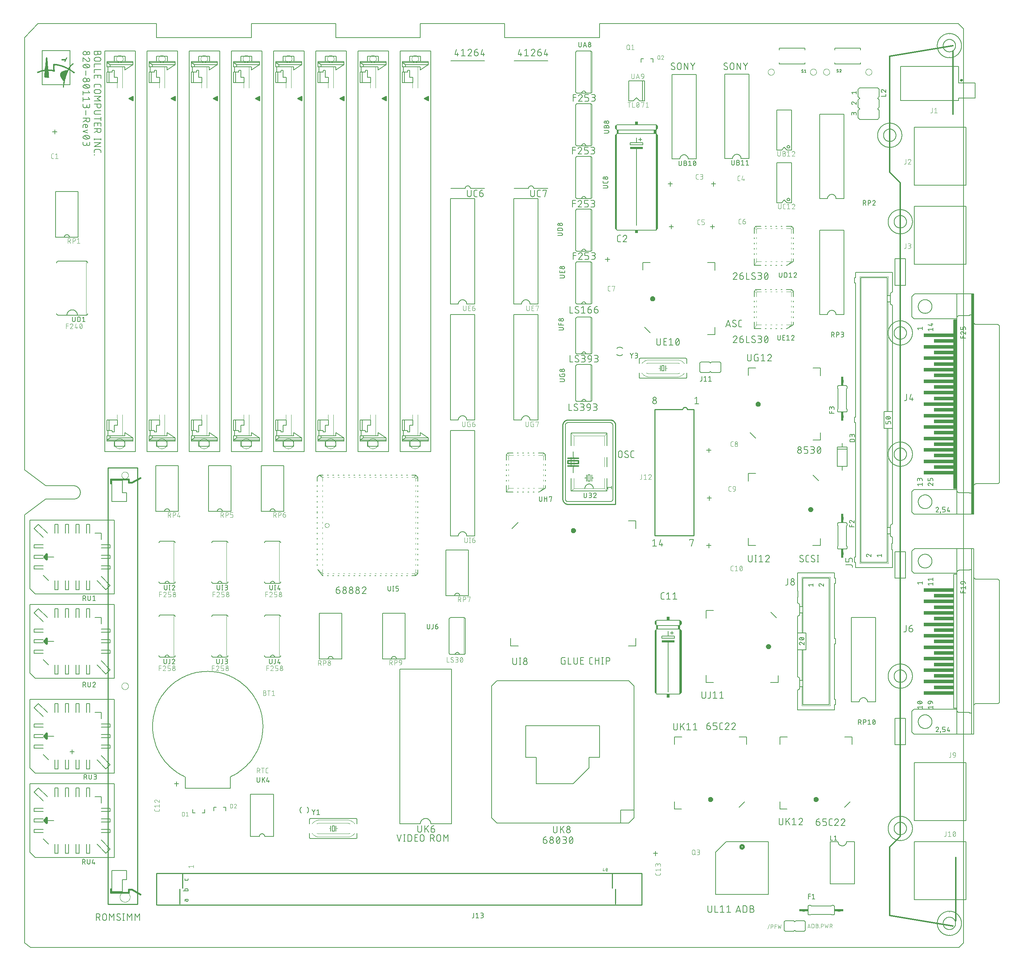
<source format=gto>
G75*
%MOIN*%
%OFA0B0*%
%FSLAX25Y25*%
%IPPOS*%
%LPD*%
%AMOC8*
5,1,8,0,0,1.08239X$1,22.5*
%
%ADD10C,0.00600*%
%ADD11C,0.01200*%
%ADD12C,0.00400*%
%ADD13R,0.00200X0.00200*%
%ADD14R,0.00200X0.00600*%
%ADD15R,0.00200X0.01200*%
%ADD16R,0.00200X0.01400*%
%ADD17R,0.00200X0.01600*%
%ADD18R,0.00200X0.33000*%
%ADD19R,0.00200X0.04200*%
%ADD20R,0.00200X0.07200*%
%ADD21R,0.00200X0.08800*%
%ADD22R,0.00200X0.10600*%
%ADD23R,0.00200X0.12400*%
%ADD24R,0.00200X0.14200*%
%ADD25R,0.00200X0.16400*%
%ADD26R,0.00200X0.18200*%
%ADD27R,0.00200X0.19200*%
%ADD28R,0.00200X0.19400*%
%ADD29R,0.00200X0.18600*%
%ADD30R,0.00200X0.15800*%
%ADD31R,0.00200X0.13800*%
%ADD32R,0.00200X0.11200*%
%ADD33R,0.00200X0.09400*%
%ADD34R,0.00200X0.08000*%
%ADD35R,0.00200X0.05400*%
%ADD36R,0.00200X0.02800*%
%ADD37R,0.00200X0.00800*%
%ADD38R,0.00200X0.07400*%
%ADD39R,0.00200X0.01800*%
%ADD40R,0.00200X0.02600*%
%ADD41R,0.00200X0.03600*%
%ADD42R,0.00200X0.05000*%
%ADD43R,0.00200X0.06000*%
%ADD44R,0.00200X0.06600*%
%ADD45R,0.00200X0.07000*%
%ADD46R,0.00200X0.07800*%
%ADD47R,0.00200X0.08600*%
%ADD48R,0.00200X0.09200*%
%ADD49R,0.00200X0.04000*%
%ADD50R,0.00200X0.13600*%
%ADD51R,0.00200X0.12000*%
%ADD52R,0.00200X0.10800*%
%ADD53R,0.00200X0.10000*%
%ADD54R,0.00200X0.09000*%
%ADD55R,0.00200X0.02400*%
%ADD56R,0.00200X0.08400*%
%ADD57R,0.00200X0.02200*%
%ADD58R,0.00200X0.06400*%
%ADD59R,0.00200X0.05800*%
%ADD60R,0.00200X0.04800*%
%ADD61R,0.00200X0.01000*%
%ADD62R,0.00200X0.03800*%
%ADD63R,0.00200X0.03200*%
%ADD64R,0.00200X0.03000*%
%ADD65R,0.00200X0.00400*%
%ADD66C,0.02000*%
%ADD67C,0.00000*%
%ADD68C,0.00300*%
%ADD69C,0.01000*%
%ADD70C,0.02400*%
%ADD71C,0.00200*%
%ADD72C,0.00500*%
%ADD73C,0.01600*%
%ADD74C,0.00800*%
%ADD75C,0.00700*%
%ADD76R,0.03000X1.60000*%
%ADD77R,0.02000X2.09000*%
%ADD78R,0.28500X0.03200*%
%ADD79R,0.18500X0.03200*%
%ADD80R,0.03400X0.02400*%
%ADD81R,0.02400X0.03400*%
%ADD82R,0.09252X0.00984*%
%ADD83R,0.12000X0.02000*%
%ADD84R,0.03000X0.03000*%
%ADD85R,0.03000X0.03500*%
%ADD86C,0.01378*%
D10*
X0004700Y0005800D02*
X0010200Y0001300D01*
X0890200Y0001300D01*
X0894700Y0005800D01*
X0894700Y0872800D01*
X0889700Y0877800D01*
X0549700Y0877800D01*
X0549700Y0864300D01*
X0459700Y0864300D01*
X0459700Y0877800D01*
X0379700Y0877800D01*
X0379700Y0864300D01*
X0299700Y0864300D01*
X0299700Y0877800D01*
X0219700Y0877800D01*
X0219700Y0864300D01*
X0129700Y0864300D01*
X0129700Y0877800D01*
X0017200Y0877800D01*
X0004700Y0864300D01*
X0004700Y0454300D01*
X0024700Y0439300D01*
X0051700Y0439300D01*
X0051856Y0439286D01*
X0052012Y0439267D01*
X0052168Y0439245D01*
X0052323Y0439219D01*
X0052477Y0439189D01*
X0052631Y0439155D01*
X0052783Y0439117D01*
X0052935Y0439075D01*
X0053085Y0439030D01*
X0053234Y0438981D01*
X0053382Y0438928D01*
X0053529Y0438871D01*
X0053674Y0438811D01*
X0053817Y0438748D01*
X0053959Y0438680D01*
X0054100Y0438609D01*
X0054238Y0438535D01*
X0054374Y0438457D01*
X0054509Y0438376D01*
X0054641Y0438291D01*
X0054772Y0438203D01*
X0054900Y0438112D01*
X0055025Y0438018D01*
X0055149Y0437921D01*
X0055269Y0437820D01*
X0055388Y0437717D01*
X0055503Y0437610D01*
X0055616Y0437501D01*
X0055726Y0437389D01*
X0055834Y0437274D01*
X0055938Y0437157D01*
X0056039Y0437037D01*
X0056138Y0436914D01*
X0056233Y0436789D01*
X0056325Y0436662D01*
X0056414Y0436532D01*
X0056500Y0436401D01*
X0056582Y0436267D01*
X0056661Y0436131D01*
X0056736Y0435993D01*
X0056808Y0435854D01*
X0056877Y0435712D01*
X0056942Y0435569D01*
X0057003Y0435425D01*
X0057061Y0435278D01*
X0057115Y0435131D01*
X0057165Y0434982D01*
X0057211Y0434832D01*
X0057254Y0434681D01*
X0057293Y0434529D01*
X0057328Y0434375D01*
X0057360Y0434221D01*
X0057387Y0434067D01*
X0057411Y0433911D01*
X0057430Y0433756D01*
X0057446Y0433599D01*
X0057458Y0433443D01*
X0057466Y0433286D01*
X0057470Y0433129D01*
X0057470Y0432971D01*
X0057466Y0432814D01*
X0057458Y0432657D01*
X0057446Y0432501D01*
X0057430Y0432344D01*
X0057411Y0432189D01*
X0057387Y0432033D01*
X0057360Y0431879D01*
X0057328Y0431725D01*
X0057293Y0431571D01*
X0057254Y0431419D01*
X0057211Y0431268D01*
X0057165Y0431118D01*
X0057115Y0430969D01*
X0057061Y0430822D01*
X0057003Y0430675D01*
X0056942Y0430531D01*
X0056877Y0430388D01*
X0056808Y0430246D01*
X0056736Y0430107D01*
X0056661Y0429969D01*
X0056582Y0429833D01*
X0056500Y0429699D01*
X0056414Y0429568D01*
X0056325Y0429438D01*
X0056233Y0429311D01*
X0056138Y0429186D01*
X0056039Y0429063D01*
X0055938Y0428943D01*
X0055834Y0428826D01*
X0055726Y0428711D01*
X0055616Y0428599D01*
X0055503Y0428490D01*
X0055388Y0428383D01*
X0055269Y0428280D01*
X0055149Y0428179D01*
X0055025Y0428082D01*
X0054900Y0427988D01*
X0054772Y0427897D01*
X0054641Y0427809D01*
X0054509Y0427724D01*
X0054374Y0427643D01*
X0054238Y0427565D01*
X0054100Y0427491D01*
X0053959Y0427420D01*
X0053817Y0427352D01*
X0053674Y0427289D01*
X0053529Y0427229D01*
X0053382Y0427172D01*
X0053234Y0427119D01*
X0053085Y0427070D01*
X0052935Y0427025D01*
X0052783Y0426983D01*
X0052631Y0426945D01*
X0052477Y0426911D01*
X0052323Y0426881D01*
X0052168Y0426855D01*
X0052012Y0426833D01*
X0051856Y0426814D01*
X0051700Y0426800D01*
X0024700Y0426800D01*
X0004700Y0411800D01*
X0004700Y0005800D01*
X0072500Y0027100D02*
X0072500Y0033500D01*
X0074278Y0033500D01*
X0074361Y0033498D01*
X0074444Y0033492D01*
X0074527Y0033482D01*
X0074610Y0033469D01*
X0074691Y0033451D01*
X0074772Y0033430D01*
X0074851Y0033405D01*
X0074929Y0033376D01*
X0075006Y0033344D01*
X0075081Y0033308D01*
X0075155Y0033269D01*
X0075226Y0033226D01*
X0075296Y0033180D01*
X0075363Y0033130D01*
X0075428Y0033078D01*
X0075490Y0033023D01*
X0075550Y0032964D01*
X0075607Y0032903D01*
X0075661Y0032840D01*
X0075712Y0032774D01*
X0075759Y0032705D01*
X0075804Y0032635D01*
X0075845Y0032562D01*
X0075882Y0032488D01*
X0075917Y0032412D01*
X0075947Y0032334D01*
X0075974Y0032256D01*
X0075997Y0032175D01*
X0076017Y0032094D01*
X0076032Y0032012D01*
X0076044Y0031930D01*
X0076052Y0031847D01*
X0076056Y0031764D01*
X0076056Y0031680D01*
X0076052Y0031597D01*
X0076044Y0031514D01*
X0076032Y0031432D01*
X0076017Y0031350D01*
X0075997Y0031269D01*
X0075974Y0031188D01*
X0075947Y0031110D01*
X0075917Y0031032D01*
X0075882Y0030956D01*
X0075845Y0030882D01*
X0075804Y0030809D01*
X0075759Y0030739D01*
X0075712Y0030670D01*
X0075661Y0030604D01*
X0075607Y0030541D01*
X0075550Y0030480D01*
X0075490Y0030421D01*
X0075428Y0030366D01*
X0075363Y0030314D01*
X0075296Y0030264D01*
X0075226Y0030218D01*
X0075155Y0030175D01*
X0075081Y0030136D01*
X0075006Y0030100D01*
X0074929Y0030068D01*
X0074851Y0030039D01*
X0074772Y0030014D01*
X0074691Y0029993D01*
X0074610Y0029975D01*
X0074527Y0029962D01*
X0074444Y0029952D01*
X0074361Y0029946D01*
X0074278Y0029944D01*
X0072500Y0029944D01*
X0074633Y0029944D02*
X0076056Y0027100D01*
X0078618Y0028878D02*
X0078618Y0031722D01*
X0078620Y0031805D01*
X0078626Y0031888D01*
X0078636Y0031971D01*
X0078649Y0032054D01*
X0078667Y0032135D01*
X0078688Y0032216D01*
X0078713Y0032295D01*
X0078742Y0032373D01*
X0078774Y0032450D01*
X0078810Y0032525D01*
X0078849Y0032599D01*
X0078892Y0032670D01*
X0078938Y0032740D01*
X0078988Y0032807D01*
X0079040Y0032872D01*
X0079095Y0032934D01*
X0079154Y0032994D01*
X0079215Y0033051D01*
X0079278Y0033105D01*
X0079344Y0033156D01*
X0079413Y0033203D01*
X0079483Y0033248D01*
X0079556Y0033289D01*
X0079630Y0033326D01*
X0079706Y0033361D01*
X0079784Y0033391D01*
X0079862Y0033418D01*
X0079943Y0033441D01*
X0080024Y0033461D01*
X0080106Y0033476D01*
X0080188Y0033488D01*
X0080271Y0033496D01*
X0080354Y0033500D01*
X0080438Y0033500D01*
X0080521Y0033496D01*
X0080604Y0033488D01*
X0080686Y0033476D01*
X0080768Y0033461D01*
X0080849Y0033441D01*
X0080930Y0033418D01*
X0081008Y0033391D01*
X0081086Y0033361D01*
X0081162Y0033326D01*
X0081236Y0033289D01*
X0081309Y0033248D01*
X0081379Y0033203D01*
X0081448Y0033156D01*
X0081514Y0033105D01*
X0081577Y0033051D01*
X0081638Y0032994D01*
X0081697Y0032934D01*
X0081752Y0032872D01*
X0081804Y0032807D01*
X0081854Y0032740D01*
X0081900Y0032670D01*
X0081943Y0032599D01*
X0081982Y0032525D01*
X0082018Y0032450D01*
X0082050Y0032373D01*
X0082079Y0032295D01*
X0082104Y0032216D01*
X0082125Y0032135D01*
X0082143Y0032054D01*
X0082156Y0031971D01*
X0082166Y0031888D01*
X0082172Y0031805D01*
X0082174Y0031722D01*
X0082174Y0028878D01*
X0082172Y0028795D01*
X0082166Y0028712D01*
X0082156Y0028629D01*
X0082143Y0028546D01*
X0082125Y0028465D01*
X0082104Y0028384D01*
X0082079Y0028305D01*
X0082050Y0028227D01*
X0082018Y0028150D01*
X0081982Y0028075D01*
X0081943Y0028001D01*
X0081900Y0027930D01*
X0081854Y0027860D01*
X0081804Y0027793D01*
X0081752Y0027728D01*
X0081697Y0027666D01*
X0081638Y0027606D01*
X0081577Y0027549D01*
X0081514Y0027495D01*
X0081448Y0027444D01*
X0081379Y0027397D01*
X0081309Y0027352D01*
X0081236Y0027311D01*
X0081162Y0027274D01*
X0081086Y0027239D01*
X0081008Y0027209D01*
X0080930Y0027182D01*
X0080849Y0027159D01*
X0080768Y0027139D01*
X0080686Y0027124D01*
X0080604Y0027112D01*
X0080521Y0027104D01*
X0080438Y0027100D01*
X0080354Y0027100D01*
X0080271Y0027104D01*
X0080188Y0027112D01*
X0080106Y0027124D01*
X0080024Y0027139D01*
X0079943Y0027159D01*
X0079862Y0027182D01*
X0079784Y0027209D01*
X0079706Y0027239D01*
X0079630Y0027274D01*
X0079556Y0027311D01*
X0079483Y0027352D01*
X0079413Y0027397D01*
X0079344Y0027444D01*
X0079278Y0027495D01*
X0079215Y0027549D01*
X0079154Y0027606D01*
X0079095Y0027666D01*
X0079040Y0027728D01*
X0078988Y0027793D01*
X0078938Y0027860D01*
X0078892Y0027930D01*
X0078849Y0028001D01*
X0078810Y0028075D01*
X0078774Y0028150D01*
X0078742Y0028227D01*
X0078713Y0028305D01*
X0078688Y0028384D01*
X0078667Y0028465D01*
X0078649Y0028546D01*
X0078636Y0028629D01*
X0078626Y0028712D01*
X0078620Y0028795D01*
X0078618Y0028878D01*
X0085032Y0027100D02*
X0085032Y0033500D01*
X0087165Y0029944D01*
X0089299Y0033500D01*
X0089299Y0027100D01*
X0094796Y0029766D02*
X0094860Y0029726D01*
X0094921Y0029683D01*
X0094980Y0029637D01*
X0095037Y0029588D01*
X0095091Y0029536D01*
X0095142Y0029482D01*
X0095190Y0029424D01*
X0095236Y0029365D01*
X0095278Y0029303D01*
X0095317Y0029238D01*
X0095352Y0029172D01*
X0095384Y0029105D01*
X0095413Y0029035D01*
X0095438Y0028965D01*
X0095459Y0028893D01*
X0095476Y0028820D01*
X0095490Y0028746D01*
X0095499Y0028672D01*
X0095505Y0028597D01*
X0095507Y0028522D01*
X0095505Y0028448D01*
X0095499Y0028373D01*
X0095489Y0028300D01*
X0095476Y0028226D01*
X0095459Y0028154D01*
X0095437Y0028083D01*
X0095413Y0028012D01*
X0095384Y0027944D01*
X0095352Y0027876D01*
X0095316Y0027811D01*
X0095278Y0027748D01*
X0095235Y0027686D01*
X0095190Y0027627D01*
X0095142Y0027570D01*
X0095091Y0027516D01*
X0095037Y0027465D01*
X0094980Y0027417D01*
X0094921Y0027372D01*
X0094859Y0027329D01*
X0094796Y0027291D01*
X0094731Y0027255D01*
X0094663Y0027223D01*
X0094595Y0027194D01*
X0094524Y0027170D01*
X0094453Y0027148D01*
X0094381Y0027131D01*
X0094307Y0027118D01*
X0094234Y0027108D01*
X0094159Y0027102D01*
X0094085Y0027100D01*
X0094796Y0029767D02*
X0092841Y0030833D01*
X0093552Y0033500D02*
X0093653Y0033498D01*
X0093754Y0033492D01*
X0093854Y0033483D01*
X0093954Y0033469D01*
X0094054Y0033452D01*
X0094153Y0033432D01*
X0094250Y0033407D01*
X0094347Y0033379D01*
X0094443Y0033347D01*
X0094538Y0033311D01*
X0094631Y0033272D01*
X0094722Y0033230D01*
X0094812Y0033184D01*
X0094900Y0033134D01*
X0094986Y0033082D01*
X0095070Y0033026D01*
X0095152Y0032967D01*
X0092841Y0030834D02*
X0092777Y0030874D01*
X0092716Y0030917D01*
X0092657Y0030963D01*
X0092600Y0031012D01*
X0092546Y0031064D01*
X0092495Y0031118D01*
X0092447Y0031176D01*
X0092401Y0031235D01*
X0092359Y0031297D01*
X0092320Y0031362D01*
X0092285Y0031428D01*
X0092253Y0031495D01*
X0092224Y0031565D01*
X0092199Y0031635D01*
X0092178Y0031707D01*
X0092161Y0031780D01*
X0092147Y0031854D01*
X0092138Y0031928D01*
X0092132Y0032003D01*
X0092130Y0032078D01*
X0092132Y0032152D01*
X0092138Y0032227D01*
X0092148Y0032300D01*
X0092161Y0032374D01*
X0092178Y0032446D01*
X0092200Y0032517D01*
X0092224Y0032588D01*
X0092253Y0032656D01*
X0092285Y0032724D01*
X0092321Y0032789D01*
X0092359Y0032852D01*
X0092402Y0032914D01*
X0092447Y0032973D01*
X0092495Y0033030D01*
X0092546Y0033084D01*
X0092601Y0033135D01*
X0092657Y0033183D01*
X0092716Y0033228D01*
X0092778Y0033271D01*
X0092841Y0033309D01*
X0092906Y0033345D01*
X0092974Y0033377D01*
X0093042Y0033406D01*
X0093113Y0033430D01*
X0093184Y0033452D01*
X0093256Y0033469D01*
X0093330Y0033482D01*
X0093403Y0033492D01*
X0093478Y0033498D01*
X0093552Y0033500D01*
X0091952Y0027989D02*
X0092029Y0027914D01*
X0092109Y0027841D01*
X0092192Y0027772D01*
X0092277Y0027705D01*
X0092364Y0027642D01*
X0092453Y0027582D01*
X0092545Y0027525D01*
X0092638Y0027471D01*
X0092734Y0027421D01*
X0092831Y0027374D01*
X0092930Y0027331D01*
X0093030Y0027291D01*
X0093131Y0027255D01*
X0093234Y0027223D01*
X0093338Y0027194D01*
X0093443Y0027169D01*
X0093549Y0027148D01*
X0093655Y0027131D01*
X0093762Y0027117D01*
X0093870Y0027108D01*
X0093977Y0027102D01*
X0094085Y0027100D01*
X0097736Y0027100D02*
X0099159Y0027100D01*
X0098448Y0027100D02*
X0098448Y0033500D01*
X0099159Y0033500D02*
X0097736Y0033500D01*
X0101853Y0033500D02*
X0103986Y0029944D01*
X0106120Y0033500D01*
X0106120Y0027100D01*
X0109238Y0027100D02*
X0109238Y0033500D01*
X0111371Y0029944D01*
X0113504Y0033500D01*
X0113504Y0027100D01*
X0101853Y0027100D02*
X0101853Y0033500D01*
X0097200Y0054300D02*
X0087200Y0054300D01*
X0087200Y0074300D01*
X0101200Y0074300D01*
X0101200Y0065800D01*
X0097200Y0065800D01*
X0097200Y0054300D01*
X0089700Y0086800D02*
X0089700Y0156800D01*
X0009700Y0156800D01*
X0009700Y0091800D01*
X0014700Y0086800D01*
X0089700Y0086800D01*
X0081700Y0090800D02*
X0073200Y0099300D01*
X0077200Y0103300D02*
X0085700Y0094800D01*
X0081700Y0090800D01*
X0066200Y0090800D02*
X0066200Y0099300D01*
X0063200Y0099300D02*
X0063200Y0090800D01*
X0066200Y0090800D01*
X0056200Y0090800D02*
X0056200Y0099300D01*
X0053200Y0099300D02*
X0053200Y0090800D01*
X0056200Y0090800D01*
X0046200Y0090800D02*
X0043200Y0090800D01*
X0043200Y0099300D01*
X0046200Y0099300D02*
X0046200Y0090800D01*
X0036200Y0090800D02*
X0036200Y0099300D01*
X0033200Y0099300D02*
X0033200Y0090800D01*
X0036200Y0090800D01*
X0027200Y0099300D02*
X0022200Y0104300D01*
X0022200Y0110300D02*
X0013700Y0110300D01*
X0013700Y0113300D01*
X0022200Y0113300D01*
X0022200Y0120300D02*
X0013700Y0120300D01*
X0013700Y0123300D01*
X0022200Y0123300D01*
X0023200Y0121800D02*
X0032200Y0121800D01*
X0022200Y0130300D02*
X0013700Y0130300D01*
X0013700Y0133300D01*
X0022200Y0133300D01*
X0022200Y0140300D02*
X0013700Y0148800D01*
X0017700Y0152800D01*
X0026200Y0144300D01*
X0033200Y0144300D02*
X0033200Y0152800D01*
X0036200Y0152800D01*
X0036200Y0144300D01*
X0043200Y0144300D02*
X0043200Y0152800D01*
X0046200Y0152800D01*
X0046200Y0144300D01*
X0053200Y0144300D02*
X0053200Y0152800D01*
X0056200Y0152800D01*
X0056200Y0144300D01*
X0063200Y0144300D02*
X0063200Y0152800D01*
X0066200Y0152800D01*
X0066200Y0144300D01*
X0071200Y0144300D02*
X0077200Y0144300D01*
X0077200Y0138300D01*
X0077200Y0133300D02*
X0085700Y0133300D01*
X0085700Y0130300D01*
X0077200Y0130300D01*
X0077200Y0123300D02*
X0085700Y0123300D01*
X0085700Y0120300D01*
X0077200Y0120300D01*
X0077200Y0113300D02*
X0085700Y0113300D01*
X0085700Y0110300D01*
X0077200Y0110300D01*
X0089700Y0166800D02*
X0089700Y0236800D01*
X0009700Y0236800D01*
X0009700Y0171800D01*
X0014700Y0166800D01*
X0089700Y0166800D01*
X0081700Y0170800D02*
X0073200Y0179300D01*
X0077200Y0183300D02*
X0085700Y0174800D01*
X0081700Y0170800D01*
X0066200Y0170800D02*
X0066200Y0179300D01*
X0063200Y0179300D02*
X0063200Y0170800D01*
X0066200Y0170800D01*
X0056200Y0170800D02*
X0056200Y0179300D01*
X0053200Y0179300D02*
X0053200Y0170800D01*
X0056200Y0170800D01*
X0046200Y0170800D02*
X0043200Y0170800D01*
X0043200Y0179300D01*
X0046200Y0179300D02*
X0046200Y0170800D01*
X0036200Y0170800D02*
X0036200Y0179300D01*
X0033200Y0179300D02*
X0033200Y0170800D01*
X0036200Y0170800D01*
X0027200Y0179300D02*
X0022200Y0184300D01*
X0022200Y0190300D02*
X0013700Y0190300D01*
X0013700Y0193300D01*
X0022200Y0193300D01*
X0022200Y0200300D02*
X0013700Y0200300D01*
X0013700Y0203300D01*
X0022200Y0203300D01*
X0023200Y0201800D02*
X0032200Y0201800D01*
X0022200Y0210300D02*
X0013700Y0210300D01*
X0013700Y0213300D01*
X0022200Y0213300D01*
X0022200Y0220300D02*
X0013700Y0228800D01*
X0017700Y0232800D01*
X0026200Y0224300D01*
X0033200Y0224300D02*
X0033200Y0232800D01*
X0036200Y0232800D01*
X0036200Y0224300D01*
X0043200Y0224300D02*
X0043200Y0232800D01*
X0046200Y0232800D01*
X0046200Y0224300D01*
X0053200Y0224300D02*
X0053200Y0232800D01*
X0056200Y0232800D01*
X0056200Y0224300D01*
X0063200Y0224300D02*
X0063200Y0232800D01*
X0066200Y0232800D01*
X0066200Y0224300D01*
X0071200Y0224300D02*
X0077200Y0224300D01*
X0077200Y0218300D01*
X0077200Y0213300D02*
X0085700Y0213300D01*
X0085700Y0210300D01*
X0077200Y0210300D01*
X0077200Y0203300D02*
X0085700Y0203300D01*
X0085700Y0200300D01*
X0077200Y0200300D01*
X0077200Y0193300D02*
X0085700Y0193300D01*
X0085700Y0190300D01*
X0077200Y0190300D01*
X0051767Y0187089D02*
X0047500Y0187089D01*
X0049633Y0184956D02*
X0049633Y0189222D01*
X0046200Y0260800D02*
X0043200Y0260800D01*
X0043200Y0269300D01*
X0046200Y0269300D02*
X0046200Y0260800D01*
X0053200Y0260800D02*
X0053200Y0269300D01*
X0056200Y0269300D02*
X0056200Y0260800D01*
X0053200Y0260800D01*
X0063200Y0260800D02*
X0063200Y0269300D01*
X0066200Y0269300D02*
X0066200Y0260800D01*
X0063200Y0260800D01*
X0073200Y0269300D02*
X0081700Y0260800D01*
X0085700Y0264800D01*
X0077200Y0273300D01*
X0077200Y0280300D02*
X0085700Y0280300D01*
X0085700Y0283300D01*
X0077200Y0283300D01*
X0077200Y0290300D02*
X0085700Y0290300D01*
X0085700Y0293300D01*
X0077200Y0293300D01*
X0077200Y0300300D02*
X0085700Y0300300D01*
X0085700Y0303300D01*
X0077200Y0303300D01*
X0077200Y0308300D02*
X0077200Y0314300D01*
X0071200Y0314300D01*
X0066200Y0314300D02*
X0066200Y0322800D01*
X0063200Y0322800D01*
X0063200Y0314300D01*
X0056200Y0314300D02*
X0056200Y0322800D01*
X0053200Y0322800D01*
X0053200Y0314300D01*
X0046200Y0314300D02*
X0046200Y0322800D01*
X0043200Y0322800D01*
X0043200Y0314300D01*
X0036200Y0314300D02*
X0036200Y0322800D01*
X0033200Y0322800D01*
X0033200Y0314300D01*
X0026200Y0314300D02*
X0017700Y0322800D01*
X0013700Y0318800D01*
X0022200Y0310300D01*
X0022200Y0303300D02*
X0013700Y0303300D01*
X0013700Y0300300D01*
X0022200Y0300300D01*
X0022200Y0293300D02*
X0013700Y0293300D01*
X0013700Y0290300D01*
X0022200Y0290300D01*
X0023200Y0291800D02*
X0032200Y0291800D01*
X0022200Y0283300D02*
X0013700Y0283300D01*
X0013700Y0280300D01*
X0022200Y0280300D01*
X0022200Y0274300D02*
X0027200Y0269300D01*
X0033200Y0269300D02*
X0033200Y0260800D01*
X0036200Y0260800D01*
X0036200Y0269300D01*
X0014700Y0256800D02*
X0089700Y0256800D01*
X0089700Y0326800D01*
X0009700Y0326800D01*
X0009700Y0261800D01*
X0014700Y0256800D01*
X0014700Y0336800D02*
X0089700Y0336800D01*
X0089700Y0406800D01*
X0009700Y0406800D01*
X0009700Y0341800D01*
X0014700Y0336800D01*
X0027200Y0349300D02*
X0022200Y0354300D01*
X0022200Y0360300D02*
X0013700Y0360300D01*
X0013700Y0363300D01*
X0022200Y0363300D01*
X0022200Y0370300D02*
X0013700Y0370300D01*
X0013700Y0373300D01*
X0022200Y0373300D01*
X0023200Y0371800D02*
X0032200Y0371800D01*
X0022200Y0380300D02*
X0013700Y0380300D01*
X0013700Y0383300D01*
X0022200Y0383300D01*
X0022200Y0390300D02*
X0013700Y0398800D01*
X0017700Y0402800D01*
X0026200Y0394300D01*
X0033200Y0394300D02*
X0033200Y0402800D01*
X0036200Y0402800D01*
X0036200Y0394300D01*
X0043200Y0394300D02*
X0043200Y0402800D01*
X0046200Y0402800D01*
X0046200Y0394300D01*
X0053200Y0394300D02*
X0053200Y0402800D01*
X0056200Y0402800D01*
X0056200Y0394300D01*
X0063200Y0394300D02*
X0063200Y0402800D01*
X0066200Y0402800D01*
X0066200Y0394300D01*
X0071200Y0394300D02*
X0077200Y0394300D01*
X0077200Y0388300D01*
X0077200Y0383300D02*
X0085700Y0383300D01*
X0085700Y0380300D01*
X0077200Y0380300D01*
X0077200Y0373300D02*
X0085700Y0373300D01*
X0085700Y0370300D01*
X0077200Y0370300D01*
X0077200Y0363300D02*
X0085700Y0363300D01*
X0085700Y0360300D01*
X0077200Y0360300D01*
X0077200Y0353300D02*
X0085700Y0344800D01*
X0081700Y0340800D01*
X0073200Y0349300D01*
X0066200Y0349300D02*
X0066200Y0340800D01*
X0063200Y0340800D01*
X0063200Y0349300D01*
X0056200Y0349300D02*
X0056200Y0340800D01*
X0053200Y0340800D01*
X0053200Y0349300D01*
X0046200Y0349300D02*
X0046200Y0340800D01*
X0043200Y0340800D01*
X0043200Y0349300D01*
X0036200Y0349300D02*
X0036200Y0340800D01*
X0033200Y0340800D01*
X0033200Y0349300D01*
X0087200Y0424300D02*
X0101200Y0424300D01*
X0101200Y0432800D01*
X0097200Y0432800D01*
X0097200Y0444300D01*
X0087200Y0444300D01*
X0087200Y0424300D01*
X0080700Y0471800D02*
X0109700Y0471800D01*
X0109700Y0851800D01*
X0080700Y0851800D01*
X0080700Y0471800D01*
X0082700Y0481800D02*
X0082700Y0482800D01*
X0085700Y0484800D01*
X0085700Y0486800D01*
X0097200Y0486800D01*
X0099700Y0486800D01*
X0099700Y0489800D01*
X0107200Y0484800D01*
X0085700Y0484800D01*
X0085700Y0486800D02*
X0083700Y0486800D01*
X0083700Y0491800D01*
X0084700Y0491800D01*
X0084700Y0501800D01*
X0092200Y0501800D01*
X0092700Y0501800D01*
X0092700Y0496800D01*
X0089700Y0496800D01*
X0089700Y0490300D01*
X0087700Y0490300D01*
X0087700Y0491800D01*
X0084700Y0491800D01*
X0083700Y0491800D02*
X0082700Y0491800D01*
X0082700Y0501800D01*
X0084700Y0501800D01*
X0083700Y0486800D02*
X0082700Y0486800D01*
X0082700Y0482800D01*
X0107200Y0482800D01*
X0107200Y0481800D01*
X0082700Y0481800D01*
X0089700Y0481800D02*
X0089700Y0476800D01*
X0099600Y0476800D01*
X0099600Y0481800D01*
X0107200Y0482800D02*
X0107200Y0484800D01*
X0122700Y0482800D02*
X0125700Y0484800D01*
X0125700Y0486800D01*
X0137200Y0486800D01*
X0139700Y0486800D01*
X0139700Y0489800D01*
X0147200Y0484800D01*
X0125700Y0484800D01*
X0125700Y0486800D02*
X0123700Y0486800D01*
X0123700Y0491800D01*
X0124700Y0491800D01*
X0124700Y0501800D01*
X0132200Y0501800D01*
X0132700Y0501800D01*
X0132700Y0496800D01*
X0129700Y0496800D01*
X0129700Y0490300D01*
X0127700Y0490300D01*
X0127700Y0491800D01*
X0124700Y0491800D01*
X0123700Y0491800D02*
X0122700Y0491800D01*
X0122700Y0501800D01*
X0124700Y0501800D01*
X0123700Y0486800D02*
X0122700Y0486800D01*
X0122700Y0482800D01*
X0147200Y0482800D01*
X0147200Y0481800D01*
X0122700Y0481800D01*
X0122700Y0482800D01*
X0129700Y0481800D02*
X0129700Y0476800D01*
X0139600Y0476800D01*
X0139600Y0481800D01*
X0147200Y0482800D02*
X0147200Y0484800D01*
X0149700Y0471800D02*
X0149700Y0851800D01*
X0120700Y0851800D01*
X0120700Y0471800D01*
X0149700Y0471800D01*
X0160700Y0471800D02*
X0189700Y0471800D01*
X0189700Y0851800D01*
X0160700Y0851800D01*
X0160700Y0471800D01*
X0162700Y0481800D02*
X0162700Y0482800D01*
X0165700Y0484800D01*
X0165700Y0486800D01*
X0177200Y0486800D01*
X0179700Y0486800D01*
X0179700Y0489800D01*
X0187200Y0484800D01*
X0165700Y0484800D01*
X0165700Y0486800D02*
X0163700Y0486800D01*
X0163700Y0491800D01*
X0164700Y0491800D01*
X0164700Y0501800D01*
X0172200Y0501800D01*
X0172700Y0501800D01*
X0172700Y0496800D01*
X0169700Y0496800D01*
X0169700Y0490300D01*
X0167700Y0490300D01*
X0167700Y0491800D01*
X0164700Y0491800D01*
X0163700Y0491800D02*
X0162700Y0491800D01*
X0162700Y0501800D01*
X0164700Y0501800D01*
X0163700Y0486800D02*
X0162700Y0486800D01*
X0162700Y0482800D01*
X0187200Y0482800D01*
X0187200Y0481800D01*
X0162700Y0481800D01*
X0169700Y0481800D02*
X0169700Y0476800D01*
X0179600Y0476800D01*
X0179600Y0481800D01*
X0187200Y0482800D02*
X0187200Y0484800D01*
X0202700Y0482800D02*
X0205700Y0484800D01*
X0205700Y0486800D01*
X0217200Y0486800D01*
X0219700Y0486800D01*
X0219700Y0489800D01*
X0227200Y0484800D01*
X0205700Y0484800D01*
X0205700Y0486800D02*
X0203700Y0486800D01*
X0203700Y0491800D01*
X0204700Y0491800D01*
X0204700Y0501800D01*
X0212200Y0501800D01*
X0212700Y0501800D01*
X0212700Y0496800D01*
X0209700Y0496800D01*
X0209700Y0490300D01*
X0207700Y0490300D01*
X0207700Y0491800D01*
X0204700Y0491800D01*
X0203700Y0491800D02*
X0202700Y0491800D01*
X0202700Y0501800D01*
X0204700Y0501800D01*
X0203700Y0486800D02*
X0202700Y0486800D01*
X0202700Y0482800D01*
X0227200Y0482800D01*
X0227200Y0481800D01*
X0202700Y0481800D01*
X0202700Y0482800D01*
X0209700Y0481800D02*
X0209700Y0476800D01*
X0219600Y0476800D01*
X0219600Y0481800D01*
X0227200Y0482800D02*
X0227200Y0484800D01*
X0229700Y0471800D02*
X0229700Y0851800D01*
X0200700Y0851800D01*
X0200700Y0471800D01*
X0229700Y0471800D01*
X0240700Y0471800D02*
X0269700Y0471800D01*
X0269700Y0851800D01*
X0240700Y0851800D01*
X0240700Y0471800D01*
X0242700Y0481800D02*
X0242700Y0482800D01*
X0245700Y0484800D01*
X0245700Y0486800D01*
X0257200Y0486800D01*
X0259700Y0486800D01*
X0259700Y0489800D01*
X0267200Y0484800D01*
X0245700Y0484800D01*
X0245700Y0486800D02*
X0243700Y0486800D01*
X0243700Y0491800D01*
X0244700Y0491800D01*
X0244700Y0501800D01*
X0252200Y0501800D01*
X0252700Y0501800D01*
X0252700Y0496800D01*
X0249700Y0496800D01*
X0249700Y0490300D01*
X0247700Y0490300D01*
X0247700Y0491800D01*
X0244700Y0491800D01*
X0243700Y0491800D02*
X0242700Y0491800D01*
X0242700Y0501800D01*
X0244700Y0501800D01*
X0243700Y0486800D02*
X0242700Y0486800D01*
X0242700Y0482800D01*
X0267200Y0482800D01*
X0267200Y0481800D01*
X0242700Y0481800D01*
X0249700Y0481800D02*
X0249700Y0476800D01*
X0259600Y0476800D01*
X0259600Y0481800D01*
X0267200Y0482800D02*
X0267200Y0484800D01*
X0282700Y0482800D02*
X0285700Y0484800D01*
X0285700Y0486800D01*
X0297200Y0486800D01*
X0299700Y0486800D01*
X0299700Y0489800D01*
X0307200Y0484800D01*
X0285700Y0484800D01*
X0285700Y0486800D02*
X0283700Y0486800D01*
X0283700Y0491800D01*
X0284700Y0491800D01*
X0284700Y0501800D01*
X0292200Y0501800D01*
X0292700Y0501800D01*
X0292700Y0496800D01*
X0289700Y0496800D01*
X0289700Y0490300D01*
X0287700Y0490300D01*
X0287700Y0491800D01*
X0284700Y0491800D01*
X0283700Y0491800D02*
X0282700Y0491800D01*
X0282700Y0501800D01*
X0284700Y0501800D01*
X0283700Y0486800D02*
X0282700Y0486800D01*
X0282700Y0482800D01*
X0307200Y0482800D01*
X0307200Y0481800D01*
X0282700Y0481800D01*
X0282700Y0482800D01*
X0289700Y0481800D02*
X0289700Y0476800D01*
X0299600Y0476800D01*
X0299600Y0481800D01*
X0307200Y0482800D02*
X0307200Y0484800D01*
X0322700Y0482800D02*
X0325700Y0484800D01*
X0325700Y0486800D01*
X0337200Y0486800D01*
X0339700Y0486800D01*
X0339700Y0489800D01*
X0347200Y0484800D01*
X0325700Y0484800D01*
X0325700Y0486800D02*
X0323700Y0486800D01*
X0323700Y0491800D01*
X0324700Y0491800D01*
X0324700Y0501800D01*
X0332200Y0501800D01*
X0332700Y0501800D01*
X0332700Y0496800D01*
X0329700Y0496800D01*
X0329700Y0490300D01*
X0327700Y0490300D01*
X0327700Y0491800D01*
X0324700Y0491800D01*
X0323700Y0491800D02*
X0322700Y0491800D01*
X0322700Y0501800D01*
X0324700Y0501800D01*
X0323700Y0486800D02*
X0322700Y0486800D01*
X0322700Y0482800D01*
X0347200Y0482800D01*
X0347200Y0481800D01*
X0322700Y0481800D01*
X0322700Y0482800D01*
X0329700Y0481800D02*
X0329700Y0476800D01*
X0339600Y0476800D01*
X0339600Y0481800D01*
X0347200Y0482800D02*
X0347200Y0484800D01*
X0349700Y0471800D02*
X0349700Y0851800D01*
X0320700Y0851800D01*
X0320700Y0471800D01*
X0349700Y0471800D01*
X0360700Y0471800D02*
X0389700Y0471800D01*
X0389700Y0851800D01*
X0360700Y0851800D01*
X0360700Y0471800D01*
X0362700Y0481800D02*
X0362700Y0482800D01*
X0365700Y0484800D01*
X0365700Y0486800D01*
X0377200Y0486800D01*
X0379700Y0486800D01*
X0379700Y0489800D01*
X0387200Y0484800D01*
X0365700Y0484800D01*
X0365700Y0486800D02*
X0363700Y0486800D01*
X0363700Y0491800D01*
X0364700Y0491800D01*
X0364700Y0501800D01*
X0372200Y0501800D01*
X0372700Y0501800D01*
X0372700Y0496800D01*
X0369700Y0496800D01*
X0369700Y0490300D01*
X0367700Y0490300D01*
X0367700Y0491800D01*
X0364700Y0491800D01*
X0363700Y0491800D02*
X0362700Y0491800D01*
X0362700Y0501800D01*
X0364700Y0501800D01*
X0363700Y0486800D02*
X0362700Y0486800D01*
X0362700Y0482800D01*
X0387200Y0482800D01*
X0387200Y0481800D01*
X0362700Y0481800D01*
X0369700Y0481800D02*
X0369700Y0476800D01*
X0379600Y0476800D01*
X0379600Y0481800D01*
X0387200Y0482800D02*
X0387200Y0484800D01*
X0408200Y0491800D02*
X0431200Y0491800D01*
X0431200Y0391800D01*
X0423700Y0391800D01*
X0423698Y0391926D01*
X0423692Y0392051D01*
X0423682Y0392176D01*
X0423668Y0392301D01*
X0423651Y0392426D01*
X0423629Y0392550D01*
X0423604Y0392673D01*
X0423574Y0392795D01*
X0423541Y0392916D01*
X0423504Y0393036D01*
X0423464Y0393155D01*
X0423419Y0393272D01*
X0423371Y0393389D01*
X0423319Y0393503D01*
X0423264Y0393616D01*
X0423205Y0393727D01*
X0423143Y0393836D01*
X0423077Y0393943D01*
X0423008Y0394048D01*
X0422936Y0394151D01*
X0422861Y0394252D01*
X0422782Y0394350D01*
X0422700Y0394445D01*
X0422616Y0394538D01*
X0422528Y0394628D01*
X0422438Y0394716D01*
X0422345Y0394800D01*
X0422250Y0394882D01*
X0422152Y0394961D01*
X0422051Y0395036D01*
X0421948Y0395108D01*
X0421843Y0395177D01*
X0421736Y0395243D01*
X0421627Y0395305D01*
X0421516Y0395364D01*
X0421403Y0395419D01*
X0421289Y0395471D01*
X0421172Y0395519D01*
X0421055Y0395564D01*
X0420936Y0395604D01*
X0420816Y0395641D01*
X0420695Y0395674D01*
X0420573Y0395704D01*
X0420450Y0395729D01*
X0420326Y0395751D01*
X0420201Y0395768D01*
X0420076Y0395782D01*
X0419951Y0395792D01*
X0419826Y0395798D01*
X0419700Y0395800D01*
X0419574Y0395798D01*
X0419449Y0395792D01*
X0419324Y0395782D01*
X0419199Y0395768D01*
X0419074Y0395751D01*
X0418950Y0395729D01*
X0418827Y0395704D01*
X0418705Y0395674D01*
X0418584Y0395641D01*
X0418464Y0395604D01*
X0418345Y0395564D01*
X0418228Y0395519D01*
X0418111Y0395471D01*
X0417997Y0395419D01*
X0417884Y0395364D01*
X0417773Y0395305D01*
X0417664Y0395243D01*
X0417557Y0395177D01*
X0417452Y0395108D01*
X0417349Y0395036D01*
X0417248Y0394961D01*
X0417150Y0394882D01*
X0417055Y0394800D01*
X0416962Y0394716D01*
X0416872Y0394628D01*
X0416784Y0394538D01*
X0416700Y0394445D01*
X0416618Y0394350D01*
X0416539Y0394252D01*
X0416464Y0394151D01*
X0416392Y0394048D01*
X0416323Y0393943D01*
X0416257Y0393836D01*
X0416195Y0393727D01*
X0416136Y0393616D01*
X0416081Y0393503D01*
X0416029Y0393389D01*
X0415981Y0393272D01*
X0415936Y0393155D01*
X0415896Y0393036D01*
X0415859Y0392916D01*
X0415826Y0392795D01*
X0415796Y0392673D01*
X0415771Y0392550D01*
X0415749Y0392426D01*
X0415732Y0392301D01*
X0415718Y0392176D01*
X0415708Y0392051D01*
X0415702Y0391926D01*
X0415700Y0391800D01*
X0408200Y0391800D01*
X0408200Y0491800D01*
X0408200Y0501800D02*
X0415700Y0501800D01*
X0415702Y0501926D01*
X0415708Y0502051D01*
X0415718Y0502176D01*
X0415732Y0502301D01*
X0415749Y0502426D01*
X0415771Y0502550D01*
X0415796Y0502673D01*
X0415826Y0502795D01*
X0415859Y0502916D01*
X0415896Y0503036D01*
X0415936Y0503155D01*
X0415981Y0503272D01*
X0416029Y0503389D01*
X0416081Y0503503D01*
X0416136Y0503616D01*
X0416195Y0503727D01*
X0416257Y0503836D01*
X0416323Y0503943D01*
X0416392Y0504048D01*
X0416464Y0504151D01*
X0416539Y0504252D01*
X0416618Y0504350D01*
X0416700Y0504445D01*
X0416784Y0504538D01*
X0416872Y0504628D01*
X0416962Y0504716D01*
X0417055Y0504800D01*
X0417150Y0504882D01*
X0417248Y0504961D01*
X0417349Y0505036D01*
X0417452Y0505108D01*
X0417557Y0505177D01*
X0417664Y0505243D01*
X0417773Y0505305D01*
X0417884Y0505364D01*
X0417997Y0505419D01*
X0418111Y0505471D01*
X0418228Y0505519D01*
X0418345Y0505564D01*
X0418464Y0505604D01*
X0418584Y0505641D01*
X0418705Y0505674D01*
X0418827Y0505704D01*
X0418950Y0505729D01*
X0419074Y0505751D01*
X0419199Y0505768D01*
X0419324Y0505782D01*
X0419449Y0505792D01*
X0419574Y0505798D01*
X0419700Y0505800D01*
X0419826Y0505798D01*
X0419951Y0505792D01*
X0420076Y0505782D01*
X0420201Y0505768D01*
X0420326Y0505751D01*
X0420450Y0505729D01*
X0420573Y0505704D01*
X0420695Y0505674D01*
X0420816Y0505641D01*
X0420936Y0505604D01*
X0421055Y0505564D01*
X0421172Y0505519D01*
X0421289Y0505471D01*
X0421403Y0505419D01*
X0421516Y0505364D01*
X0421627Y0505305D01*
X0421736Y0505243D01*
X0421843Y0505177D01*
X0421948Y0505108D01*
X0422051Y0505036D01*
X0422152Y0504961D01*
X0422250Y0504882D01*
X0422345Y0504800D01*
X0422438Y0504716D01*
X0422528Y0504628D01*
X0422616Y0504538D01*
X0422700Y0504445D01*
X0422782Y0504350D01*
X0422861Y0504252D01*
X0422936Y0504151D01*
X0423008Y0504048D01*
X0423077Y0503943D01*
X0423143Y0503836D01*
X0423205Y0503727D01*
X0423264Y0503616D01*
X0423319Y0503503D01*
X0423371Y0503389D01*
X0423419Y0503272D01*
X0423464Y0503155D01*
X0423504Y0503036D01*
X0423541Y0502916D01*
X0423574Y0502795D01*
X0423604Y0502673D01*
X0423629Y0502550D01*
X0423651Y0502426D01*
X0423668Y0502301D01*
X0423682Y0502176D01*
X0423692Y0502051D01*
X0423698Y0501926D01*
X0423700Y0501800D01*
X0431200Y0501800D01*
X0431200Y0601800D01*
X0408200Y0601800D01*
X0408200Y0501800D01*
X0375369Y0449438D02*
X0371633Y0449438D01*
X0374385Y0447469D02*
X0375369Y0449438D01*
X0377338Y0447469D01*
X0377338Y0443733D01*
X0377338Y0439867D02*
X0377338Y0438733D01*
X0377338Y0434867D02*
X0377338Y0433733D01*
X0377338Y0429867D02*
X0377338Y0428733D01*
X0377338Y0424867D02*
X0377338Y0423733D01*
X0377338Y0419867D02*
X0377338Y0418733D01*
X0377338Y0414867D02*
X0377338Y0413733D01*
X0377338Y0409867D02*
X0377338Y0408733D01*
X0377338Y0404867D02*
X0377338Y0403733D01*
X0377338Y0399867D02*
X0377338Y0398733D01*
X0377338Y0394867D02*
X0377338Y0393733D01*
X0377338Y0389867D02*
X0377338Y0388733D01*
X0377338Y0384867D02*
X0377338Y0383733D01*
X0377338Y0379867D02*
X0377338Y0378733D01*
X0377338Y0374867D02*
X0377338Y0373733D01*
X0377338Y0369867D02*
X0377338Y0368733D01*
X0377338Y0364867D02*
X0377338Y0363733D01*
X0377338Y0359867D02*
X0377338Y0356131D01*
X0375369Y0354162D01*
X0374385Y0356131D01*
X0375369Y0354162D02*
X0371633Y0354162D01*
X0367767Y0354162D02*
X0366633Y0354162D01*
X0362767Y0354162D02*
X0361633Y0354162D01*
X0357767Y0354162D02*
X0356633Y0354162D01*
X0352767Y0354162D02*
X0351633Y0354162D01*
X0347767Y0354162D02*
X0346633Y0354162D01*
X0342767Y0354162D02*
X0341633Y0354162D01*
X0337767Y0354162D02*
X0336633Y0354162D01*
X0332767Y0354162D02*
X0331633Y0354162D01*
X0327767Y0354162D02*
X0326633Y0354162D01*
X0322767Y0354162D02*
X0321633Y0354162D01*
X0317767Y0354162D02*
X0316633Y0354162D01*
X0312767Y0354162D02*
X0311633Y0354162D01*
X0307767Y0354162D02*
X0306633Y0354162D01*
X0302767Y0354162D02*
X0301633Y0354162D01*
X0297767Y0354162D02*
X0296633Y0354162D01*
X0292767Y0354162D02*
X0291633Y0354162D01*
X0287767Y0354162D02*
X0286983Y0354162D01*
X0282460Y0359867D01*
X0282062Y0363733D02*
X0282062Y0364867D01*
X0282062Y0368733D02*
X0282062Y0369867D01*
X0282062Y0373733D02*
X0282062Y0374867D01*
X0282062Y0378733D02*
X0282062Y0379867D01*
X0282062Y0383733D02*
X0282062Y0384867D01*
X0282062Y0388733D02*
X0282062Y0389867D01*
X0282062Y0393733D02*
X0282062Y0394867D01*
X0282062Y0398733D02*
X0282062Y0399867D01*
X0282062Y0403733D02*
X0282062Y0404867D01*
X0282062Y0408733D02*
X0282062Y0409867D01*
X0282062Y0413532D02*
X0282062Y0415068D01*
X0282062Y0418733D02*
X0282062Y0419867D01*
X0282062Y0423733D02*
X0282062Y0424867D01*
X0282062Y0428733D02*
X0282062Y0429867D01*
X0282062Y0433733D02*
X0282062Y0434867D01*
X0282062Y0438733D02*
X0282062Y0439867D01*
X0282062Y0443733D02*
X0282062Y0447469D01*
X0284031Y0449438D01*
X0286983Y0447469D01*
X0287767Y0449438D02*
X0284031Y0449438D01*
X0291633Y0449438D02*
X0292767Y0449438D01*
X0296633Y0449438D02*
X0297767Y0449438D01*
X0301633Y0449438D02*
X0302767Y0449438D01*
X0306633Y0449438D02*
X0307767Y0449438D01*
X0311633Y0449438D02*
X0312767Y0449438D01*
X0316633Y0449438D02*
X0317767Y0449438D01*
X0321633Y0449438D02*
X0322767Y0449438D01*
X0326633Y0449438D02*
X0327767Y0449438D01*
X0331633Y0449438D02*
X0332767Y0449438D01*
X0336633Y0449438D02*
X0337767Y0449438D01*
X0341633Y0449438D02*
X0342767Y0449438D01*
X0346633Y0449438D02*
X0347767Y0449438D01*
X0351633Y0449438D02*
X0352767Y0449438D01*
X0356633Y0449438D02*
X0357767Y0449438D01*
X0361633Y0449438D02*
X0362767Y0449438D01*
X0366633Y0449438D02*
X0367767Y0449438D01*
X0309700Y0471800D02*
X0309700Y0851800D01*
X0280700Y0851800D01*
X0280700Y0471800D01*
X0309700Y0471800D01*
X0245900Y0386800D02*
X0233500Y0386800D01*
X0233424Y0386798D01*
X0233348Y0386792D01*
X0233273Y0386783D01*
X0233198Y0386769D01*
X0233124Y0386752D01*
X0233051Y0386731D01*
X0232979Y0386707D01*
X0232908Y0386678D01*
X0232839Y0386647D01*
X0232772Y0386612D01*
X0232707Y0386573D01*
X0232643Y0386531D01*
X0232582Y0386486D01*
X0232523Y0386438D01*
X0232467Y0386387D01*
X0232413Y0386333D01*
X0232362Y0386277D01*
X0232314Y0386218D01*
X0232269Y0386157D01*
X0232227Y0386093D01*
X0232188Y0386028D01*
X0232153Y0385961D01*
X0232122Y0385892D01*
X0232093Y0385821D01*
X0232069Y0385749D01*
X0232048Y0385676D01*
X0232031Y0385602D01*
X0232017Y0385527D01*
X0232008Y0385452D01*
X0232002Y0385376D01*
X0232000Y0385300D01*
X0245900Y0386800D02*
X0245976Y0386798D01*
X0246052Y0386792D01*
X0246127Y0386783D01*
X0246202Y0386769D01*
X0246276Y0386752D01*
X0246349Y0386731D01*
X0246421Y0386707D01*
X0246492Y0386678D01*
X0246561Y0386647D01*
X0246628Y0386612D01*
X0246693Y0386573D01*
X0246757Y0386531D01*
X0246818Y0386486D01*
X0246877Y0386438D01*
X0246933Y0386387D01*
X0246987Y0386333D01*
X0247038Y0386277D01*
X0247086Y0386218D01*
X0247131Y0386157D01*
X0247173Y0386093D01*
X0247212Y0386028D01*
X0247247Y0385961D01*
X0247278Y0385892D01*
X0247307Y0385821D01*
X0247331Y0385749D01*
X0247352Y0385676D01*
X0247369Y0385602D01*
X0247383Y0385527D01*
X0247392Y0385452D01*
X0247398Y0385376D01*
X0247400Y0385300D01*
X0247400Y0348300D02*
X0247398Y0348224D01*
X0247392Y0348148D01*
X0247383Y0348073D01*
X0247369Y0347998D01*
X0247352Y0347924D01*
X0247331Y0347851D01*
X0247307Y0347779D01*
X0247278Y0347708D01*
X0247247Y0347639D01*
X0247212Y0347572D01*
X0247173Y0347507D01*
X0247131Y0347443D01*
X0247086Y0347382D01*
X0247038Y0347323D01*
X0246987Y0347267D01*
X0246933Y0347213D01*
X0246877Y0347162D01*
X0246818Y0347114D01*
X0246757Y0347069D01*
X0246693Y0347027D01*
X0246628Y0346988D01*
X0246561Y0346953D01*
X0246492Y0346922D01*
X0246421Y0346893D01*
X0246349Y0346869D01*
X0246276Y0346848D01*
X0246202Y0346831D01*
X0246127Y0346817D01*
X0246052Y0346808D01*
X0245976Y0346802D01*
X0245900Y0346800D01*
X0241700Y0346800D01*
X0237700Y0346800D01*
X0233500Y0346800D01*
X0233424Y0346802D01*
X0233348Y0346808D01*
X0233273Y0346817D01*
X0233198Y0346831D01*
X0233124Y0346848D01*
X0233051Y0346869D01*
X0232979Y0346893D01*
X0232908Y0346922D01*
X0232839Y0346953D01*
X0232772Y0346988D01*
X0232707Y0347027D01*
X0232643Y0347069D01*
X0232582Y0347114D01*
X0232523Y0347162D01*
X0232467Y0347213D01*
X0232413Y0347267D01*
X0232362Y0347323D01*
X0232314Y0347382D01*
X0232269Y0347443D01*
X0232227Y0347507D01*
X0232188Y0347572D01*
X0232153Y0347639D01*
X0232122Y0347708D01*
X0232093Y0347779D01*
X0232069Y0347851D01*
X0232048Y0347924D01*
X0232031Y0347998D01*
X0232017Y0348073D01*
X0232008Y0348148D01*
X0232002Y0348224D01*
X0232000Y0348300D01*
X0237700Y0346800D02*
X0237702Y0346888D01*
X0237708Y0346977D01*
X0237718Y0347065D01*
X0237731Y0347152D01*
X0237749Y0347239D01*
X0237770Y0347325D01*
X0237795Y0347410D01*
X0237824Y0347493D01*
X0237857Y0347576D01*
X0237893Y0347656D01*
X0237932Y0347735D01*
X0237975Y0347813D01*
X0238022Y0347888D01*
X0238072Y0347961D01*
X0238125Y0348032D01*
X0238181Y0348101D01*
X0238240Y0348167D01*
X0238302Y0348230D01*
X0238366Y0348290D01*
X0238433Y0348348D01*
X0238503Y0348402D01*
X0238575Y0348454D01*
X0238649Y0348502D01*
X0238726Y0348547D01*
X0238804Y0348588D01*
X0238884Y0348626D01*
X0238965Y0348660D01*
X0239048Y0348691D01*
X0239133Y0348718D01*
X0239218Y0348741D01*
X0239304Y0348760D01*
X0239392Y0348776D01*
X0239479Y0348788D01*
X0239567Y0348796D01*
X0239656Y0348800D01*
X0239744Y0348800D01*
X0239833Y0348796D01*
X0239921Y0348788D01*
X0240008Y0348776D01*
X0240096Y0348760D01*
X0240182Y0348741D01*
X0240267Y0348718D01*
X0240352Y0348691D01*
X0240435Y0348660D01*
X0240516Y0348626D01*
X0240596Y0348588D01*
X0240674Y0348547D01*
X0240751Y0348502D01*
X0240825Y0348454D01*
X0240897Y0348402D01*
X0240967Y0348348D01*
X0241034Y0348290D01*
X0241098Y0348230D01*
X0241160Y0348167D01*
X0241219Y0348101D01*
X0241275Y0348032D01*
X0241328Y0347961D01*
X0241378Y0347888D01*
X0241425Y0347813D01*
X0241468Y0347735D01*
X0241507Y0347656D01*
X0241543Y0347576D01*
X0241576Y0347493D01*
X0241605Y0347410D01*
X0241630Y0347325D01*
X0241651Y0347239D01*
X0241669Y0347152D01*
X0241682Y0347065D01*
X0241692Y0346977D01*
X0241698Y0346888D01*
X0241700Y0346800D01*
X0245900Y0316800D02*
X0233500Y0316800D01*
X0233424Y0316798D01*
X0233348Y0316792D01*
X0233273Y0316783D01*
X0233198Y0316769D01*
X0233124Y0316752D01*
X0233051Y0316731D01*
X0232979Y0316707D01*
X0232908Y0316678D01*
X0232839Y0316647D01*
X0232772Y0316612D01*
X0232707Y0316573D01*
X0232643Y0316531D01*
X0232582Y0316486D01*
X0232523Y0316438D01*
X0232467Y0316387D01*
X0232413Y0316333D01*
X0232362Y0316277D01*
X0232314Y0316218D01*
X0232269Y0316157D01*
X0232227Y0316093D01*
X0232188Y0316028D01*
X0232153Y0315961D01*
X0232122Y0315892D01*
X0232093Y0315821D01*
X0232069Y0315749D01*
X0232048Y0315676D01*
X0232031Y0315602D01*
X0232017Y0315527D01*
X0232008Y0315452D01*
X0232002Y0315376D01*
X0232000Y0315300D01*
X0245900Y0316800D02*
X0245976Y0316798D01*
X0246052Y0316792D01*
X0246127Y0316783D01*
X0246202Y0316769D01*
X0246276Y0316752D01*
X0246349Y0316731D01*
X0246421Y0316707D01*
X0246492Y0316678D01*
X0246561Y0316647D01*
X0246628Y0316612D01*
X0246693Y0316573D01*
X0246757Y0316531D01*
X0246818Y0316486D01*
X0246877Y0316438D01*
X0246933Y0316387D01*
X0246987Y0316333D01*
X0247038Y0316277D01*
X0247086Y0316218D01*
X0247131Y0316157D01*
X0247173Y0316093D01*
X0247212Y0316028D01*
X0247247Y0315961D01*
X0247278Y0315892D01*
X0247307Y0315821D01*
X0247331Y0315749D01*
X0247352Y0315676D01*
X0247369Y0315602D01*
X0247383Y0315527D01*
X0247392Y0315452D01*
X0247398Y0315376D01*
X0247400Y0315300D01*
X0247400Y0278300D02*
X0247398Y0278224D01*
X0247392Y0278148D01*
X0247383Y0278073D01*
X0247369Y0277998D01*
X0247352Y0277924D01*
X0247331Y0277851D01*
X0247307Y0277779D01*
X0247278Y0277708D01*
X0247247Y0277639D01*
X0247212Y0277572D01*
X0247173Y0277507D01*
X0247131Y0277443D01*
X0247086Y0277382D01*
X0247038Y0277323D01*
X0246987Y0277267D01*
X0246933Y0277213D01*
X0246877Y0277162D01*
X0246818Y0277114D01*
X0246757Y0277069D01*
X0246693Y0277027D01*
X0246628Y0276988D01*
X0246561Y0276953D01*
X0246492Y0276922D01*
X0246421Y0276893D01*
X0246349Y0276869D01*
X0246276Y0276848D01*
X0246202Y0276831D01*
X0246127Y0276817D01*
X0246052Y0276808D01*
X0245976Y0276802D01*
X0245900Y0276800D01*
X0241700Y0276800D01*
X0237700Y0276800D01*
X0233500Y0276800D01*
X0233424Y0276802D01*
X0233348Y0276808D01*
X0233273Y0276817D01*
X0233198Y0276831D01*
X0233124Y0276848D01*
X0233051Y0276869D01*
X0232979Y0276893D01*
X0232908Y0276922D01*
X0232839Y0276953D01*
X0232772Y0276988D01*
X0232707Y0277027D01*
X0232643Y0277069D01*
X0232582Y0277114D01*
X0232523Y0277162D01*
X0232467Y0277213D01*
X0232413Y0277267D01*
X0232362Y0277323D01*
X0232314Y0277382D01*
X0232269Y0277443D01*
X0232227Y0277507D01*
X0232188Y0277572D01*
X0232153Y0277639D01*
X0232122Y0277708D01*
X0232093Y0277779D01*
X0232069Y0277851D01*
X0232048Y0277924D01*
X0232031Y0277998D01*
X0232017Y0278073D01*
X0232008Y0278148D01*
X0232002Y0278224D01*
X0232000Y0278300D01*
X0237700Y0276800D02*
X0237702Y0276888D01*
X0237708Y0276977D01*
X0237718Y0277065D01*
X0237731Y0277152D01*
X0237749Y0277239D01*
X0237770Y0277325D01*
X0237795Y0277410D01*
X0237824Y0277493D01*
X0237857Y0277576D01*
X0237893Y0277656D01*
X0237932Y0277735D01*
X0237975Y0277813D01*
X0238022Y0277888D01*
X0238072Y0277961D01*
X0238125Y0278032D01*
X0238181Y0278101D01*
X0238240Y0278167D01*
X0238302Y0278230D01*
X0238366Y0278290D01*
X0238433Y0278348D01*
X0238503Y0278402D01*
X0238575Y0278454D01*
X0238649Y0278502D01*
X0238726Y0278547D01*
X0238804Y0278588D01*
X0238884Y0278626D01*
X0238965Y0278660D01*
X0239048Y0278691D01*
X0239133Y0278718D01*
X0239218Y0278741D01*
X0239304Y0278760D01*
X0239392Y0278776D01*
X0239479Y0278788D01*
X0239567Y0278796D01*
X0239656Y0278800D01*
X0239744Y0278800D01*
X0239833Y0278796D01*
X0239921Y0278788D01*
X0240008Y0278776D01*
X0240096Y0278760D01*
X0240182Y0278741D01*
X0240267Y0278718D01*
X0240352Y0278691D01*
X0240435Y0278660D01*
X0240516Y0278626D01*
X0240596Y0278588D01*
X0240674Y0278547D01*
X0240751Y0278502D01*
X0240825Y0278454D01*
X0240897Y0278402D01*
X0240967Y0278348D01*
X0241034Y0278290D01*
X0241098Y0278230D01*
X0241160Y0278167D01*
X0241219Y0278101D01*
X0241275Y0278032D01*
X0241328Y0277961D01*
X0241378Y0277888D01*
X0241425Y0277813D01*
X0241468Y0277735D01*
X0241507Y0277656D01*
X0241543Y0277576D01*
X0241576Y0277493D01*
X0241605Y0277410D01*
X0241630Y0277325D01*
X0241651Y0277239D01*
X0241669Y0277152D01*
X0241682Y0277065D01*
X0241692Y0276977D01*
X0241698Y0276888D01*
X0241700Y0276800D01*
X0195900Y0276800D02*
X0191700Y0276800D01*
X0187700Y0276800D01*
X0183500Y0276800D01*
X0183424Y0276802D01*
X0183348Y0276808D01*
X0183273Y0276817D01*
X0183198Y0276831D01*
X0183124Y0276848D01*
X0183051Y0276869D01*
X0182979Y0276893D01*
X0182908Y0276922D01*
X0182839Y0276953D01*
X0182772Y0276988D01*
X0182707Y0277027D01*
X0182643Y0277069D01*
X0182582Y0277114D01*
X0182523Y0277162D01*
X0182467Y0277213D01*
X0182413Y0277267D01*
X0182362Y0277323D01*
X0182314Y0277382D01*
X0182269Y0277443D01*
X0182227Y0277507D01*
X0182188Y0277572D01*
X0182153Y0277639D01*
X0182122Y0277708D01*
X0182093Y0277779D01*
X0182069Y0277851D01*
X0182048Y0277924D01*
X0182031Y0277998D01*
X0182017Y0278073D01*
X0182008Y0278148D01*
X0182002Y0278224D01*
X0182000Y0278300D01*
X0187700Y0276800D02*
X0187702Y0276888D01*
X0187708Y0276977D01*
X0187718Y0277065D01*
X0187731Y0277152D01*
X0187749Y0277239D01*
X0187770Y0277325D01*
X0187795Y0277410D01*
X0187824Y0277493D01*
X0187857Y0277576D01*
X0187893Y0277656D01*
X0187932Y0277735D01*
X0187975Y0277813D01*
X0188022Y0277888D01*
X0188072Y0277961D01*
X0188125Y0278032D01*
X0188181Y0278101D01*
X0188240Y0278167D01*
X0188302Y0278230D01*
X0188366Y0278290D01*
X0188433Y0278348D01*
X0188503Y0278402D01*
X0188575Y0278454D01*
X0188649Y0278502D01*
X0188726Y0278547D01*
X0188804Y0278588D01*
X0188884Y0278626D01*
X0188965Y0278660D01*
X0189048Y0278691D01*
X0189133Y0278718D01*
X0189218Y0278741D01*
X0189304Y0278760D01*
X0189392Y0278776D01*
X0189479Y0278788D01*
X0189567Y0278796D01*
X0189656Y0278800D01*
X0189744Y0278800D01*
X0189833Y0278796D01*
X0189921Y0278788D01*
X0190008Y0278776D01*
X0190096Y0278760D01*
X0190182Y0278741D01*
X0190267Y0278718D01*
X0190352Y0278691D01*
X0190435Y0278660D01*
X0190516Y0278626D01*
X0190596Y0278588D01*
X0190674Y0278547D01*
X0190751Y0278502D01*
X0190825Y0278454D01*
X0190897Y0278402D01*
X0190967Y0278348D01*
X0191034Y0278290D01*
X0191098Y0278230D01*
X0191160Y0278167D01*
X0191219Y0278101D01*
X0191275Y0278032D01*
X0191328Y0277961D01*
X0191378Y0277888D01*
X0191425Y0277813D01*
X0191468Y0277735D01*
X0191507Y0277656D01*
X0191543Y0277576D01*
X0191576Y0277493D01*
X0191605Y0277410D01*
X0191630Y0277325D01*
X0191651Y0277239D01*
X0191669Y0277152D01*
X0191682Y0277065D01*
X0191692Y0276977D01*
X0191698Y0276888D01*
X0191700Y0276800D01*
X0195900Y0276800D02*
X0195976Y0276802D01*
X0196052Y0276808D01*
X0196127Y0276817D01*
X0196202Y0276831D01*
X0196276Y0276848D01*
X0196349Y0276869D01*
X0196421Y0276893D01*
X0196492Y0276922D01*
X0196561Y0276953D01*
X0196628Y0276988D01*
X0196693Y0277027D01*
X0196757Y0277069D01*
X0196818Y0277114D01*
X0196877Y0277162D01*
X0196933Y0277213D01*
X0196987Y0277267D01*
X0197038Y0277323D01*
X0197086Y0277382D01*
X0197131Y0277443D01*
X0197173Y0277507D01*
X0197212Y0277572D01*
X0197247Y0277639D01*
X0197278Y0277708D01*
X0197307Y0277779D01*
X0197331Y0277851D01*
X0197352Y0277924D01*
X0197369Y0277998D01*
X0197383Y0278073D01*
X0197392Y0278148D01*
X0197398Y0278224D01*
X0197400Y0278300D01*
X0197400Y0315300D02*
X0197398Y0315376D01*
X0197392Y0315452D01*
X0197383Y0315527D01*
X0197369Y0315602D01*
X0197352Y0315676D01*
X0197331Y0315749D01*
X0197307Y0315821D01*
X0197278Y0315892D01*
X0197247Y0315961D01*
X0197212Y0316028D01*
X0197173Y0316093D01*
X0197131Y0316157D01*
X0197086Y0316218D01*
X0197038Y0316277D01*
X0196987Y0316333D01*
X0196933Y0316387D01*
X0196877Y0316438D01*
X0196818Y0316486D01*
X0196757Y0316531D01*
X0196693Y0316573D01*
X0196628Y0316612D01*
X0196561Y0316647D01*
X0196492Y0316678D01*
X0196421Y0316707D01*
X0196349Y0316731D01*
X0196276Y0316752D01*
X0196202Y0316769D01*
X0196127Y0316783D01*
X0196052Y0316792D01*
X0195976Y0316798D01*
X0195900Y0316800D01*
X0183500Y0316800D01*
X0183424Y0316798D01*
X0183348Y0316792D01*
X0183273Y0316783D01*
X0183198Y0316769D01*
X0183124Y0316752D01*
X0183051Y0316731D01*
X0182979Y0316707D01*
X0182908Y0316678D01*
X0182839Y0316647D01*
X0182772Y0316612D01*
X0182707Y0316573D01*
X0182643Y0316531D01*
X0182582Y0316486D01*
X0182523Y0316438D01*
X0182467Y0316387D01*
X0182413Y0316333D01*
X0182362Y0316277D01*
X0182314Y0316218D01*
X0182269Y0316157D01*
X0182227Y0316093D01*
X0182188Y0316028D01*
X0182153Y0315961D01*
X0182122Y0315892D01*
X0182093Y0315821D01*
X0182069Y0315749D01*
X0182048Y0315676D01*
X0182031Y0315602D01*
X0182017Y0315527D01*
X0182008Y0315452D01*
X0182002Y0315376D01*
X0182000Y0315300D01*
X0183500Y0346800D02*
X0187700Y0346800D01*
X0191700Y0346800D01*
X0195900Y0346800D01*
X0195976Y0346802D01*
X0196052Y0346808D01*
X0196127Y0346817D01*
X0196202Y0346831D01*
X0196276Y0346848D01*
X0196349Y0346869D01*
X0196421Y0346893D01*
X0196492Y0346922D01*
X0196561Y0346953D01*
X0196628Y0346988D01*
X0196693Y0347027D01*
X0196757Y0347069D01*
X0196818Y0347114D01*
X0196877Y0347162D01*
X0196933Y0347213D01*
X0196987Y0347267D01*
X0197038Y0347323D01*
X0197086Y0347382D01*
X0197131Y0347443D01*
X0197173Y0347507D01*
X0197212Y0347572D01*
X0197247Y0347639D01*
X0197278Y0347708D01*
X0197307Y0347779D01*
X0197331Y0347851D01*
X0197352Y0347924D01*
X0197369Y0347998D01*
X0197383Y0348073D01*
X0197392Y0348148D01*
X0197398Y0348224D01*
X0197400Y0348300D01*
X0191700Y0346800D02*
X0191698Y0346888D01*
X0191692Y0346977D01*
X0191682Y0347065D01*
X0191669Y0347152D01*
X0191651Y0347239D01*
X0191630Y0347325D01*
X0191605Y0347410D01*
X0191576Y0347493D01*
X0191543Y0347576D01*
X0191507Y0347656D01*
X0191468Y0347735D01*
X0191425Y0347813D01*
X0191378Y0347888D01*
X0191328Y0347961D01*
X0191275Y0348032D01*
X0191219Y0348101D01*
X0191160Y0348167D01*
X0191098Y0348230D01*
X0191034Y0348290D01*
X0190967Y0348348D01*
X0190897Y0348402D01*
X0190825Y0348454D01*
X0190751Y0348502D01*
X0190674Y0348547D01*
X0190596Y0348588D01*
X0190516Y0348626D01*
X0190435Y0348660D01*
X0190352Y0348691D01*
X0190267Y0348718D01*
X0190182Y0348741D01*
X0190096Y0348760D01*
X0190008Y0348776D01*
X0189921Y0348788D01*
X0189833Y0348796D01*
X0189744Y0348800D01*
X0189656Y0348800D01*
X0189567Y0348796D01*
X0189479Y0348788D01*
X0189392Y0348776D01*
X0189304Y0348760D01*
X0189218Y0348741D01*
X0189133Y0348718D01*
X0189048Y0348691D01*
X0188965Y0348660D01*
X0188884Y0348626D01*
X0188804Y0348588D01*
X0188726Y0348547D01*
X0188649Y0348502D01*
X0188575Y0348454D01*
X0188503Y0348402D01*
X0188433Y0348348D01*
X0188366Y0348290D01*
X0188302Y0348230D01*
X0188240Y0348167D01*
X0188181Y0348101D01*
X0188125Y0348032D01*
X0188072Y0347961D01*
X0188022Y0347888D01*
X0187975Y0347813D01*
X0187932Y0347735D01*
X0187893Y0347656D01*
X0187857Y0347576D01*
X0187824Y0347493D01*
X0187795Y0347410D01*
X0187770Y0347325D01*
X0187749Y0347239D01*
X0187731Y0347152D01*
X0187718Y0347065D01*
X0187708Y0346977D01*
X0187702Y0346888D01*
X0187700Y0346800D01*
X0183500Y0346800D02*
X0183424Y0346802D01*
X0183348Y0346808D01*
X0183273Y0346817D01*
X0183198Y0346831D01*
X0183124Y0346848D01*
X0183051Y0346869D01*
X0182979Y0346893D01*
X0182908Y0346922D01*
X0182839Y0346953D01*
X0182772Y0346988D01*
X0182707Y0347027D01*
X0182643Y0347069D01*
X0182582Y0347114D01*
X0182523Y0347162D01*
X0182467Y0347213D01*
X0182413Y0347267D01*
X0182362Y0347323D01*
X0182314Y0347382D01*
X0182269Y0347443D01*
X0182227Y0347507D01*
X0182188Y0347572D01*
X0182153Y0347639D01*
X0182122Y0347708D01*
X0182093Y0347779D01*
X0182069Y0347851D01*
X0182048Y0347924D01*
X0182031Y0347998D01*
X0182017Y0348073D01*
X0182008Y0348148D01*
X0182002Y0348224D01*
X0182000Y0348300D01*
X0147400Y0348300D02*
X0147398Y0348224D01*
X0147392Y0348148D01*
X0147383Y0348073D01*
X0147369Y0347998D01*
X0147352Y0347924D01*
X0147331Y0347851D01*
X0147307Y0347779D01*
X0147278Y0347708D01*
X0147247Y0347639D01*
X0147212Y0347572D01*
X0147173Y0347507D01*
X0147131Y0347443D01*
X0147086Y0347382D01*
X0147038Y0347323D01*
X0146987Y0347267D01*
X0146933Y0347213D01*
X0146877Y0347162D01*
X0146818Y0347114D01*
X0146757Y0347069D01*
X0146693Y0347027D01*
X0146628Y0346988D01*
X0146561Y0346953D01*
X0146492Y0346922D01*
X0146421Y0346893D01*
X0146349Y0346869D01*
X0146276Y0346848D01*
X0146202Y0346831D01*
X0146127Y0346817D01*
X0146052Y0346808D01*
X0145976Y0346802D01*
X0145900Y0346800D01*
X0141700Y0346800D01*
X0137700Y0346800D01*
X0133500Y0346800D01*
X0133424Y0346802D01*
X0133348Y0346808D01*
X0133273Y0346817D01*
X0133198Y0346831D01*
X0133124Y0346848D01*
X0133051Y0346869D01*
X0132979Y0346893D01*
X0132908Y0346922D01*
X0132839Y0346953D01*
X0132772Y0346988D01*
X0132707Y0347027D01*
X0132643Y0347069D01*
X0132582Y0347114D01*
X0132523Y0347162D01*
X0132467Y0347213D01*
X0132413Y0347267D01*
X0132362Y0347323D01*
X0132314Y0347382D01*
X0132269Y0347443D01*
X0132227Y0347507D01*
X0132188Y0347572D01*
X0132153Y0347639D01*
X0132122Y0347708D01*
X0132093Y0347779D01*
X0132069Y0347851D01*
X0132048Y0347924D01*
X0132031Y0347998D01*
X0132017Y0348073D01*
X0132008Y0348148D01*
X0132002Y0348224D01*
X0132000Y0348300D01*
X0137700Y0346800D02*
X0137702Y0346888D01*
X0137708Y0346977D01*
X0137718Y0347065D01*
X0137731Y0347152D01*
X0137749Y0347239D01*
X0137770Y0347325D01*
X0137795Y0347410D01*
X0137824Y0347493D01*
X0137857Y0347576D01*
X0137893Y0347656D01*
X0137932Y0347735D01*
X0137975Y0347813D01*
X0138022Y0347888D01*
X0138072Y0347961D01*
X0138125Y0348032D01*
X0138181Y0348101D01*
X0138240Y0348167D01*
X0138302Y0348230D01*
X0138366Y0348290D01*
X0138433Y0348348D01*
X0138503Y0348402D01*
X0138575Y0348454D01*
X0138649Y0348502D01*
X0138726Y0348547D01*
X0138804Y0348588D01*
X0138884Y0348626D01*
X0138965Y0348660D01*
X0139048Y0348691D01*
X0139133Y0348718D01*
X0139218Y0348741D01*
X0139304Y0348760D01*
X0139392Y0348776D01*
X0139479Y0348788D01*
X0139567Y0348796D01*
X0139656Y0348800D01*
X0139744Y0348800D01*
X0139833Y0348796D01*
X0139921Y0348788D01*
X0140008Y0348776D01*
X0140096Y0348760D01*
X0140182Y0348741D01*
X0140267Y0348718D01*
X0140352Y0348691D01*
X0140435Y0348660D01*
X0140516Y0348626D01*
X0140596Y0348588D01*
X0140674Y0348547D01*
X0140751Y0348502D01*
X0140825Y0348454D01*
X0140897Y0348402D01*
X0140967Y0348348D01*
X0141034Y0348290D01*
X0141098Y0348230D01*
X0141160Y0348167D01*
X0141219Y0348101D01*
X0141275Y0348032D01*
X0141328Y0347961D01*
X0141378Y0347888D01*
X0141425Y0347813D01*
X0141468Y0347735D01*
X0141507Y0347656D01*
X0141543Y0347576D01*
X0141576Y0347493D01*
X0141605Y0347410D01*
X0141630Y0347325D01*
X0141651Y0347239D01*
X0141669Y0347152D01*
X0141682Y0347065D01*
X0141692Y0346977D01*
X0141698Y0346888D01*
X0141700Y0346800D01*
X0145900Y0316800D02*
X0133500Y0316800D01*
X0133424Y0316798D01*
X0133348Y0316792D01*
X0133273Y0316783D01*
X0133198Y0316769D01*
X0133124Y0316752D01*
X0133051Y0316731D01*
X0132979Y0316707D01*
X0132908Y0316678D01*
X0132839Y0316647D01*
X0132772Y0316612D01*
X0132707Y0316573D01*
X0132643Y0316531D01*
X0132582Y0316486D01*
X0132523Y0316438D01*
X0132467Y0316387D01*
X0132413Y0316333D01*
X0132362Y0316277D01*
X0132314Y0316218D01*
X0132269Y0316157D01*
X0132227Y0316093D01*
X0132188Y0316028D01*
X0132153Y0315961D01*
X0132122Y0315892D01*
X0132093Y0315821D01*
X0132069Y0315749D01*
X0132048Y0315676D01*
X0132031Y0315602D01*
X0132017Y0315527D01*
X0132008Y0315452D01*
X0132002Y0315376D01*
X0132000Y0315300D01*
X0145900Y0316800D02*
X0145976Y0316798D01*
X0146052Y0316792D01*
X0146127Y0316783D01*
X0146202Y0316769D01*
X0146276Y0316752D01*
X0146349Y0316731D01*
X0146421Y0316707D01*
X0146492Y0316678D01*
X0146561Y0316647D01*
X0146628Y0316612D01*
X0146693Y0316573D01*
X0146757Y0316531D01*
X0146818Y0316486D01*
X0146877Y0316438D01*
X0146933Y0316387D01*
X0146987Y0316333D01*
X0147038Y0316277D01*
X0147086Y0316218D01*
X0147131Y0316157D01*
X0147173Y0316093D01*
X0147212Y0316028D01*
X0147247Y0315961D01*
X0147278Y0315892D01*
X0147307Y0315821D01*
X0147331Y0315749D01*
X0147352Y0315676D01*
X0147369Y0315602D01*
X0147383Y0315527D01*
X0147392Y0315452D01*
X0147398Y0315376D01*
X0147400Y0315300D01*
X0147400Y0278300D02*
X0147398Y0278224D01*
X0147392Y0278148D01*
X0147383Y0278073D01*
X0147369Y0277998D01*
X0147352Y0277924D01*
X0147331Y0277851D01*
X0147307Y0277779D01*
X0147278Y0277708D01*
X0147247Y0277639D01*
X0147212Y0277572D01*
X0147173Y0277507D01*
X0147131Y0277443D01*
X0147086Y0277382D01*
X0147038Y0277323D01*
X0146987Y0277267D01*
X0146933Y0277213D01*
X0146877Y0277162D01*
X0146818Y0277114D01*
X0146757Y0277069D01*
X0146693Y0277027D01*
X0146628Y0276988D01*
X0146561Y0276953D01*
X0146492Y0276922D01*
X0146421Y0276893D01*
X0146349Y0276869D01*
X0146276Y0276848D01*
X0146202Y0276831D01*
X0146127Y0276817D01*
X0146052Y0276808D01*
X0145976Y0276802D01*
X0145900Y0276800D01*
X0141700Y0276800D01*
X0137700Y0276800D01*
X0133500Y0276800D01*
X0133424Y0276802D01*
X0133348Y0276808D01*
X0133273Y0276817D01*
X0133198Y0276831D01*
X0133124Y0276848D01*
X0133051Y0276869D01*
X0132979Y0276893D01*
X0132908Y0276922D01*
X0132839Y0276953D01*
X0132772Y0276988D01*
X0132707Y0277027D01*
X0132643Y0277069D01*
X0132582Y0277114D01*
X0132523Y0277162D01*
X0132467Y0277213D01*
X0132413Y0277267D01*
X0132362Y0277323D01*
X0132314Y0277382D01*
X0132269Y0277443D01*
X0132227Y0277507D01*
X0132188Y0277572D01*
X0132153Y0277639D01*
X0132122Y0277708D01*
X0132093Y0277779D01*
X0132069Y0277851D01*
X0132048Y0277924D01*
X0132031Y0277998D01*
X0132017Y0278073D01*
X0132008Y0278148D01*
X0132002Y0278224D01*
X0132000Y0278300D01*
X0137700Y0276800D02*
X0137702Y0276888D01*
X0137708Y0276977D01*
X0137718Y0277065D01*
X0137731Y0277152D01*
X0137749Y0277239D01*
X0137770Y0277325D01*
X0137795Y0277410D01*
X0137824Y0277493D01*
X0137857Y0277576D01*
X0137893Y0277656D01*
X0137932Y0277735D01*
X0137975Y0277813D01*
X0138022Y0277888D01*
X0138072Y0277961D01*
X0138125Y0278032D01*
X0138181Y0278101D01*
X0138240Y0278167D01*
X0138302Y0278230D01*
X0138366Y0278290D01*
X0138433Y0278348D01*
X0138503Y0278402D01*
X0138575Y0278454D01*
X0138649Y0278502D01*
X0138726Y0278547D01*
X0138804Y0278588D01*
X0138884Y0278626D01*
X0138965Y0278660D01*
X0139048Y0278691D01*
X0139133Y0278718D01*
X0139218Y0278741D01*
X0139304Y0278760D01*
X0139392Y0278776D01*
X0139479Y0278788D01*
X0139567Y0278796D01*
X0139656Y0278800D01*
X0139744Y0278800D01*
X0139833Y0278796D01*
X0139921Y0278788D01*
X0140008Y0278776D01*
X0140096Y0278760D01*
X0140182Y0278741D01*
X0140267Y0278718D01*
X0140352Y0278691D01*
X0140435Y0278660D01*
X0140516Y0278626D01*
X0140596Y0278588D01*
X0140674Y0278547D01*
X0140751Y0278502D01*
X0140825Y0278454D01*
X0140897Y0278402D01*
X0140967Y0278348D01*
X0141034Y0278290D01*
X0141098Y0278230D01*
X0141160Y0278167D01*
X0141219Y0278101D01*
X0141275Y0278032D01*
X0141328Y0277961D01*
X0141378Y0277888D01*
X0141425Y0277813D01*
X0141468Y0277735D01*
X0141507Y0277656D01*
X0141543Y0277576D01*
X0141576Y0277493D01*
X0141605Y0277410D01*
X0141630Y0277325D01*
X0141651Y0277239D01*
X0141669Y0277152D01*
X0141682Y0277065D01*
X0141692Y0276977D01*
X0141698Y0276888D01*
X0141700Y0276800D01*
X0156940Y0163206D02*
X0155775Y0163742D01*
X0154624Y0164306D01*
X0153486Y0164898D01*
X0152364Y0165518D01*
X0151257Y0166166D01*
X0150166Y0166840D01*
X0149092Y0167541D01*
X0148036Y0168268D01*
X0146998Y0169021D01*
X0145979Y0169798D01*
X0144978Y0170601D01*
X0143998Y0171428D01*
X0143039Y0172279D01*
X0142101Y0173153D01*
X0141184Y0174050D01*
X0140290Y0174969D01*
X0139418Y0175909D01*
X0138570Y0176871D01*
X0137746Y0177853D01*
X0136946Y0178856D01*
X0136171Y0179877D01*
X0135421Y0180917D01*
X0134697Y0181976D01*
X0133999Y0183051D01*
X0133327Y0184144D01*
X0132683Y0185253D01*
X0132066Y0186377D01*
X0131477Y0187516D01*
X0130916Y0188669D01*
X0130383Y0189835D01*
X0129879Y0191014D01*
X0129404Y0192206D01*
X0128959Y0193408D01*
X0128543Y0194621D01*
X0128157Y0195844D01*
X0127801Y0197076D01*
X0127476Y0198316D01*
X0127181Y0199564D01*
X0126916Y0200819D01*
X0126683Y0202080D01*
X0126480Y0203346D01*
X0126309Y0204617D01*
X0126169Y0205892D01*
X0126060Y0207169D01*
X0125983Y0208449D01*
X0125937Y0209731D01*
X0125922Y0211013D01*
X0125939Y0212295D01*
X0125987Y0213577D01*
X0126067Y0214856D01*
X0126178Y0216134D01*
X0126320Y0217408D01*
X0126494Y0218679D01*
X0126699Y0219945D01*
X0126935Y0221205D01*
X0127201Y0222460D01*
X0127498Y0223707D01*
X0127826Y0224947D01*
X0128184Y0226178D01*
X0128572Y0227400D01*
X0128990Y0228612D01*
X0129438Y0229814D01*
X0129915Y0231004D01*
X0130421Y0232183D01*
X0130956Y0233348D01*
X0131519Y0234500D01*
X0132110Y0235638D01*
X0132729Y0236761D01*
X0133376Y0237869D01*
X0134049Y0238960D01*
X0134749Y0240035D01*
X0135475Y0241092D01*
X0136227Y0242130D01*
X0137004Y0243150D01*
X0137805Y0244151D01*
X0138631Y0245132D01*
X0139481Y0246092D01*
X0140355Y0247031D01*
X0141250Y0247949D01*
X0142169Y0248844D01*
X0143109Y0249716D01*
X0144070Y0250565D01*
X0145051Y0251390D01*
X0146053Y0252191D01*
X0147073Y0252967D01*
X0148113Y0253718D01*
X0149171Y0254443D01*
X0150246Y0255142D01*
X0151338Y0255815D01*
X0152446Y0256460D01*
X0153569Y0257078D01*
X0154708Y0257668D01*
X0155860Y0258230D01*
X0157026Y0258764D01*
X0158205Y0259269D01*
X0159396Y0259745D01*
X0160598Y0260192D01*
X0161810Y0260608D01*
X0163033Y0260995D01*
X0164265Y0261352D01*
X0165505Y0261679D01*
X0166752Y0261975D01*
X0168007Y0262241D01*
X0169268Y0262475D01*
X0170534Y0262679D01*
X0171804Y0262851D01*
X0173079Y0262993D01*
X0174356Y0263103D01*
X0175636Y0263181D01*
X0176918Y0263228D01*
X0178200Y0263244D01*
X0179482Y0263228D01*
X0180764Y0263181D01*
X0182044Y0263103D01*
X0183321Y0262993D01*
X0184596Y0262851D01*
X0185866Y0262679D01*
X0187132Y0262475D01*
X0188393Y0262241D01*
X0189648Y0261975D01*
X0190895Y0261679D01*
X0192135Y0261352D01*
X0193367Y0260995D01*
X0194590Y0260608D01*
X0195802Y0260192D01*
X0197004Y0259745D01*
X0198195Y0259269D01*
X0199374Y0258764D01*
X0200540Y0258230D01*
X0201692Y0257668D01*
X0202831Y0257078D01*
X0203954Y0256460D01*
X0205062Y0255815D01*
X0206154Y0255142D01*
X0207229Y0254443D01*
X0208287Y0253718D01*
X0209327Y0252967D01*
X0210347Y0252191D01*
X0211349Y0251390D01*
X0212330Y0250565D01*
X0213291Y0249716D01*
X0214231Y0248844D01*
X0215150Y0247949D01*
X0216045Y0247031D01*
X0216919Y0246092D01*
X0217769Y0245132D01*
X0218595Y0244151D01*
X0219396Y0243150D01*
X0220173Y0242130D01*
X0220925Y0241092D01*
X0221651Y0240035D01*
X0222351Y0238960D01*
X0223024Y0237869D01*
X0223671Y0236761D01*
X0224290Y0235638D01*
X0224881Y0234500D01*
X0225444Y0233348D01*
X0225979Y0232183D01*
X0226485Y0231004D01*
X0226962Y0229814D01*
X0227410Y0228612D01*
X0227828Y0227400D01*
X0228216Y0226178D01*
X0228574Y0224947D01*
X0228902Y0223707D01*
X0229199Y0222460D01*
X0229465Y0221205D01*
X0229701Y0219945D01*
X0229906Y0218679D01*
X0230080Y0217408D01*
X0230222Y0216134D01*
X0230333Y0214856D01*
X0230413Y0213577D01*
X0230461Y0212295D01*
X0230478Y0211013D01*
X0230463Y0209731D01*
X0230417Y0208449D01*
X0230340Y0207169D01*
X0230231Y0205892D01*
X0230091Y0204617D01*
X0229920Y0203346D01*
X0229717Y0202080D01*
X0229484Y0200819D01*
X0229219Y0199564D01*
X0228924Y0198316D01*
X0228599Y0197076D01*
X0228243Y0195844D01*
X0227857Y0194621D01*
X0227441Y0193408D01*
X0226996Y0192206D01*
X0226521Y0191014D01*
X0226017Y0189835D01*
X0225484Y0188669D01*
X0224923Y0187516D01*
X0224334Y0186377D01*
X0223717Y0185253D01*
X0223073Y0184144D01*
X0222401Y0183051D01*
X0221703Y0181976D01*
X0220979Y0180917D01*
X0220229Y0179877D01*
X0219454Y0178856D01*
X0218654Y0177853D01*
X0217830Y0176871D01*
X0216982Y0175909D01*
X0216110Y0174969D01*
X0215216Y0174050D01*
X0214299Y0173153D01*
X0213361Y0172279D01*
X0212402Y0171428D01*
X0211422Y0170601D01*
X0210421Y0169798D01*
X0209402Y0169021D01*
X0208364Y0168268D01*
X0207308Y0167541D01*
X0206234Y0166840D01*
X0205143Y0166166D01*
X0204036Y0165518D01*
X0202914Y0164898D01*
X0201776Y0164306D01*
X0200625Y0163742D01*
X0199460Y0163206D01*
X0218700Y0146800D02*
X0218700Y0106800D01*
X0227200Y0106800D01*
X0227202Y0106898D01*
X0227208Y0106996D01*
X0227217Y0107094D01*
X0227231Y0107191D01*
X0227248Y0107288D01*
X0227269Y0107384D01*
X0227294Y0107479D01*
X0227322Y0107573D01*
X0227355Y0107665D01*
X0227390Y0107757D01*
X0227430Y0107847D01*
X0227472Y0107935D01*
X0227519Y0108022D01*
X0227568Y0108106D01*
X0227621Y0108189D01*
X0227677Y0108269D01*
X0227737Y0108348D01*
X0227799Y0108424D01*
X0227864Y0108497D01*
X0227932Y0108568D01*
X0228003Y0108636D01*
X0228076Y0108701D01*
X0228152Y0108763D01*
X0228231Y0108823D01*
X0228311Y0108879D01*
X0228394Y0108932D01*
X0228478Y0108981D01*
X0228565Y0109028D01*
X0228653Y0109070D01*
X0228743Y0109110D01*
X0228835Y0109145D01*
X0228927Y0109178D01*
X0229021Y0109206D01*
X0229116Y0109231D01*
X0229212Y0109252D01*
X0229309Y0109269D01*
X0229406Y0109283D01*
X0229504Y0109292D01*
X0229602Y0109298D01*
X0229700Y0109300D01*
X0229798Y0109298D01*
X0229896Y0109292D01*
X0229994Y0109283D01*
X0230091Y0109269D01*
X0230188Y0109252D01*
X0230284Y0109231D01*
X0230379Y0109206D01*
X0230473Y0109178D01*
X0230565Y0109145D01*
X0230657Y0109110D01*
X0230747Y0109070D01*
X0230835Y0109028D01*
X0230922Y0108981D01*
X0231006Y0108932D01*
X0231089Y0108879D01*
X0231169Y0108823D01*
X0231248Y0108763D01*
X0231324Y0108701D01*
X0231397Y0108636D01*
X0231468Y0108568D01*
X0231536Y0108497D01*
X0231601Y0108424D01*
X0231663Y0108348D01*
X0231723Y0108269D01*
X0231779Y0108189D01*
X0231832Y0108106D01*
X0231881Y0108022D01*
X0231928Y0107935D01*
X0231970Y0107847D01*
X0232010Y0107757D01*
X0232045Y0107665D01*
X0232078Y0107573D01*
X0232106Y0107479D01*
X0232131Y0107384D01*
X0232152Y0107288D01*
X0232169Y0107191D01*
X0232183Y0107094D01*
X0232192Y0106996D01*
X0232198Y0106898D01*
X0232200Y0106800D01*
X0240700Y0106800D01*
X0240700Y0146800D01*
X0218700Y0146800D01*
X0195300Y0134400D02*
X0195300Y0131200D01*
X0195300Y0134400D02*
X0193100Y0134400D01*
X0186300Y0134400D02*
X0184100Y0134400D01*
X0184100Y0131200D01*
X0175300Y0132400D02*
X0175300Y0129200D01*
X0173100Y0129200D01*
X0166300Y0129200D02*
X0164100Y0129200D01*
X0164100Y0132400D01*
X0148633Y0154456D02*
X0148633Y0158722D01*
X0146500Y0156589D02*
X0150767Y0156589D01*
X0272528Y0128971D02*
X0272616Y0129062D01*
X0272700Y0129155D01*
X0272782Y0129250D01*
X0272861Y0129348D01*
X0272936Y0129449D01*
X0273008Y0129552D01*
X0273077Y0129657D01*
X0273143Y0129764D01*
X0273205Y0129873D01*
X0273264Y0129984D01*
X0273319Y0130097D01*
X0273371Y0130211D01*
X0273419Y0130327D01*
X0273463Y0130445D01*
X0273504Y0130564D01*
X0273541Y0130684D01*
X0273574Y0130805D01*
X0273604Y0130927D01*
X0273629Y0131050D01*
X0273651Y0131174D01*
X0273668Y0131299D01*
X0273682Y0131423D01*
X0273692Y0131549D01*
X0273698Y0131674D01*
X0273700Y0131800D01*
X0266872Y0128971D02*
X0266784Y0129062D01*
X0266700Y0129155D01*
X0266618Y0129250D01*
X0266539Y0129348D01*
X0266464Y0129449D01*
X0266392Y0129552D01*
X0266323Y0129657D01*
X0266257Y0129764D01*
X0266195Y0129873D01*
X0266136Y0129984D01*
X0266081Y0130097D01*
X0266029Y0130211D01*
X0265981Y0130327D01*
X0265937Y0130445D01*
X0265896Y0130564D01*
X0265859Y0130684D01*
X0265826Y0130805D01*
X0265796Y0130927D01*
X0265771Y0131050D01*
X0265749Y0131174D01*
X0265732Y0131299D01*
X0265718Y0131423D01*
X0265708Y0131549D01*
X0265702Y0131674D01*
X0265700Y0131800D01*
X0272528Y0134629D02*
X0272616Y0134538D01*
X0272700Y0134445D01*
X0272782Y0134350D01*
X0272861Y0134252D01*
X0272936Y0134151D01*
X0273008Y0134048D01*
X0273077Y0133943D01*
X0273143Y0133836D01*
X0273205Y0133727D01*
X0273264Y0133616D01*
X0273319Y0133503D01*
X0273371Y0133389D01*
X0273419Y0133273D01*
X0273463Y0133155D01*
X0273504Y0133036D01*
X0273541Y0132916D01*
X0273574Y0132795D01*
X0273604Y0132673D01*
X0273629Y0132550D01*
X0273651Y0132426D01*
X0273668Y0132301D01*
X0273682Y0132177D01*
X0273692Y0132051D01*
X0273698Y0131926D01*
X0273700Y0131800D01*
X0266872Y0134629D02*
X0266784Y0134538D01*
X0266700Y0134445D01*
X0266618Y0134350D01*
X0266539Y0134252D01*
X0266464Y0134151D01*
X0266392Y0134048D01*
X0266323Y0133943D01*
X0266257Y0133836D01*
X0266195Y0133727D01*
X0266136Y0133616D01*
X0266081Y0133503D01*
X0266029Y0133389D01*
X0265981Y0133273D01*
X0265937Y0133155D01*
X0265896Y0133036D01*
X0265859Y0132916D01*
X0265826Y0132795D01*
X0265796Y0132673D01*
X0265771Y0132550D01*
X0265749Y0132426D01*
X0265732Y0132301D01*
X0265718Y0132177D01*
X0265708Y0132051D01*
X0265702Y0131926D01*
X0265700Y0131800D01*
X0274700Y0122800D02*
X0274700Y0118800D01*
X0274700Y0122800D02*
X0274702Y0122860D01*
X0274707Y0122921D01*
X0274716Y0122980D01*
X0274729Y0123039D01*
X0274745Y0123098D01*
X0274765Y0123155D01*
X0274788Y0123210D01*
X0274815Y0123265D01*
X0274844Y0123317D01*
X0274877Y0123368D01*
X0274913Y0123417D01*
X0274951Y0123463D01*
X0274993Y0123507D01*
X0275037Y0123549D01*
X0275083Y0123587D01*
X0275132Y0123623D01*
X0275183Y0123656D01*
X0275235Y0123685D01*
X0275290Y0123712D01*
X0275345Y0123735D01*
X0275402Y0123755D01*
X0275461Y0123771D01*
X0275520Y0123784D01*
X0275579Y0123793D01*
X0275640Y0123798D01*
X0275700Y0123800D01*
X0318700Y0123800D01*
X0318760Y0123798D01*
X0318821Y0123793D01*
X0318880Y0123784D01*
X0318939Y0123771D01*
X0318998Y0123755D01*
X0319055Y0123735D01*
X0319110Y0123712D01*
X0319165Y0123685D01*
X0319217Y0123656D01*
X0319268Y0123623D01*
X0319317Y0123587D01*
X0319363Y0123549D01*
X0319407Y0123507D01*
X0319449Y0123463D01*
X0319487Y0123417D01*
X0319523Y0123368D01*
X0319556Y0123317D01*
X0319585Y0123265D01*
X0319612Y0123210D01*
X0319635Y0123155D01*
X0319655Y0123098D01*
X0319671Y0123039D01*
X0319684Y0122980D01*
X0319693Y0122921D01*
X0319698Y0122860D01*
X0319700Y0122800D01*
X0319700Y0118800D01*
X0319700Y0109800D02*
X0319700Y0105800D01*
X0319698Y0105740D01*
X0319693Y0105679D01*
X0319684Y0105620D01*
X0319671Y0105561D01*
X0319655Y0105502D01*
X0319635Y0105445D01*
X0319612Y0105390D01*
X0319585Y0105335D01*
X0319556Y0105283D01*
X0319523Y0105232D01*
X0319487Y0105183D01*
X0319449Y0105137D01*
X0319407Y0105093D01*
X0319363Y0105051D01*
X0319317Y0105013D01*
X0319268Y0104977D01*
X0319217Y0104944D01*
X0319165Y0104915D01*
X0319110Y0104888D01*
X0319055Y0104865D01*
X0318998Y0104845D01*
X0318939Y0104829D01*
X0318880Y0104816D01*
X0318821Y0104807D01*
X0318760Y0104802D01*
X0318700Y0104800D01*
X0275700Y0104800D01*
X0275640Y0104802D01*
X0275579Y0104807D01*
X0275520Y0104816D01*
X0275461Y0104829D01*
X0275402Y0104845D01*
X0275345Y0104865D01*
X0275290Y0104888D01*
X0275235Y0104915D01*
X0275183Y0104944D01*
X0275132Y0104977D01*
X0275083Y0105013D01*
X0275037Y0105051D01*
X0274993Y0105093D01*
X0274951Y0105137D01*
X0274913Y0105183D01*
X0274877Y0105232D01*
X0274844Y0105283D01*
X0274815Y0105335D01*
X0274788Y0105390D01*
X0274765Y0105445D01*
X0274745Y0105502D01*
X0274729Y0105561D01*
X0274716Y0105620D01*
X0274707Y0105679D01*
X0274702Y0105740D01*
X0274700Y0105800D01*
X0274700Y0109800D01*
X0294700Y0111800D02*
X0294700Y0114300D01*
X0294700Y0116800D01*
X0296200Y0116800D02*
X0296200Y0111800D01*
X0298200Y0111800D01*
X0298200Y0116800D01*
X0296200Y0116800D01*
X0299700Y0116800D02*
X0299700Y0114300D01*
X0299700Y0111800D01*
X0357500Y0108500D02*
X0359633Y0102100D01*
X0361767Y0108500D01*
X0363845Y0108500D02*
X0365268Y0108500D01*
X0364557Y0108500D02*
X0364557Y0102100D01*
X0365268Y0102100D02*
X0363845Y0102100D01*
X0367907Y0102100D02*
X0369685Y0102100D01*
X0369767Y0102102D01*
X0369849Y0102108D01*
X0369931Y0102117D01*
X0370012Y0102130D01*
X0370092Y0102147D01*
X0370172Y0102168D01*
X0370250Y0102192D01*
X0370327Y0102220D01*
X0370403Y0102251D01*
X0370478Y0102286D01*
X0370550Y0102325D01*
X0370621Y0102366D01*
X0370690Y0102411D01*
X0370756Y0102459D01*
X0370821Y0102510D01*
X0370883Y0102564D01*
X0370942Y0102621D01*
X0370999Y0102680D01*
X0371053Y0102742D01*
X0371104Y0102807D01*
X0371152Y0102873D01*
X0371197Y0102942D01*
X0371238Y0103013D01*
X0371277Y0103085D01*
X0371312Y0103160D01*
X0371343Y0103236D01*
X0371371Y0103313D01*
X0371395Y0103391D01*
X0371416Y0103471D01*
X0371433Y0103551D01*
X0371446Y0103632D01*
X0371455Y0103714D01*
X0371461Y0103796D01*
X0371463Y0103878D01*
X0371463Y0106722D01*
X0371461Y0106804D01*
X0371455Y0106886D01*
X0371446Y0106968D01*
X0371433Y0107049D01*
X0371416Y0107129D01*
X0371395Y0107209D01*
X0371371Y0107287D01*
X0371343Y0107364D01*
X0371312Y0107440D01*
X0371277Y0107515D01*
X0371238Y0107587D01*
X0371197Y0107658D01*
X0371152Y0107727D01*
X0371104Y0107793D01*
X0371053Y0107858D01*
X0370999Y0107920D01*
X0370942Y0107979D01*
X0370883Y0108036D01*
X0370821Y0108090D01*
X0370756Y0108141D01*
X0370690Y0108189D01*
X0370621Y0108234D01*
X0370550Y0108275D01*
X0370478Y0108314D01*
X0370403Y0108349D01*
X0370327Y0108380D01*
X0370250Y0108408D01*
X0370172Y0108432D01*
X0370092Y0108453D01*
X0370012Y0108470D01*
X0369931Y0108483D01*
X0369849Y0108492D01*
X0369767Y0108498D01*
X0369685Y0108500D01*
X0367907Y0108500D01*
X0367907Y0102100D01*
X0374483Y0102100D02*
X0374483Y0108500D01*
X0377328Y0108500D01*
X0379600Y0106722D02*
X0379600Y0103878D01*
X0379602Y0103795D01*
X0379608Y0103712D01*
X0379618Y0103629D01*
X0379631Y0103546D01*
X0379649Y0103465D01*
X0379670Y0103384D01*
X0379695Y0103305D01*
X0379724Y0103227D01*
X0379756Y0103150D01*
X0379792Y0103075D01*
X0379831Y0103001D01*
X0379874Y0102930D01*
X0379920Y0102860D01*
X0379970Y0102793D01*
X0380022Y0102728D01*
X0380077Y0102666D01*
X0380136Y0102606D01*
X0380197Y0102549D01*
X0380260Y0102495D01*
X0380326Y0102444D01*
X0380395Y0102397D01*
X0380465Y0102352D01*
X0380538Y0102311D01*
X0380612Y0102274D01*
X0380688Y0102239D01*
X0380766Y0102209D01*
X0380844Y0102182D01*
X0380925Y0102159D01*
X0381006Y0102139D01*
X0381088Y0102124D01*
X0381170Y0102112D01*
X0381253Y0102104D01*
X0381336Y0102100D01*
X0381420Y0102100D01*
X0381503Y0102104D01*
X0381586Y0102112D01*
X0381668Y0102124D01*
X0381750Y0102139D01*
X0381831Y0102159D01*
X0381912Y0102182D01*
X0381990Y0102209D01*
X0382068Y0102239D01*
X0382144Y0102274D01*
X0382218Y0102311D01*
X0382291Y0102352D01*
X0382361Y0102397D01*
X0382430Y0102444D01*
X0382496Y0102495D01*
X0382559Y0102549D01*
X0382620Y0102606D01*
X0382679Y0102666D01*
X0382734Y0102728D01*
X0382786Y0102793D01*
X0382836Y0102860D01*
X0382882Y0102930D01*
X0382925Y0103001D01*
X0382964Y0103075D01*
X0383000Y0103150D01*
X0383032Y0103227D01*
X0383061Y0103305D01*
X0383086Y0103384D01*
X0383107Y0103465D01*
X0383125Y0103546D01*
X0383138Y0103629D01*
X0383148Y0103712D01*
X0383154Y0103795D01*
X0383156Y0103878D01*
X0383155Y0103878D02*
X0383155Y0106722D01*
X0383156Y0106722D02*
X0383154Y0106805D01*
X0383148Y0106888D01*
X0383138Y0106971D01*
X0383125Y0107054D01*
X0383107Y0107135D01*
X0383086Y0107216D01*
X0383061Y0107295D01*
X0383032Y0107373D01*
X0383000Y0107450D01*
X0382964Y0107525D01*
X0382925Y0107599D01*
X0382882Y0107670D01*
X0382836Y0107740D01*
X0382786Y0107807D01*
X0382734Y0107872D01*
X0382679Y0107934D01*
X0382620Y0107994D01*
X0382559Y0108051D01*
X0382496Y0108105D01*
X0382430Y0108156D01*
X0382361Y0108203D01*
X0382291Y0108248D01*
X0382218Y0108289D01*
X0382144Y0108326D01*
X0382068Y0108361D01*
X0381990Y0108391D01*
X0381912Y0108418D01*
X0381831Y0108441D01*
X0381750Y0108461D01*
X0381668Y0108476D01*
X0381586Y0108488D01*
X0381503Y0108496D01*
X0381420Y0108500D01*
X0381336Y0108500D01*
X0381253Y0108496D01*
X0381170Y0108488D01*
X0381088Y0108476D01*
X0381006Y0108461D01*
X0380925Y0108441D01*
X0380844Y0108418D01*
X0380766Y0108391D01*
X0380688Y0108361D01*
X0380612Y0108326D01*
X0380538Y0108289D01*
X0380465Y0108248D01*
X0380395Y0108203D01*
X0380326Y0108156D01*
X0380260Y0108105D01*
X0380197Y0108051D01*
X0380136Y0107994D01*
X0380077Y0107934D01*
X0380022Y0107872D01*
X0379970Y0107807D01*
X0379920Y0107740D01*
X0379874Y0107670D01*
X0379831Y0107599D01*
X0379792Y0107525D01*
X0379756Y0107450D01*
X0379724Y0107373D01*
X0379695Y0107295D01*
X0379670Y0107216D01*
X0379649Y0107135D01*
X0379631Y0107054D01*
X0379618Y0106971D01*
X0379608Y0106888D01*
X0379602Y0106805D01*
X0379600Y0106722D01*
X0376616Y0105656D02*
X0374483Y0105656D01*
X0374483Y0102100D02*
X0377328Y0102100D01*
X0389277Y0102100D02*
X0389277Y0108500D01*
X0391055Y0108500D01*
X0391138Y0108498D01*
X0391221Y0108492D01*
X0391304Y0108482D01*
X0391387Y0108469D01*
X0391468Y0108451D01*
X0391549Y0108430D01*
X0391628Y0108405D01*
X0391706Y0108376D01*
X0391783Y0108344D01*
X0391858Y0108308D01*
X0391932Y0108269D01*
X0392003Y0108226D01*
X0392073Y0108180D01*
X0392140Y0108130D01*
X0392205Y0108078D01*
X0392267Y0108023D01*
X0392327Y0107964D01*
X0392384Y0107903D01*
X0392438Y0107840D01*
X0392489Y0107774D01*
X0392536Y0107705D01*
X0392581Y0107635D01*
X0392622Y0107562D01*
X0392659Y0107488D01*
X0392694Y0107412D01*
X0392724Y0107334D01*
X0392751Y0107256D01*
X0392774Y0107175D01*
X0392794Y0107094D01*
X0392809Y0107012D01*
X0392821Y0106930D01*
X0392829Y0106847D01*
X0392833Y0106764D01*
X0392833Y0106680D01*
X0392829Y0106597D01*
X0392821Y0106514D01*
X0392809Y0106432D01*
X0392794Y0106350D01*
X0392774Y0106269D01*
X0392751Y0106188D01*
X0392724Y0106110D01*
X0392694Y0106032D01*
X0392659Y0105956D01*
X0392622Y0105882D01*
X0392581Y0105809D01*
X0392536Y0105739D01*
X0392489Y0105670D01*
X0392438Y0105604D01*
X0392384Y0105541D01*
X0392327Y0105480D01*
X0392267Y0105421D01*
X0392205Y0105366D01*
X0392140Y0105314D01*
X0392073Y0105264D01*
X0392003Y0105218D01*
X0391932Y0105175D01*
X0391858Y0105136D01*
X0391783Y0105100D01*
X0391706Y0105068D01*
X0391628Y0105039D01*
X0391549Y0105014D01*
X0391468Y0104993D01*
X0391387Y0104975D01*
X0391304Y0104962D01*
X0391221Y0104952D01*
X0391138Y0104946D01*
X0391055Y0104944D01*
X0389277Y0104944D01*
X0391410Y0104944D02*
X0392833Y0102100D01*
X0395395Y0103878D02*
X0395395Y0106722D01*
X0395397Y0106805D01*
X0395403Y0106888D01*
X0395413Y0106971D01*
X0395426Y0107054D01*
X0395444Y0107135D01*
X0395465Y0107216D01*
X0395490Y0107295D01*
X0395519Y0107373D01*
X0395551Y0107450D01*
X0395587Y0107525D01*
X0395626Y0107599D01*
X0395669Y0107670D01*
X0395715Y0107740D01*
X0395765Y0107807D01*
X0395817Y0107872D01*
X0395872Y0107934D01*
X0395931Y0107994D01*
X0395992Y0108051D01*
X0396055Y0108105D01*
X0396121Y0108156D01*
X0396190Y0108203D01*
X0396260Y0108248D01*
X0396333Y0108289D01*
X0396407Y0108326D01*
X0396483Y0108361D01*
X0396561Y0108391D01*
X0396639Y0108418D01*
X0396720Y0108441D01*
X0396801Y0108461D01*
X0396883Y0108476D01*
X0396965Y0108488D01*
X0397048Y0108496D01*
X0397131Y0108500D01*
X0397215Y0108500D01*
X0397298Y0108496D01*
X0397381Y0108488D01*
X0397463Y0108476D01*
X0397545Y0108461D01*
X0397626Y0108441D01*
X0397707Y0108418D01*
X0397785Y0108391D01*
X0397863Y0108361D01*
X0397939Y0108326D01*
X0398013Y0108289D01*
X0398086Y0108248D01*
X0398156Y0108203D01*
X0398225Y0108156D01*
X0398291Y0108105D01*
X0398354Y0108051D01*
X0398415Y0107994D01*
X0398474Y0107934D01*
X0398529Y0107872D01*
X0398581Y0107807D01*
X0398631Y0107740D01*
X0398677Y0107670D01*
X0398720Y0107599D01*
X0398759Y0107525D01*
X0398795Y0107450D01*
X0398827Y0107373D01*
X0398856Y0107295D01*
X0398881Y0107216D01*
X0398902Y0107135D01*
X0398920Y0107054D01*
X0398933Y0106971D01*
X0398943Y0106888D01*
X0398949Y0106805D01*
X0398951Y0106722D01*
X0398951Y0103878D01*
X0398949Y0103795D01*
X0398943Y0103712D01*
X0398933Y0103629D01*
X0398920Y0103546D01*
X0398902Y0103465D01*
X0398881Y0103384D01*
X0398856Y0103305D01*
X0398827Y0103227D01*
X0398795Y0103150D01*
X0398759Y0103075D01*
X0398720Y0103001D01*
X0398677Y0102930D01*
X0398631Y0102860D01*
X0398581Y0102793D01*
X0398529Y0102728D01*
X0398474Y0102666D01*
X0398415Y0102606D01*
X0398354Y0102549D01*
X0398291Y0102495D01*
X0398225Y0102444D01*
X0398156Y0102397D01*
X0398086Y0102352D01*
X0398013Y0102311D01*
X0397939Y0102274D01*
X0397863Y0102239D01*
X0397785Y0102209D01*
X0397707Y0102182D01*
X0397626Y0102159D01*
X0397545Y0102139D01*
X0397463Y0102124D01*
X0397381Y0102112D01*
X0397298Y0102104D01*
X0397215Y0102100D01*
X0397131Y0102100D01*
X0397048Y0102104D01*
X0396965Y0102112D01*
X0396883Y0102124D01*
X0396801Y0102139D01*
X0396720Y0102159D01*
X0396639Y0102182D01*
X0396561Y0102209D01*
X0396483Y0102239D01*
X0396407Y0102274D01*
X0396333Y0102311D01*
X0396260Y0102352D01*
X0396190Y0102397D01*
X0396121Y0102444D01*
X0396055Y0102495D01*
X0395992Y0102549D01*
X0395931Y0102606D01*
X0395872Y0102666D01*
X0395817Y0102728D01*
X0395765Y0102793D01*
X0395715Y0102860D01*
X0395669Y0102930D01*
X0395626Y0103001D01*
X0395587Y0103075D01*
X0395551Y0103150D01*
X0395519Y0103227D01*
X0395490Y0103305D01*
X0395465Y0103384D01*
X0395444Y0103465D01*
X0395426Y0103546D01*
X0395413Y0103629D01*
X0395403Y0103712D01*
X0395397Y0103795D01*
X0395395Y0103878D01*
X0401809Y0102100D02*
X0401809Y0108500D01*
X0403942Y0104944D01*
X0406076Y0108500D01*
X0406076Y0102100D01*
X0409200Y0118800D02*
X0389700Y0118800D01*
X0389698Y0118940D01*
X0389692Y0119080D01*
X0389682Y0119220D01*
X0389669Y0119360D01*
X0389651Y0119499D01*
X0389629Y0119638D01*
X0389604Y0119775D01*
X0389575Y0119913D01*
X0389542Y0120049D01*
X0389505Y0120184D01*
X0389464Y0120318D01*
X0389419Y0120451D01*
X0389371Y0120583D01*
X0389319Y0120713D01*
X0389264Y0120842D01*
X0389205Y0120969D01*
X0389142Y0121095D01*
X0389076Y0121219D01*
X0389007Y0121340D01*
X0388934Y0121460D01*
X0388857Y0121578D01*
X0388778Y0121693D01*
X0388695Y0121807D01*
X0388609Y0121917D01*
X0388520Y0122026D01*
X0388428Y0122132D01*
X0388333Y0122235D01*
X0388236Y0122336D01*
X0388135Y0122433D01*
X0388032Y0122528D01*
X0387926Y0122620D01*
X0387817Y0122709D01*
X0387707Y0122795D01*
X0387593Y0122878D01*
X0387478Y0122957D01*
X0387360Y0123034D01*
X0387240Y0123107D01*
X0387119Y0123176D01*
X0386995Y0123242D01*
X0386869Y0123305D01*
X0386742Y0123364D01*
X0386613Y0123419D01*
X0386483Y0123471D01*
X0386351Y0123519D01*
X0386218Y0123564D01*
X0386084Y0123605D01*
X0385949Y0123642D01*
X0385813Y0123675D01*
X0385675Y0123704D01*
X0385538Y0123729D01*
X0385399Y0123751D01*
X0385260Y0123769D01*
X0385120Y0123782D01*
X0384980Y0123792D01*
X0384840Y0123798D01*
X0384700Y0123800D01*
X0384560Y0123798D01*
X0384420Y0123792D01*
X0384280Y0123782D01*
X0384140Y0123769D01*
X0384001Y0123751D01*
X0383862Y0123729D01*
X0383725Y0123704D01*
X0383587Y0123675D01*
X0383451Y0123642D01*
X0383316Y0123605D01*
X0383182Y0123564D01*
X0383049Y0123519D01*
X0382917Y0123471D01*
X0382787Y0123419D01*
X0382658Y0123364D01*
X0382531Y0123305D01*
X0382405Y0123242D01*
X0382281Y0123176D01*
X0382160Y0123107D01*
X0382040Y0123034D01*
X0381922Y0122957D01*
X0381807Y0122878D01*
X0381693Y0122795D01*
X0381583Y0122709D01*
X0381474Y0122620D01*
X0381368Y0122528D01*
X0381265Y0122433D01*
X0381164Y0122336D01*
X0381067Y0122235D01*
X0380972Y0122132D01*
X0380880Y0122026D01*
X0380791Y0121917D01*
X0380705Y0121807D01*
X0380622Y0121693D01*
X0380543Y0121578D01*
X0380466Y0121460D01*
X0380393Y0121340D01*
X0380324Y0121219D01*
X0380258Y0121095D01*
X0380195Y0120969D01*
X0380136Y0120842D01*
X0380081Y0120713D01*
X0380029Y0120583D01*
X0379981Y0120451D01*
X0379936Y0120318D01*
X0379895Y0120184D01*
X0379858Y0120049D01*
X0379825Y0119913D01*
X0379796Y0119775D01*
X0379771Y0119638D01*
X0379749Y0119499D01*
X0379731Y0119360D01*
X0379718Y0119220D01*
X0379708Y0119080D01*
X0379702Y0118940D01*
X0379700Y0118800D01*
X0360200Y0118800D01*
X0360200Y0265300D01*
X0409200Y0265300D01*
X0409200Y0118800D01*
X0447200Y0124300D02*
X0452200Y0119300D01*
X0569700Y0119300D01*
X0569700Y0131800D01*
X0582200Y0131800D01*
X0582200Y0124300D01*
X0577200Y0119300D01*
X0569700Y0119300D01*
X0582200Y0131800D02*
X0582200Y0249300D01*
X0577200Y0254300D01*
X0452200Y0254300D01*
X0447200Y0249300D01*
X0447200Y0124300D01*
X0489700Y0156800D02*
X0524700Y0156800D01*
X0539700Y0171800D01*
X0539700Y0181800D01*
X0549700Y0181800D01*
X0549700Y0211800D01*
X0479700Y0211800D01*
X0479700Y0181800D01*
X0489700Y0181800D01*
X0489700Y0156800D01*
X0514690Y0106500D02*
X0516824Y0106500D01*
X0516898Y0106498D01*
X0516973Y0106492D01*
X0517046Y0106482D01*
X0517120Y0106469D01*
X0517192Y0106452D01*
X0517263Y0106430D01*
X0517334Y0106406D01*
X0517402Y0106377D01*
X0517470Y0106345D01*
X0517535Y0106309D01*
X0517598Y0106271D01*
X0517660Y0106228D01*
X0517719Y0106183D01*
X0517776Y0106135D01*
X0517830Y0106084D01*
X0517881Y0106030D01*
X0517929Y0105973D01*
X0517974Y0105914D01*
X0518017Y0105852D01*
X0518055Y0105789D01*
X0518091Y0105724D01*
X0518123Y0105656D01*
X0518152Y0105588D01*
X0518176Y0105517D01*
X0518198Y0105446D01*
X0518215Y0105374D01*
X0518228Y0105300D01*
X0518238Y0105227D01*
X0518244Y0105152D01*
X0518246Y0105078D01*
X0518244Y0105004D01*
X0518238Y0104929D01*
X0518228Y0104856D01*
X0518215Y0104782D01*
X0518198Y0104710D01*
X0518176Y0104639D01*
X0518152Y0104568D01*
X0518123Y0104500D01*
X0518091Y0104432D01*
X0518055Y0104367D01*
X0518017Y0104304D01*
X0517974Y0104242D01*
X0517929Y0104183D01*
X0517881Y0104126D01*
X0517830Y0104072D01*
X0517776Y0104021D01*
X0517719Y0103973D01*
X0517660Y0103928D01*
X0517598Y0103885D01*
X0517535Y0103847D01*
X0517470Y0103811D01*
X0517402Y0103779D01*
X0517334Y0103750D01*
X0517263Y0103726D01*
X0517192Y0103704D01*
X0517120Y0103687D01*
X0517046Y0103674D01*
X0516973Y0103664D01*
X0516898Y0103658D01*
X0516824Y0103656D01*
X0515402Y0103656D01*
X0509070Y0100989D02*
X0509010Y0101116D01*
X0508954Y0101245D01*
X0508901Y0101375D01*
X0508851Y0101507D01*
X0508805Y0101640D01*
X0508763Y0101774D01*
X0508724Y0101909D01*
X0508688Y0102046D01*
X0508657Y0102183D01*
X0508629Y0102321D01*
X0508604Y0102459D01*
X0508584Y0102598D01*
X0508567Y0102738D01*
X0508554Y0102878D01*
X0508545Y0103019D01*
X0508539Y0103159D01*
X0508537Y0103300D01*
X0512092Y0103300D02*
X0512090Y0103441D01*
X0512084Y0103581D01*
X0512075Y0103722D01*
X0512062Y0103862D01*
X0512045Y0104002D01*
X0512025Y0104141D01*
X0512000Y0104279D01*
X0511972Y0104417D01*
X0511941Y0104554D01*
X0511905Y0104691D01*
X0511866Y0104826D01*
X0511824Y0104960D01*
X0511778Y0105093D01*
X0511728Y0105225D01*
X0511675Y0105355D01*
X0511619Y0105484D01*
X0511559Y0105611D01*
X0511736Y0105078D02*
X0508892Y0101522D01*
X0510314Y0100100D02*
X0510385Y0100102D01*
X0510456Y0100108D01*
X0510526Y0100117D01*
X0510596Y0100131D01*
X0510665Y0100148D01*
X0510732Y0100168D01*
X0510799Y0100193D01*
X0510864Y0100221D01*
X0510928Y0100252D01*
X0510990Y0100287D01*
X0511050Y0100325D01*
X0511107Y0100366D01*
X0511163Y0100410D01*
X0511216Y0100458D01*
X0511266Y0100508D01*
X0511314Y0100560D01*
X0511359Y0100615D01*
X0511400Y0100673D01*
X0511439Y0100733D01*
X0511474Y0100794D01*
X0511506Y0100858D01*
X0511534Y0100923D01*
X0511559Y0100989D01*
X0510314Y0100100D02*
X0510243Y0100102D01*
X0510172Y0100108D01*
X0510102Y0100117D01*
X0510032Y0100131D01*
X0509963Y0100148D01*
X0509896Y0100168D01*
X0509829Y0100193D01*
X0509764Y0100221D01*
X0509700Y0100252D01*
X0509638Y0100287D01*
X0509578Y0100325D01*
X0509520Y0100366D01*
X0509465Y0100410D01*
X0509412Y0100458D01*
X0509362Y0100508D01*
X0509314Y0100560D01*
X0509269Y0100615D01*
X0509228Y0100673D01*
X0509189Y0100733D01*
X0509154Y0100794D01*
X0509122Y0100858D01*
X0509094Y0100923D01*
X0509069Y0100989D01*
X0511559Y0100989D02*
X0511619Y0101116D01*
X0511675Y0101245D01*
X0511728Y0101375D01*
X0511778Y0101507D01*
X0511824Y0101640D01*
X0511866Y0101774D01*
X0511905Y0101909D01*
X0511941Y0102046D01*
X0511972Y0102183D01*
X0512000Y0102321D01*
X0512025Y0102459D01*
X0512045Y0102598D01*
X0512062Y0102738D01*
X0512075Y0102878D01*
X0512084Y0103019D01*
X0512090Y0103159D01*
X0512092Y0103300D01*
X0508536Y0103300D02*
X0508538Y0103441D01*
X0508544Y0103581D01*
X0508553Y0103722D01*
X0508566Y0103862D01*
X0508583Y0104002D01*
X0508603Y0104141D01*
X0508628Y0104279D01*
X0508656Y0104417D01*
X0508687Y0104554D01*
X0508723Y0104691D01*
X0508762Y0104826D01*
X0508804Y0104960D01*
X0508850Y0105093D01*
X0508900Y0105225D01*
X0508953Y0105355D01*
X0509009Y0105484D01*
X0509069Y0105611D01*
X0510314Y0106500D02*
X0510385Y0106498D01*
X0510456Y0106492D01*
X0510526Y0106483D01*
X0510596Y0106469D01*
X0510665Y0106452D01*
X0510732Y0106432D01*
X0510799Y0106407D01*
X0510864Y0106379D01*
X0510928Y0106348D01*
X0510990Y0106313D01*
X0511050Y0106275D01*
X0511108Y0106234D01*
X0511163Y0106190D01*
X0511216Y0106142D01*
X0511266Y0106092D01*
X0511314Y0106040D01*
X0511359Y0105985D01*
X0511400Y0105927D01*
X0511439Y0105867D01*
X0511474Y0105806D01*
X0511506Y0105742D01*
X0511534Y0105677D01*
X0511559Y0105611D01*
X0510314Y0106500D02*
X0510243Y0106498D01*
X0510172Y0106492D01*
X0510102Y0106483D01*
X0510032Y0106469D01*
X0509963Y0106452D01*
X0509896Y0106432D01*
X0509829Y0106407D01*
X0509764Y0106379D01*
X0509700Y0106348D01*
X0509638Y0106313D01*
X0509578Y0106275D01*
X0509520Y0106234D01*
X0509465Y0106190D01*
X0509412Y0106142D01*
X0509362Y0106092D01*
X0509314Y0106040D01*
X0509269Y0105985D01*
X0509228Y0105927D01*
X0509189Y0105867D01*
X0509154Y0105806D01*
X0509122Y0105742D01*
X0509094Y0105677D01*
X0509069Y0105611D01*
X0505582Y0105078D02*
X0505580Y0105004D01*
X0505574Y0104929D01*
X0505564Y0104856D01*
X0505551Y0104782D01*
X0505534Y0104710D01*
X0505512Y0104639D01*
X0505488Y0104568D01*
X0505459Y0104500D01*
X0505427Y0104432D01*
X0505391Y0104367D01*
X0505353Y0104304D01*
X0505310Y0104242D01*
X0505265Y0104183D01*
X0505217Y0104126D01*
X0505166Y0104072D01*
X0505112Y0104021D01*
X0505055Y0103973D01*
X0504996Y0103928D01*
X0504934Y0103885D01*
X0504871Y0103847D01*
X0504806Y0103811D01*
X0504738Y0103779D01*
X0504670Y0103750D01*
X0504599Y0103726D01*
X0504528Y0103704D01*
X0504456Y0103687D01*
X0504382Y0103674D01*
X0504309Y0103664D01*
X0504234Y0103658D01*
X0504160Y0103656D01*
X0504086Y0103658D01*
X0504011Y0103664D01*
X0503938Y0103674D01*
X0503864Y0103687D01*
X0503792Y0103704D01*
X0503721Y0103726D01*
X0503650Y0103750D01*
X0503582Y0103779D01*
X0503514Y0103811D01*
X0503449Y0103847D01*
X0503386Y0103885D01*
X0503324Y0103928D01*
X0503265Y0103973D01*
X0503208Y0104021D01*
X0503154Y0104072D01*
X0503103Y0104126D01*
X0503055Y0104183D01*
X0503010Y0104242D01*
X0502967Y0104304D01*
X0502929Y0104367D01*
X0502893Y0104432D01*
X0502861Y0104500D01*
X0502832Y0104568D01*
X0502808Y0104639D01*
X0502786Y0104710D01*
X0502769Y0104782D01*
X0502756Y0104856D01*
X0502746Y0104929D01*
X0502740Y0105004D01*
X0502738Y0105078D01*
X0502740Y0105152D01*
X0502746Y0105227D01*
X0502756Y0105300D01*
X0502769Y0105374D01*
X0502786Y0105446D01*
X0502808Y0105517D01*
X0502832Y0105588D01*
X0502861Y0105656D01*
X0502893Y0105724D01*
X0502929Y0105789D01*
X0502967Y0105852D01*
X0503010Y0105914D01*
X0503055Y0105973D01*
X0503103Y0106030D01*
X0503154Y0106084D01*
X0503208Y0106135D01*
X0503265Y0106183D01*
X0503324Y0106228D01*
X0503386Y0106271D01*
X0503449Y0106309D01*
X0503514Y0106345D01*
X0503582Y0106377D01*
X0503650Y0106406D01*
X0503721Y0106430D01*
X0503792Y0106452D01*
X0503864Y0106469D01*
X0503938Y0106482D01*
X0504011Y0106492D01*
X0504086Y0106498D01*
X0504160Y0106500D01*
X0504234Y0106498D01*
X0504309Y0106492D01*
X0504382Y0106482D01*
X0504456Y0106469D01*
X0504528Y0106452D01*
X0504599Y0106430D01*
X0504670Y0106406D01*
X0504738Y0106377D01*
X0504806Y0106345D01*
X0504871Y0106309D01*
X0504934Y0106271D01*
X0504996Y0106228D01*
X0505055Y0106183D01*
X0505112Y0106135D01*
X0505166Y0106084D01*
X0505217Y0106030D01*
X0505265Y0105973D01*
X0505310Y0105914D01*
X0505353Y0105852D01*
X0505391Y0105789D01*
X0505427Y0105724D01*
X0505459Y0105656D01*
X0505488Y0105588D01*
X0505512Y0105517D01*
X0505534Y0105446D01*
X0505551Y0105374D01*
X0505564Y0105300D01*
X0505574Y0105227D01*
X0505580Y0105152D01*
X0505582Y0105078D01*
X0505938Y0101878D02*
X0505936Y0101795D01*
X0505930Y0101712D01*
X0505920Y0101629D01*
X0505907Y0101546D01*
X0505889Y0101465D01*
X0505868Y0101384D01*
X0505843Y0101305D01*
X0505814Y0101227D01*
X0505782Y0101150D01*
X0505746Y0101075D01*
X0505707Y0101001D01*
X0505664Y0100930D01*
X0505618Y0100860D01*
X0505568Y0100793D01*
X0505516Y0100728D01*
X0505461Y0100666D01*
X0505402Y0100606D01*
X0505341Y0100549D01*
X0505278Y0100495D01*
X0505212Y0100444D01*
X0505143Y0100397D01*
X0505073Y0100352D01*
X0505000Y0100311D01*
X0504926Y0100274D01*
X0504850Y0100239D01*
X0504772Y0100209D01*
X0504694Y0100182D01*
X0504613Y0100159D01*
X0504532Y0100139D01*
X0504450Y0100124D01*
X0504368Y0100112D01*
X0504285Y0100104D01*
X0504202Y0100100D01*
X0504118Y0100100D01*
X0504035Y0100104D01*
X0503952Y0100112D01*
X0503870Y0100124D01*
X0503788Y0100139D01*
X0503707Y0100159D01*
X0503626Y0100182D01*
X0503548Y0100209D01*
X0503470Y0100239D01*
X0503394Y0100274D01*
X0503320Y0100311D01*
X0503247Y0100352D01*
X0503177Y0100397D01*
X0503108Y0100444D01*
X0503042Y0100495D01*
X0502979Y0100549D01*
X0502918Y0100606D01*
X0502859Y0100666D01*
X0502804Y0100728D01*
X0502752Y0100793D01*
X0502702Y0100860D01*
X0502656Y0100930D01*
X0502613Y0101001D01*
X0502574Y0101075D01*
X0502538Y0101150D01*
X0502506Y0101227D01*
X0502477Y0101305D01*
X0502452Y0101384D01*
X0502431Y0101465D01*
X0502413Y0101546D01*
X0502400Y0101629D01*
X0502390Y0101712D01*
X0502384Y0101795D01*
X0502382Y0101878D01*
X0502384Y0101961D01*
X0502390Y0102044D01*
X0502400Y0102127D01*
X0502413Y0102210D01*
X0502431Y0102291D01*
X0502452Y0102372D01*
X0502477Y0102451D01*
X0502506Y0102529D01*
X0502538Y0102606D01*
X0502574Y0102681D01*
X0502613Y0102755D01*
X0502656Y0102826D01*
X0502702Y0102896D01*
X0502752Y0102963D01*
X0502804Y0103028D01*
X0502859Y0103090D01*
X0502918Y0103150D01*
X0502979Y0103207D01*
X0503042Y0103261D01*
X0503108Y0103312D01*
X0503177Y0103359D01*
X0503247Y0103404D01*
X0503320Y0103445D01*
X0503394Y0103482D01*
X0503470Y0103517D01*
X0503548Y0103547D01*
X0503626Y0103574D01*
X0503707Y0103597D01*
X0503788Y0103617D01*
X0503870Y0103632D01*
X0503952Y0103644D01*
X0504035Y0103652D01*
X0504118Y0103656D01*
X0504202Y0103656D01*
X0504285Y0103652D01*
X0504368Y0103644D01*
X0504450Y0103632D01*
X0504532Y0103617D01*
X0504613Y0103597D01*
X0504694Y0103574D01*
X0504772Y0103547D01*
X0504850Y0103517D01*
X0504926Y0103482D01*
X0505000Y0103445D01*
X0505073Y0103404D01*
X0505143Y0103359D01*
X0505212Y0103312D01*
X0505278Y0103261D01*
X0505341Y0103207D01*
X0505402Y0103150D01*
X0505461Y0103090D01*
X0505516Y0103028D01*
X0505568Y0102963D01*
X0505618Y0102896D01*
X0505664Y0102826D01*
X0505707Y0102755D01*
X0505746Y0102681D01*
X0505782Y0102606D01*
X0505814Y0102529D01*
X0505843Y0102451D01*
X0505868Y0102372D01*
X0505889Y0102291D01*
X0505907Y0102210D01*
X0505920Y0102127D01*
X0505930Y0102044D01*
X0505936Y0101961D01*
X0505938Y0101878D01*
X0499784Y0101878D02*
X0499784Y0102233D01*
X0499782Y0102307D01*
X0499776Y0102382D01*
X0499766Y0102455D01*
X0499753Y0102529D01*
X0499736Y0102601D01*
X0499714Y0102672D01*
X0499690Y0102743D01*
X0499661Y0102811D01*
X0499629Y0102879D01*
X0499593Y0102944D01*
X0499555Y0103007D01*
X0499512Y0103069D01*
X0499467Y0103128D01*
X0499419Y0103185D01*
X0499368Y0103239D01*
X0499314Y0103290D01*
X0499257Y0103338D01*
X0499198Y0103383D01*
X0499136Y0103426D01*
X0499073Y0103464D01*
X0499008Y0103500D01*
X0498940Y0103532D01*
X0498872Y0103561D01*
X0498801Y0103585D01*
X0498730Y0103607D01*
X0498658Y0103624D01*
X0498584Y0103637D01*
X0498511Y0103647D01*
X0498436Y0103653D01*
X0498362Y0103655D01*
X0498362Y0103656D02*
X0496228Y0103656D01*
X0496228Y0101878D01*
X0496230Y0101795D01*
X0496236Y0101712D01*
X0496246Y0101629D01*
X0496259Y0101546D01*
X0496277Y0101465D01*
X0496298Y0101384D01*
X0496323Y0101305D01*
X0496352Y0101227D01*
X0496384Y0101150D01*
X0496420Y0101075D01*
X0496459Y0101001D01*
X0496502Y0100930D01*
X0496548Y0100860D01*
X0496598Y0100793D01*
X0496650Y0100728D01*
X0496705Y0100666D01*
X0496764Y0100606D01*
X0496825Y0100549D01*
X0496888Y0100495D01*
X0496954Y0100444D01*
X0497023Y0100397D01*
X0497093Y0100352D01*
X0497166Y0100311D01*
X0497240Y0100274D01*
X0497316Y0100239D01*
X0497394Y0100209D01*
X0497472Y0100182D01*
X0497553Y0100159D01*
X0497634Y0100139D01*
X0497716Y0100124D01*
X0497798Y0100112D01*
X0497881Y0100104D01*
X0497964Y0100100D01*
X0498048Y0100100D01*
X0498131Y0100104D01*
X0498214Y0100112D01*
X0498296Y0100124D01*
X0498378Y0100139D01*
X0498459Y0100159D01*
X0498540Y0100182D01*
X0498618Y0100209D01*
X0498696Y0100239D01*
X0498772Y0100274D01*
X0498846Y0100311D01*
X0498919Y0100352D01*
X0498989Y0100397D01*
X0499058Y0100444D01*
X0499124Y0100495D01*
X0499187Y0100549D01*
X0499248Y0100606D01*
X0499307Y0100666D01*
X0499362Y0100728D01*
X0499414Y0100793D01*
X0499464Y0100860D01*
X0499510Y0100930D01*
X0499553Y0101001D01*
X0499592Y0101075D01*
X0499628Y0101150D01*
X0499660Y0101227D01*
X0499689Y0101305D01*
X0499714Y0101384D01*
X0499735Y0101465D01*
X0499753Y0101546D01*
X0499766Y0101629D01*
X0499776Y0101712D01*
X0499782Y0101795D01*
X0499784Y0101878D01*
X0496229Y0103656D02*
X0496231Y0103762D01*
X0496237Y0103869D01*
X0496247Y0103974D01*
X0496261Y0104080D01*
X0496279Y0104185D01*
X0496300Y0104289D01*
X0496326Y0104392D01*
X0496355Y0104494D01*
X0496389Y0104595D01*
X0496426Y0104695D01*
X0496466Y0104793D01*
X0496511Y0104890D01*
X0496559Y0104985D01*
X0496610Y0105078D01*
X0496665Y0105169D01*
X0496723Y0105258D01*
X0496785Y0105345D01*
X0496849Y0105429D01*
X0496917Y0105511D01*
X0496988Y0105590D01*
X0497062Y0105667D01*
X0497139Y0105741D01*
X0497218Y0105812D01*
X0497300Y0105880D01*
X0497384Y0105944D01*
X0497471Y0106006D01*
X0497560Y0106064D01*
X0497651Y0106119D01*
X0497744Y0106170D01*
X0497839Y0106218D01*
X0497936Y0106263D01*
X0498034Y0106303D01*
X0498134Y0106340D01*
X0498235Y0106374D01*
X0498337Y0106403D01*
X0498440Y0106429D01*
X0498544Y0106450D01*
X0498649Y0106468D01*
X0498755Y0106482D01*
X0498860Y0106492D01*
X0498967Y0106498D01*
X0499073Y0106500D01*
X0514690Y0100100D02*
X0516468Y0100100D01*
X0516551Y0100102D01*
X0516634Y0100108D01*
X0516717Y0100118D01*
X0516800Y0100131D01*
X0516881Y0100149D01*
X0516962Y0100170D01*
X0517041Y0100195D01*
X0517119Y0100224D01*
X0517196Y0100256D01*
X0517271Y0100292D01*
X0517345Y0100331D01*
X0517416Y0100374D01*
X0517486Y0100420D01*
X0517553Y0100470D01*
X0517618Y0100522D01*
X0517680Y0100577D01*
X0517740Y0100636D01*
X0517797Y0100697D01*
X0517851Y0100760D01*
X0517902Y0100826D01*
X0517949Y0100895D01*
X0517994Y0100965D01*
X0518035Y0101038D01*
X0518072Y0101112D01*
X0518107Y0101188D01*
X0518137Y0101266D01*
X0518164Y0101344D01*
X0518187Y0101425D01*
X0518207Y0101506D01*
X0518222Y0101588D01*
X0518234Y0101670D01*
X0518242Y0101753D01*
X0518246Y0101836D01*
X0518246Y0101920D01*
X0518242Y0102003D01*
X0518234Y0102086D01*
X0518222Y0102168D01*
X0518207Y0102250D01*
X0518187Y0102331D01*
X0518164Y0102412D01*
X0518137Y0102490D01*
X0518107Y0102568D01*
X0518072Y0102644D01*
X0518035Y0102718D01*
X0517994Y0102791D01*
X0517949Y0102861D01*
X0517902Y0102930D01*
X0517851Y0102996D01*
X0517797Y0103059D01*
X0517740Y0103120D01*
X0517680Y0103179D01*
X0517618Y0103234D01*
X0517553Y0103286D01*
X0517486Y0103336D01*
X0517416Y0103382D01*
X0517345Y0103425D01*
X0517271Y0103464D01*
X0517196Y0103500D01*
X0517119Y0103532D01*
X0517041Y0103561D01*
X0516962Y0103586D01*
X0516881Y0103607D01*
X0516800Y0103625D01*
X0516717Y0103638D01*
X0516634Y0103648D01*
X0516551Y0103654D01*
X0516468Y0103656D01*
X0523867Y0100989D02*
X0523927Y0101116D01*
X0523983Y0101245D01*
X0524036Y0101375D01*
X0524086Y0101507D01*
X0524132Y0101640D01*
X0524174Y0101774D01*
X0524213Y0101909D01*
X0524249Y0102046D01*
X0524280Y0102183D01*
X0524308Y0102321D01*
X0524333Y0102459D01*
X0524353Y0102598D01*
X0524370Y0102738D01*
X0524383Y0102878D01*
X0524392Y0103019D01*
X0524398Y0103159D01*
X0524400Y0103300D01*
X0520845Y0103300D02*
X0520847Y0103441D01*
X0520853Y0103581D01*
X0520862Y0103722D01*
X0520875Y0103862D01*
X0520892Y0104002D01*
X0520912Y0104141D01*
X0520937Y0104279D01*
X0520965Y0104417D01*
X0520996Y0104554D01*
X0521032Y0104691D01*
X0521071Y0104826D01*
X0521113Y0104960D01*
X0521159Y0105093D01*
X0521209Y0105225D01*
X0521262Y0105355D01*
X0521318Y0105484D01*
X0521378Y0105611D01*
X0521377Y0105611D02*
X0521402Y0105677D01*
X0521430Y0105742D01*
X0521462Y0105806D01*
X0521497Y0105867D01*
X0521536Y0105927D01*
X0521577Y0105985D01*
X0521622Y0106040D01*
X0521670Y0106092D01*
X0521720Y0106142D01*
X0521773Y0106190D01*
X0521828Y0106234D01*
X0521886Y0106275D01*
X0521946Y0106313D01*
X0522008Y0106348D01*
X0522072Y0106379D01*
X0522137Y0106407D01*
X0522204Y0106432D01*
X0522271Y0106452D01*
X0522340Y0106469D01*
X0522410Y0106483D01*
X0522480Y0106492D01*
X0522551Y0106498D01*
X0522622Y0106500D01*
X0522693Y0106498D01*
X0522764Y0106492D01*
X0522834Y0106483D01*
X0522904Y0106469D01*
X0522973Y0106452D01*
X0523040Y0106432D01*
X0523107Y0106407D01*
X0523172Y0106379D01*
X0523236Y0106348D01*
X0523298Y0106313D01*
X0523358Y0106275D01*
X0523416Y0106234D01*
X0523471Y0106190D01*
X0523524Y0106142D01*
X0523574Y0106092D01*
X0523622Y0106040D01*
X0523667Y0105985D01*
X0523708Y0105927D01*
X0523747Y0105867D01*
X0523782Y0105806D01*
X0523814Y0105742D01*
X0523842Y0105677D01*
X0523867Y0105611D01*
X0524044Y0105078D02*
X0521200Y0101522D01*
X0522622Y0100100D02*
X0522693Y0100102D01*
X0522764Y0100108D01*
X0522834Y0100117D01*
X0522904Y0100131D01*
X0522973Y0100148D01*
X0523040Y0100168D01*
X0523107Y0100193D01*
X0523172Y0100221D01*
X0523236Y0100252D01*
X0523298Y0100287D01*
X0523358Y0100325D01*
X0523415Y0100366D01*
X0523471Y0100410D01*
X0523524Y0100458D01*
X0523574Y0100508D01*
X0523622Y0100560D01*
X0523667Y0100615D01*
X0523708Y0100673D01*
X0523747Y0100733D01*
X0523782Y0100794D01*
X0523814Y0100858D01*
X0523842Y0100923D01*
X0523867Y0100989D01*
X0522622Y0100100D02*
X0522551Y0100102D01*
X0522480Y0100108D01*
X0522410Y0100117D01*
X0522340Y0100131D01*
X0522271Y0100148D01*
X0522204Y0100168D01*
X0522137Y0100193D01*
X0522072Y0100221D01*
X0522008Y0100252D01*
X0521946Y0100287D01*
X0521886Y0100325D01*
X0521828Y0100366D01*
X0521773Y0100410D01*
X0521720Y0100458D01*
X0521670Y0100508D01*
X0521622Y0100560D01*
X0521577Y0100615D01*
X0521536Y0100673D01*
X0521497Y0100733D01*
X0521462Y0100794D01*
X0521430Y0100858D01*
X0521402Y0100923D01*
X0521377Y0100989D01*
X0524400Y0103300D02*
X0524398Y0103441D01*
X0524392Y0103581D01*
X0524383Y0103722D01*
X0524370Y0103862D01*
X0524353Y0104002D01*
X0524333Y0104141D01*
X0524308Y0104279D01*
X0524280Y0104417D01*
X0524249Y0104554D01*
X0524213Y0104691D01*
X0524174Y0104826D01*
X0524132Y0104960D01*
X0524086Y0105093D01*
X0524036Y0105225D01*
X0523983Y0105355D01*
X0523927Y0105484D01*
X0523867Y0105611D01*
X0520845Y0103300D02*
X0520847Y0103159D01*
X0520853Y0103019D01*
X0520862Y0102878D01*
X0520875Y0102738D01*
X0520892Y0102598D01*
X0520912Y0102459D01*
X0520937Y0102321D01*
X0520965Y0102183D01*
X0520996Y0102046D01*
X0521032Y0101909D01*
X0521071Y0101774D01*
X0521113Y0101640D01*
X0521159Y0101507D01*
X0521209Y0101375D01*
X0521262Y0101245D01*
X0521318Y0101116D01*
X0521378Y0100989D01*
X0600500Y0090589D02*
X0604767Y0090589D01*
X0602633Y0088456D02*
X0602633Y0092722D01*
X0659700Y0091800D02*
X0659700Y0051800D01*
X0709700Y0051800D01*
X0709700Y0101800D01*
X0669700Y0101800D01*
X0659700Y0091800D01*
X0658958Y0041000D02*
X0658958Y0034600D01*
X0661802Y0034600D01*
X0664075Y0034600D02*
X0667630Y0034600D01*
X0665852Y0034600D02*
X0665852Y0041000D01*
X0664075Y0039578D01*
X0670229Y0039578D02*
X0672006Y0041000D01*
X0672006Y0034600D01*
X0670229Y0034600D02*
X0673784Y0034600D01*
X0679000Y0034600D02*
X0681133Y0041000D01*
X0683267Y0034600D01*
X0682733Y0036200D02*
X0679533Y0036200D01*
X0685715Y0034600D02*
X0685715Y0041000D01*
X0687492Y0041000D01*
X0687574Y0040998D01*
X0687656Y0040992D01*
X0687738Y0040983D01*
X0687819Y0040970D01*
X0687899Y0040953D01*
X0687979Y0040932D01*
X0688057Y0040908D01*
X0688134Y0040880D01*
X0688210Y0040849D01*
X0688285Y0040814D01*
X0688357Y0040775D01*
X0688428Y0040734D01*
X0688497Y0040689D01*
X0688563Y0040641D01*
X0688628Y0040590D01*
X0688690Y0040536D01*
X0688749Y0040479D01*
X0688806Y0040420D01*
X0688860Y0040358D01*
X0688911Y0040293D01*
X0688959Y0040227D01*
X0689004Y0040158D01*
X0689045Y0040087D01*
X0689084Y0040015D01*
X0689119Y0039940D01*
X0689150Y0039864D01*
X0689178Y0039787D01*
X0689202Y0039709D01*
X0689223Y0039629D01*
X0689240Y0039549D01*
X0689253Y0039468D01*
X0689262Y0039386D01*
X0689268Y0039304D01*
X0689270Y0039222D01*
X0689270Y0036378D01*
X0689271Y0036378D02*
X0689269Y0036296D01*
X0689263Y0036214D01*
X0689254Y0036132D01*
X0689241Y0036051D01*
X0689224Y0035971D01*
X0689203Y0035891D01*
X0689179Y0035813D01*
X0689151Y0035736D01*
X0689120Y0035660D01*
X0689085Y0035585D01*
X0689046Y0035513D01*
X0689005Y0035442D01*
X0688960Y0035373D01*
X0688912Y0035307D01*
X0688861Y0035242D01*
X0688807Y0035180D01*
X0688750Y0035121D01*
X0688691Y0035064D01*
X0688629Y0035010D01*
X0688564Y0034959D01*
X0688498Y0034911D01*
X0688429Y0034866D01*
X0688358Y0034825D01*
X0688286Y0034786D01*
X0688211Y0034751D01*
X0688135Y0034720D01*
X0688058Y0034692D01*
X0687980Y0034668D01*
X0687900Y0034647D01*
X0687820Y0034630D01*
X0687739Y0034617D01*
X0687657Y0034608D01*
X0687575Y0034602D01*
X0687493Y0034600D01*
X0687492Y0034600D02*
X0685715Y0034600D01*
X0692362Y0034600D02*
X0692362Y0041000D01*
X0694140Y0041000D01*
X0694214Y0040998D01*
X0694289Y0040992D01*
X0694362Y0040982D01*
X0694436Y0040969D01*
X0694508Y0040952D01*
X0694579Y0040930D01*
X0694650Y0040906D01*
X0694718Y0040877D01*
X0694786Y0040845D01*
X0694851Y0040809D01*
X0694914Y0040771D01*
X0694976Y0040728D01*
X0695035Y0040683D01*
X0695092Y0040635D01*
X0695146Y0040584D01*
X0695197Y0040530D01*
X0695245Y0040473D01*
X0695290Y0040414D01*
X0695333Y0040352D01*
X0695371Y0040289D01*
X0695407Y0040224D01*
X0695439Y0040156D01*
X0695468Y0040088D01*
X0695492Y0040017D01*
X0695514Y0039946D01*
X0695531Y0039874D01*
X0695544Y0039800D01*
X0695554Y0039727D01*
X0695560Y0039652D01*
X0695562Y0039578D01*
X0695560Y0039504D01*
X0695554Y0039429D01*
X0695544Y0039356D01*
X0695531Y0039282D01*
X0695514Y0039210D01*
X0695492Y0039139D01*
X0695468Y0039068D01*
X0695439Y0039000D01*
X0695407Y0038932D01*
X0695371Y0038867D01*
X0695333Y0038804D01*
X0695290Y0038742D01*
X0695245Y0038683D01*
X0695197Y0038626D01*
X0695146Y0038572D01*
X0695092Y0038521D01*
X0695035Y0038473D01*
X0694976Y0038428D01*
X0694914Y0038385D01*
X0694851Y0038347D01*
X0694786Y0038311D01*
X0694718Y0038279D01*
X0694650Y0038250D01*
X0694579Y0038226D01*
X0694508Y0038204D01*
X0694436Y0038187D01*
X0694362Y0038174D01*
X0694289Y0038164D01*
X0694214Y0038158D01*
X0694140Y0038156D01*
X0692362Y0038156D01*
X0694140Y0038156D02*
X0694223Y0038154D01*
X0694306Y0038148D01*
X0694389Y0038138D01*
X0694472Y0038125D01*
X0694553Y0038107D01*
X0694634Y0038086D01*
X0694713Y0038061D01*
X0694791Y0038032D01*
X0694868Y0038000D01*
X0694943Y0037964D01*
X0695017Y0037925D01*
X0695088Y0037882D01*
X0695158Y0037836D01*
X0695225Y0037786D01*
X0695290Y0037734D01*
X0695352Y0037679D01*
X0695412Y0037620D01*
X0695469Y0037559D01*
X0695523Y0037496D01*
X0695574Y0037430D01*
X0695621Y0037361D01*
X0695666Y0037291D01*
X0695707Y0037218D01*
X0695744Y0037144D01*
X0695779Y0037068D01*
X0695809Y0036990D01*
X0695836Y0036912D01*
X0695859Y0036831D01*
X0695879Y0036750D01*
X0695894Y0036668D01*
X0695906Y0036586D01*
X0695914Y0036503D01*
X0695918Y0036420D01*
X0695918Y0036336D01*
X0695914Y0036253D01*
X0695906Y0036170D01*
X0695894Y0036088D01*
X0695879Y0036006D01*
X0695859Y0035925D01*
X0695836Y0035844D01*
X0695809Y0035766D01*
X0695779Y0035688D01*
X0695744Y0035612D01*
X0695707Y0035538D01*
X0695666Y0035465D01*
X0695621Y0035395D01*
X0695574Y0035326D01*
X0695523Y0035260D01*
X0695469Y0035197D01*
X0695412Y0035136D01*
X0695352Y0035077D01*
X0695290Y0035022D01*
X0695225Y0034970D01*
X0695158Y0034920D01*
X0695088Y0034874D01*
X0695017Y0034831D01*
X0694943Y0034792D01*
X0694868Y0034756D01*
X0694791Y0034724D01*
X0694713Y0034695D01*
X0694634Y0034670D01*
X0694553Y0034649D01*
X0694472Y0034631D01*
X0694389Y0034618D01*
X0694306Y0034608D01*
X0694223Y0034602D01*
X0694140Y0034600D01*
X0692362Y0034600D01*
X0724700Y0025800D02*
X0724700Y0017800D01*
X0725700Y0016800D01*
X0733700Y0016800D01*
X0734700Y0017800D01*
X0735700Y0016800D01*
X0743700Y0016800D01*
X0744700Y0017800D01*
X0744700Y0025800D01*
X0743700Y0026800D01*
X0735700Y0026800D01*
X0734700Y0025800D01*
X0733700Y0026800D01*
X0725700Y0026800D01*
X0724700Y0025800D01*
X0747200Y0033300D02*
X0747200Y0040300D01*
X0747202Y0040360D01*
X0747207Y0040421D01*
X0747216Y0040480D01*
X0747229Y0040539D01*
X0747245Y0040598D01*
X0747265Y0040655D01*
X0747288Y0040710D01*
X0747315Y0040765D01*
X0747344Y0040817D01*
X0747377Y0040868D01*
X0747413Y0040917D01*
X0747451Y0040963D01*
X0747493Y0041007D01*
X0747537Y0041049D01*
X0747583Y0041087D01*
X0747632Y0041123D01*
X0747683Y0041156D01*
X0747735Y0041185D01*
X0747790Y0041212D01*
X0747845Y0041235D01*
X0747902Y0041255D01*
X0747961Y0041271D01*
X0748020Y0041284D01*
X0748079Y0041293D01*
X0748140Y0041298D01*
X0748200Y0041300D01*
X0749700Y0041300D01*
X0750200Y0040800D01*
X0769200Y0040800D01*
X0769700Y0041300D01*
X0771200Y0041300D01*
X0771260Y0041298D01*
X0771321Y0041293D01*
X0771380Y0041284D01*
X0771439Y0041271D01*
X0771498Y0041255D01*
X0771555Y0041235D01*
X0771610Y0041212D01*
X0771665Y0041185D01*
X0771717Y0041156D01*
X0771768Y0041123D01*
X0771817Y0041087D01*
X0771863Y0041049D01*
X0771907Y0041007D01*
X0771949Y0040963D01*
X0771987Y0040917D01*
X0772023Y0040868D01*
X0772056Y0040817D01*
X0772085Y0040765D01*
X0772112Y0040710D01*
X0772135Y0040655D01*
X0772155Y0040598D01*
X0772171Y0040539D01*
X0772184Y0040480D01*
X0772193Y0040421D01*
X0772198Y0040360D01*
X0772200Y0040300D01*
X0772200Y0033300D01*
X0772198Y0033240D01*
X0772193Y0033179D01*
X0772184Y0033120D01*
X0772171Y0033061D01*
X0772155Y0033002D01*
X0772135Y0032945D01*
X0772112Y0032890D01*
X0772085Y0032835D01*
X0772056Y0032783D01*
X0772023Y0032732D01*
X0771987Y0032683D01*
X0771949Y0032637D01*
X0771907Y0032593D01*
X0771863Y0032551D01*
X0771817Y0032513D01*
X0771768Y0032477D01*
X0771717Y0032444D01*
X0771665Y0032415D01*
X0771610Y0032388D01*
X0771555Y0032365D01*
X0771498Y0032345D01*
X0771439Y0032329D01*
X0771380Y0032316D01*
X0771321Y0032307D01*
X0771260Y0032302D01*
X0771200Y0032300D01*
X0769700Y0032300D01*
X0769200Y0032800D01*
X0750200Y0032800D01*
X0749700Y0032300D01*
X0748200Y0032300D01*
X0748140Y0032302D01*
X0748079Y0032307D01*
X0748020Y0032316D01*
X0747961Y0032329D01*
X0747902Y0032345D01*
X0747845Y0032365D01*
X0747790Y0032388D01*
X0747735Y0032415D01*
X0747683Y0032444D01*
X0747632Y0032477D01*
X0747583Y0032513D01*
X0747537Y0032551D01*
X0747493Y0032593D01*
X0747451Y0032637D01*
X0747413Y0032683D01*
X0747377Y0032732D01*
X0747344Y0032783D01*
X0747315Y0032835D01*
X0747288Y0032890D01*
X0747265Y0032945D01*
X0747245Y0033002D01*
X0747229Y0033061D01*
X0747216Y0033120D01*
X0747207Y0033179D01*
X0747202Y0033240D01*
X0747200Y0033300D01*
X0768200Y0061800D02*
X0791200Y0061800D01*
X0791200Y0101800D01*
X0783700Y0101800D01*
X0783698Y0101674D01*
X0783692Y0101549D01*
X0783682Y0101424D01*
X0783668Y0101299D01*
X0783651Y0101174D01*
X0783629Y0101050D01*
X0783604Y0100927D01*
X0783574Y0100805D01*
X0783541Y0100684D01*
X0783504Y0100564D01*
X0783464Y0100445D01*
X0783419Y0100328D01*
X0783371Y0100211D01*
X0783319Y0100097D01*
X0783264Y0099984D01*
X0783205Y0099873D01*
X0783143Y0099764D01*
X0783077Y0099657D01*
X0783008Y0099552D01*
X0782936Y0099449D01*
X0782861Y0099348D01*
X0782782Y0099250D01*
X0782700Y0099155D01*
X0782616Y0099062D01*
X0782528Y0098972D01*
X0782438Y0098884D01*
X0782345Y0098800D01*
X0782250Y0098718D01*
X0782152Y0098639D01*
X0782051Y0098564D01*
X0781948Y0098492D01*
X0781843Y0098423D01*
X0781736Y0098357D01*
X0781627Y0098295D01*
X0781516Y0098236D01*
X0781403Y0098181D01*
X0781289Y0098129D01*
X0781172Y0098081D01*
X0781055Y0098036D01*
X0780936Y0097996D01*
X0780816Y0097959D01*
X0780695Y0097926D01*
X0780573Y0097896D01*
X0780450Y0097871D01*
X0780326Y0097849D01*
X0780201Y0097832D01*
X0780076Y0097818D01*
X0779951Y0097808D01*
X0779826Y0097802D01*
X0779700Y0097800D01*
X0779574Y0097802D01*
X0779449Y0097808D01*
X0779324Y0097818D01*
X0779199Y0097832D01*
X0779074Y0097849D01*
X0778950Y0097871D01*
X0778827Y0097896D01*
X0778705Y0097926D01*
X0778584Y0097959D01*
X0778464Y0097996D01*
X0778345Y0098036D01*
X0778228Y0098081D01*
X0778111Y0098129D01*
X0777997Y0098181D01*
X0777884Y0098236D01*
X0777773Y0098295D01*
X0777664Y0098357D01*
X0777557Y0098423D01*
X0777452Y0098492D01*
X0777349Y0098564D01*
X0777248Y0098639D01*
X0777150Y0098718D01*
X0777055Y0098800D01*
X0776962Y0098884D01*
X0776872Y0098972D01*
X0776784Y0099062D01*
X0776700Y0099155D01*
X0776618Y0099250D01*
X0776539Y0099348D01*
X0776464Y0099449D01*
X0776392Y0099552D01*
X0776323Y0099657D01*
X0776257Y0099764D01*
X0776195Y0099873D01*
X0776136Y0099984D01*
X0776081Y0100097D01*
X0776029Y0100211D01*
X0775981Y0100328D01*
X0775936Y0100445D01*
X0775896Y0100564D01*
X0775859Y0100684D01*
X0775826Y0100805D01*
X0775796Y0100927D01*
X0775771Y0101050D01*
X0775749Y0101174D01*
X0775732Y0101299D01*
X0775718Y0101424D01*
X0775708Y0101549D01*
X0775702Y0101674D01*
X0775700Y0101800D01*
X0768200Y0101800D01*
X0768200Y0061800D01*
X0768715Y0117100D02*
X0770137Y0117100D01*
X0768715Y0117100D02*
X0768641Y0117102D01*
X0768566Y0117108D01*
X0768493Y0117118D01*
X0768419Y0117131D01*
X0768347Y0117148D01*
X0768276Y0117170D01*
X0768205Y0117194D01*
X0768137Y0117223D01*
X0768069Y0117255D01*
X0768004Y0117291D01*
X0767941Y0117329D01*
X0767879Y0117372D01*
X0767820Y0117417D01*
X0767763Y0117465D01*
X0767709Y0117516D01*
X0767658Y0117570D01*
X0767610Y0117627D01*
X0767565Y0117686D01*
X0767522Y0117748D01*
X0767484Y0117811D01*
X0767448Y0117876D01*
X0767416Y0117944D01*
X0767387Y0118012D01*
X0767363Y0118083D01*
X0767341Y0118154D01*
X0767324Y0118226D01*
X0767311Y0118300D01*
X0767301Y0118373D01*
X0767295Y0118448D01*
X0767293Y0118522D01*
X0767292Y0118522D02*
X0767292Y0122078D01*
X0767293Y0122078D02*
X0767295Y0122152D01*
X0767301Y0122227D01*
X0767311Y0122300D01*
X0767324Y0122374D01*
X0767341Y0122446D01*
X0767363Y0122517D01*
X0767387Y0122588D01*
X0767416Y0122656D01*
X0767448Y0122724D01*
X0767484Y0122789D01*
X0767522Y0122852D01*
X0767565Y0122914D01*
X0767610Y0122973D01*
X0767658Y0123029D01*
X0767709Y0123084D01*
X0767763Y0123135D01*
X0767820Y0123183D01*
X0767879Y0123228D01*
X0767941Y0123271D01*
X0768004Y0123309D01*
X0768069Y0123345D01*
X0768137Y0123377D01*
X0768205Y0123406D01*
X0768276Y0123430D01*
X0768347Y0123452D01*
X0768419Y0123469D01*
X0768493Y0123482D01*
X0768566Y0123492D01*
X0768641Y0123498D01*
X0768715Y0123500D01*
X0770137Y0123500D01*
X0775459Y0120655D02*
X0775516Y0120713D01*
X0775572Y0120774D01*
X0775624Y0120837D01*
X0775673Y0120902D01*
X0775719Y0120970D01*
X0775761Y0121040D01*
X0775801Y0121112D01*
X0775836Y0121185D01*
X0775869Y0121261D01*
X0775897Y0121337D01*
X0775922Y0121415D01*
X0775943Y0121494D01*
X0775961Y0121574D01*
X0775974Y0121655D01*
X0775984Y0121736D01*
X0775990Y0121818D01*
X0775992Y0121900D01*
X0775459Y0120656D02*
X0772436Y0117100D01*
X0775992Y0117100D01*
X0778590Y0117100D02*
X0782146Y0117100D01*
X0778590Y0117100D02*
X0781613Y0120656D01*
X0780546Y0123500D02*
X0780457Y0123498D01*
X0780368Y0123492D01*
X0780279Y0123483D01*
X0780191Y0123469D01*
X0780104Y0123452D01*
X0780017Y0123431D01*
X0779931Y0123406D01*
X0779847Y0123378D01*
X0779764Y0123345D01*
X0779682Y0123310D01*
X0779602Y0123270D01*
X0779524Y0123228D01*
X0779447Y0123182D01*
X0779373Y0123133D01*
X0779301Y0123080D01*
X0779231Y0123025D01*
X0779164Y0122966D01*
X0779099Y0122905D01*
X0779037Y0122841D01*
X0778978Y0122774D01*
X0778922Y0122705D01*
X0778869Y0122633D01*
X0778819Y0122559D01*
X0778772Y0122483D01*
X0778729Y0122406D01*
X0778689Y0122326D01*
X0778652Y0122245D01*
X0778619Y0122162D01*
X0778590Y0122077D01*
X0781613Y0120655D02*
X0781670Y0120713D01*
X0781726Y0120774D01*
X0781778Y0120837D01*
X0781827Y0120902D01*
X0781873Y0120970D01*
X0781915Y0121040D01*
X0781955Y0121112D01*
X0781990Y0121185D01*
X0782023Y0121261D01*
X0782051Y0121337D01*
X0782076Y0121415D01*
X0782097Y0121494D01*
X0782115Y0121574D01*
X0782128Y0121655D01*
X0782138Y0121736D01*
X0782144Y0121818D01*
X0782146Y0121900D01*
X0782144Y0121979D01*
X0782138Y0122057D01*
X0782129Y0122135D01*
X0782115Y0122212D01*
X0782098Y0122289D01*
X0782077Y0122364D01*
X0782052Y0122439D01*
X0782024Y0122512D01*
X0781992Y0122584D01*
X0781957Y0122654D01*
X0781918Y0122723D01*
X0781876Y0122789D01*
X0781831Y0122853D01*
X0781783Y0122915D01*
X0781732Y0122974D01*
X0781677Y0123031D01*
X0781620Y0123086D01*
X0781561Y0123137D01*
X0781499Y0123185D01*
X0781435Y0123230D01*
X0781369Y0123272D01*
X0781300Y0123311D01*
X0781230Y0123346D01*
X0781158Y0123378D01*
X0781085Y0123406D01*
X0781010Y0123431D01*
X0780935Y0123452D01*
X0780858Y0123469D01*
X0780781Y0123483D01*
X0780703Y0123492D01*
X0780625Y0123498D01*
X0780546Y0123500D01*
X0775992Y0121900D02*
X0775990Y0121979D01*
X0775984Y0122057D01*
X0775975Y0122135D01*
X0775961Y0122212D01*
X0775944Y0122289D01*
X0775923Y0122364D01*
X0775898Y0122439D01*
X0775870Y0122512D01*
X0775838Y0122584D01*
X0775803Y0122654D01*
X0775764Y0122723D01*
X0775722Y0122789D01*
X0775677Y0122853D01*
X0775629Y0122915D01*
X0775578Y0122974D01*
X0775523Y0123031D01*
X0775466Y0123086D01*
X0775407Y0123137D01*
X0775345Y0123185D01*
X0775281Y0123230D01*
X0775215Y0123272D01*
X0775146Y0123311D01*
X0775076Y0123346D01*
X0775004Y0123378D01*
X0774931Y0123406D01*
X0774856Y0123431D01*
X0774781Y0123452D01*
X0774704Y0123469D01*
X0774627Y0123483D01*
X0774549Y0123492D01*
X0774471Y0123498D01*
X0774392Y0123500D01*
X0774303Y0123498D01*
X0774214Y0123492D01*
X0774125Y0123483D01*
X0774037Y0123469D01*
X0773950Y0123452D01*
X0773863Y0123431D01*
X0773777Y0123406D01*
X0773693Y0123378D01*
X0773610Y0123345D01*
X0773528Y0123310D01*
X0773448Y0123270D01*
X0773370Y0123228D01*
X0773293Y0123182D01*
X0773219Y0123133D01*
X0773147Y0123080D01*
X0773077Y0123025D01*
X0773010Y0122966D01*
X0772945Y0122905D01*
X0772883Y0122841D01*
X0772824Y0122774D01*
X0772768Y0122705D01*
X0772715Y0122633D01*
X0772665Y0122559D01*
X0772618Y0122483D01*
X0772575Y0122406D01*
X0772535Y0122326D01*
X0772498Y0122245D01*
X0772465Y0122162D01*
X0772436Y0122077D01*
X0764710Y0123500D02*
X0761154Y0123500D01*
X0761154Y0120656D01*
X0763287Y0120656D01*
X0763287Y0120655D02*
X0763361Y0120653D01*
X0763436Y0120647D01*
X0763509Y0120637D01*
X0763583Y0120624D01*
X0763655Y0120607D01*
X0763726Y0120585D01*
X0763797Y0120561D01*
X0763865Y0120532D01*
X0763933Y0120500D01*
X0763998Y0120464D01*
X0764061Y0120426D01*
X0764123Y0120383D01*
X0764182Y0120338D01*
X0764239Y0120290D01*
X0764293Y0120239D01*
X0764344Y0120185D01*
X0764392Y0120128D01*
X0764437Y0120069D01*
X0764480Y0120007D01*
X0764518Y0119944D01*
X0764554Y0119879D01*
X0764586Y0119811D01*
X0764615Y0119743D01*
X0764639Y0119672D01*
X0764661Y0119601D01*
X0764678Y0119529D01*
X0764691Y0119455D01*
X0764701Y0119382D01*
X0764707Y0119307D01*
X0764709Y0119233D01*
X0764710Y0119233D02*
X0764710Y0118522D01*
X0764709Y0118522D02*
X0764707Y0118448D01*
X0764701Y0118373D01*
X0764691Y0118300D01*
X0764678Y0118226D01*
X0764661Y0118154D01*
X0764639Y0118083D01*
X0764615Y0118012D01*
X0764586Y0117944D01*
X0764554Y0117876D01*
X0764518Y0117811D01*
X0764480Y0117748D01*
X0764437Y0117686D01*
X0764392Y0117627D01*
X0764344Y0117570D01*
X0764293Y0117516D01*
X0764239Y0117465D01*
X0764182Y0117417D01*
X0764123Y0117372D01*
X0764061Y0117329D01*
X0763998Y0117291D01*
X0763933Y0117255D01*
X0763865Y0117223D01*
X0763797Y0117194D01*
X0763726Y0117170D01*
X0763655Y0117148D01*
X0763583Y0117131D01*
X0763509Y0117118D01*
X0763436Y0117108D01*
X0763361Y0117102D01*
X0763287Y0117100D01*
X0761154Y0117100D01*
X0758556Y0118878D02*
X0758556Y0119233D01*
X0758555Y0119233D02*
X0758553Y0119307D01*
X0758547Y0119382D01*
X0758537Y0119455D01*
X0758524Y0119529D01*
X0758507Y0119601D01*
X0758485Y0119672D01*
X0758461Y0119743D01*
X0758432Y0119811D01*
X0758400Y0119879D01*
X0758364Y0119944D01*
X0758326Y0120007D01*
X0758283Y0120069D01*
X0758238Y0120128D01*
X0758190Y0120185D01*
X0758139Y0120239D01*
X0758085Y0120290D01*
X0758028Y0120338D01*
X0757969Y0120383D01*
X0757907Y0120426D01*
X0757844Y0120464D01*
X0757779Y0120500D01*
X0757711Y0120532D01*
X0757643Y0120561D01*
X0757572Y0120585D01*
X0757501Y0120607D01*
X0757429Y0120624D01*
X0757355Y0120637D01*
X0757282Y0120647D01*
X0757207Y0120653D01*
X0757133Y0120655D01*
X0757133Y0120656D02*
X0755000Y0120656D01*
X0755000Y0118878D01*
X0755002Y0118795D01*
X0755008Y0118712D01*
X0755018Y0118629D01*
X0755031Y0118546D01*
X0755049Y0118465D01*
X0755070Y0118384D01*
X0755095Y0118305D01*
X0755124Y0118227D01*
X0755156Y0118150D01*
X0755192Y0118075D01*
X0755231Y0118001D01*
X0755274Y0117930D01*
X0755320Y0117860D01*
X0755370Y0117793D01*
X0755422Y0117728D01*
X0755477Y0117666D01*
X0755536Y0117606D01*
X0755597Y0117549D01*
X0755660Y0117495D01*
X0755726Y0117444D01*
X0755795Y0117397D01*
X0755865Y0117352D01*
X0755938Y0117311D01*
X0756012Y0117274D01*
X0756088Y0117239D01*
X0756166Y0117209D01*
X0756244Y0117182D01*
X0756325Y0117159D01*
X0756406Y0117139D01*
X0756488Y0117124D01*
X0756570Y0117112D01*
X0756653Y0117104D01*
X0756736Y0117100D01*
X0756820Y0117100D01*
X0756903Y0117104D01*
X0756986Y0117112D01*
X0757068Y0117124D01*
X0757150Y0117139D01*
X0757231Y0117159D01*
X0757312Y0117182D01*
X0757390Y0117209D01*
X0757468Y0117239D01*
X0757544Y0117274D01*
X0757618Y0117311D01*
X0757691Y0117352D01*
X0757761Y0117397D01*
X0757830Y0117444D01*
X0757896Y0117495D01*
X0757959Y0117549D01*
X0758020Y0117606D01*
X0758079Y0117666D01*
X0758134Y0117728D01*
X0758186Y0117793D01*
X0758236Y0117860D01*
X0758282Y0117930D01*
X0758325Y0118001D01*
X0758364Y0118075D01*
X0758400Y0118150D01*
X0758432Y0118227D01*
X0758461Y0118305D01*
X0758486Y0118384D01*
X0758507Y0118465D01*
X0758525Y0118546D01*
X0758538Y0118629D01*
X0758548Y0118712D01*
X0758554Y0118795D01*
X0758556Y0118878D01*
X0755000Y0120656D02*
X0755002Y0120762D01*
X0755008Y0120869D01*
X0755018Y0120974D01*
X0755032Y0121080D01*
X0755050Y0121185D01*
X0755071Y0121289D01*
X0755097Y0121392D01*
X0755126Y0121494D01*
X0755160Y0121595D01*
X0755197Y0121695D01*
X0755237Y0121793D01*
X0755282Y0121890D01*
X0755330Y0121985D01*
X0755381Y0122078D01*
X0755436Y0122169D01*
X0755494Y0122258D01*
X0755556Y0122345D01*
X0755620Y0122429D01*
X0755688Y0122511D01*
X0755759Y0122590D01*
X0755833Y0122667D01*
X0755910Y0122741D01*
X0755989Y0122812D01*
X0756071Y0122880D01*
X0756155Y0122944D01*
X0756242Y0123006D01*
X0756331Y0123064D01*
X0756422Y0123119D01*
X0756515Y0123170D01*
X0756610Y0123218D01*
X0756707Y0123263D01*
X0756805Y0123303D01*
X0756905Y0123340D01*
X0757006Y0123374D01*
X0757108Y0123403D01*
X0757211Y0123429D01*
X0757315Y0123450D01*
X0757420Y0123468D01*
X0757526Y0123482D01*
X0757631Y0123492D01*
X0757738Y0123498D01*
X0757844Y0123500D01*
X0741485Y0121156D02*
X0738463Y0117600D01*
X0742018Y0117600D01*
X0738462Y0122577D02*
X0738491Y0122662D01*
X0738524Y0122745D01*
X0738561Y0122826D01*
X0738601Y0122906D01*
X0738644Y0122983D01*
X0738691Y0123059D01*
X0738741Y0123133D01*
X0738794Y0123205D01*
X0738850Y0123274D01*
X0738909Y0123341D01*
X0738971Y0123405D01*
X0739036Y0123466D01*
X0739103Y0123525D01*
X0739173Y0123580D01*
X0739245Y0123633D01*
X0739319Y0123682D01*
X0739396Y0123728D01*
X0739474Y0123770D01*
X0739554Y0123810D01*
X0739636Y0123845D01*
X0739719Y0123878D01*
X0739803Y0123906D01*
X0739889Y0123931D01*
X0739976Y0123952D01*
X0740063Y0123969D01*
X0740151Y0123983D01*
X0740240Y0123992D01*
X0740329Y0123998D01*
X0740418Y0124000D01*
X0740497Y0123998D01*
X0740575Y0123992D01*
X0740653Y0123983D01*
X0740730Y0123969D01*
X0740807Y0123952D01*
X0740882Y0123931D01*
X0740957Y0123906D01*
X0741030Y0123878D01*
X0741102Y0123846D01*
X0741172Y0123811D01*
X0741241Y0123772D01*
X0741307Y0123730D01*
X0741371Y0123685D01*
X0741433Y0123637D01*
X0741492Y0123586D01*
X0741549Y0123531D01*
X0741604Y0123474D01*
X0741655Y0123415D01*
X0741703Y0123353D01*
X0741748Y0123289D01*
X0741790Y0123223D01*
X0741829Y0123154D01*
X0741864Y0123084D01*
X0741896Y0123012D01*
X0741924Y0122939D01*
X0741949Y0122864D01*
X0741970Y0122789D01*
X0741987Y0122712D01*
X0742001Y0122635D01*
X0742010Y0122557D01*
X0742016Y0122479D01*
X0742018Y0122400D01*
X0742019Y0122400D02*
X0742017Y0122318D01*
X0742011Y0122236D01*
X0742001Y0122155D01*
X0741988Y0122074D01*
X0741970Y0121994D01*
X0741949Y0121915D01*
X0741924Y0121837D01*
X0741896Y0121761D01*
X0741863Y0121685D01*
X0741828Y0121612D01*
X0741788Y0121540D01*
X0741746Y0121470D01*
X0741700Y0121402D01*
X0741651Y0121337D01*
X0741599Y0121274D01*
X0741543Y0121213D01*
X0741486Y0121155D01*
X0735864Y0117600D02*
X0732309Y0117600D01*
X0734086Y0117600D02*
X0734086Y0124000D01*
X0732309Y0122578D01*
X0729998Y0124000D02*
X0726443Y0120089D01*
X0727865Y0121511D02*
X0729998Y0117600D01*
X0726443Y0117600D02*
X0726443Y0124000D01*
X0723351Y0124000D02*
X0723351Y0119378D01*
X0723349Y0119295D01*
X0723343Y0119212D01*
X0723333Y0119129D01*
X0723320Y0119046D01*
X0723302Y0118965D01*
X0723281Y0118884D01*
X0723256Y0118805D01*
X0723227Y0118727D01*
X0723195Y0118650D01*
X0723159Y0118575D01*
X0723120Y0118501D01*
X0723077Y0118430D01*
X0723031Y0118360D01*
X0722981Y0118293D01*
X0722929Y0118228D01*
X0722874Y0118166D01*
X0722815Y0118106D01*
X0722754Y0118049D01*
X0722691Y0117995D01*
X0722625Y0117944D01*
X0722556Y0117897D01*
X0722486Y0117852D01*
X0722413Y0117811D01*
X0722339Y0117774D01*
X0722263Y0117739D01*
X0722185Y0117709D01*
X0722107Y0117682D01*
X0722026Y0117659D01*
X0721945Y0117639D01*
X0721863Y0117624D01*
X0721781Y0117612D01*
X0721698Y0117604D01*
X0721615Y0117600D01*
X0721531Y0117600D01*
X0721448Y0117604D01*
X0721365Y0117612D01*
X0721283Y0117624D01*
X0721201Y0117639D01*
X0721120Y0117659D01*
X0721039Y0117682D01*
X0720961Y0117709D01*
X0720883Y0117739D01*
X0720807Y0117774D01*
X0720733Y0117811D01*
X0720660Y0117852D01*
X0720590Y0117897D01*
X0720521Y0117944D01*
X0720455Y0117995D01*
X0720392Y0118049D01*
X0720331Y0118106D01*
X0720272Y0118166D01*
X0720217Y0118228D01*
X0720165Y0118293D01*
X0720115Y0118360D01*
X0720069Y0118430D01*
X0720026Y0118501D01*
X0719987Y0118575D01*
X0719951Y0118650D01*
X0719919Y0118727D01*
X0719890Y0118805D01*
X0719865Y0118884D01*
X0719844Y0118965D01*
X0719826Y0119046D01*
X0719813Y0119129D01*
X0719803Y0119212D01*
X0719797Y0119295D01*
X0719795Y0119378D01*
X0719795Y0124000D01*
X0678400Y0208100D02*
X0674844Y0208100D01*
X0677867Y0211656D01*
X0676800Y0214500D02*
X0676711Y0214498D01*
X0676622Y0214492D01*
X0676533Y0214483D01*
X0676445Y0214469D01*
X0676358Y0214452D01*
X0676271Y0214431D01*
X0676185Y0214406D01*
X0676101Y0214378D01*
X0676018Y0214345D01*
X0675936Y0214310D01*
X0675856Y0214270D01*
X0675778Y0214228D01*
X0675701Y0214182D01*
X0675627Y0214133D01*
X0675555Y0214080D01*
X0675485Y0214025D01*
X0675418Y0213966D01*
X0675353Y0213905D01*
X0675291Y0213841D01*
X0675232Y0213774D01*
X0675176Y0213705D01*
X0675123Y0213633D01*
X0675073Y0213559D01*
X0675026Y0213483D01*
X0674983Y0213406D01*
X0674943Y0213326D01*
X0674906Y0213245D01*
X0674873Y0213162D01*
X0674844Y0213077D01*
X0677867Y0211655D02*
X0677924Y0211713D01*
X0677980Y0211774D01*
X0678032Y0211837D01*
X0678081Y0211902D01*
X0678127Y0211970D01*
X0678169Y0212040D01*
X0678209Y0212112D01*
X0678244Y0212185D01*
X0678277Y0212261D01*
X0678305Y0212337D01*
X0678330Y0212415D01*
X0678351Y0212494D01*
X0678369Y0212574D01*
X0678382Y0212655D01*
X0678392Y0212736D01*
X0678398Y0212818D01*
X0678400Y0212900D01*
X0678398Y0212979D01*
X0678392Y0213057D01*
X0678383Y0213135D01*
X0678369Y0213212D01*
X0678352Y0213289D01*
X0678331Y0213364D01*
X0678306Y0213439D01*
X0678278Y0213512D01*
X0678246Y0213584D01*
X0678211Y0213654D01*
X0678172Y0213723D01*
X0678130Y0213789D01*
X0678085Y0213853D01*
X0678037Y0213915D01*
X0677986Y0213974D01*
X0677931Y0214031D01*
X0677874Y0214086D01*
X0677815Y0214137D01*
X0677753Y0214185D01*
X0677689Y0214230D01*
X0677623Y0214272D01*
X0677554Y0214311D01*
X0677484Y0214346D01*
X0677412Y0214378D01*
X0677339Y0214406D01*
X0677264Y0214431D01*
X0677189Y0214452D01*
X0677112Y0214469D01*
X0677035Y0214483D01*
X0676957Y0214492D01*
X0676879Y0214498D01*
X0676800Y0214500D01*
X0671713Y0211656D02*
X0668690Y0208100D01*
X0672246Y0208100D01*
X0668690Y0213077D02*
X0668719Y0213162D01*
X0668752Y0213245D01*
X0668789Y0213326D01*
X0668829Y0213406D01*
X0668872Y0213483D01*
X0668919Y0213559D01*
X0668969Y0213633D01*
X0669022Y0213705D01*
X0669078Y0213774D01*
X0669137Y0213841D01*
X0669199Y0213905D01*
X0669264Y0213966D01*
X0669331Y0214025D01*
X0669401Y0214080D01*
X0669473Y0214133D01*
X0669547Y0214182D01*
X0669624Y0214228D01*
X0669702Y0214270D01*
X0669782Y0214310D01*
X0669864Y0214345D01*
X0669947Y0214378D01*
X0670031Y0214406D01*
X0670117Y0214431D01*
X0670204Y0214452D01*
X0670291Y0214469D01*
X0670379Y0214483D01*
X0670468Y0214492D01*
X0670557Y0214498D01*
X0670646Y0214500D01*
X0670725Y0214498D01*
X0670803Y0214492D01*
X0670881Y0214483D01*
X0670958Y0214469D01*
X0671035Y0214452D01*
X0671110Y0214431D01*
X0671185Y0214406D01*
X0671258Y0214378D01*
X0671330Y0214346D01*
X0671400Y0214311D01*
X0671469Y0214272D01*
X0671535Y0214230D01*
X0671599Y0214185D01*
X0671661Y0214137D01*
X0671720Y0214086D01*
X0671777Y0214031D01*
X0671832Y0213974D01*
X0671883Y0213915D01*
X0671931Y0213853D01*
X0671976Y0213789D01*
X0672018Y0213723D01*
X0672057Y0213654D01*
X0672092Y0213584D01*
X0672124Y0213512D01*
X0672152Y0213439D01*
X0672177Y0213364D01*
X0672198Y0213289D01*
X0672215Y0213212D01*
X0672229Y0213135D01*
X0672238Y0213057D01*
X0672244Y0212979D01*
X0672246Y0212900D01*
X0672244Y0212818D01*
X0672238Y0212736D01*
X0672228Y0212655D01*
X0672215Y0212574D01*
X0672197Y0212494D01*
X0672176Y0212415D01*
X0672151Y0212337D01*
X0672123Y0212261D01*
X0672090Y0212185D01*
X0672055Y0212112D01*
X0672015Y0212040D01*
X0671973Y0211970D01*
X0671927Y0211902D01*
X0671878Y0211837D01*
X0671826Y0211774D01*
X0671770Y0211713D01*
X0671713Y0211655D01*
X0666391Y0214500D02*
X0664969Y0214500D01*
X0664895Y0214498D01*
X0664820Y0214492D01*
X0664747Y0214482D01*
X0664673Y0214469D01*
X0664601Y0214452D01*
X0664530Y0214430D01*
X0664459Y0214406D01*
X0664391Y0214377D01*
X0664323Y0214345D01*
X0664258Y0214309D01*
X0664195Y0214271D01*
X0664133Y0214228D01*
X0664074Y0214183D01*
X0664017Y0214135D01*
X0663963Y0214084D01*
X0663912Y0214029D01*
X0663864Y0213973D01*
X0663819Y0213914D01*
X0663776Y0213852D01*
X0663738Y0213789D01*
X0663702Y0213724D01*
X0663670Y0213656D01*
X0663641Y0213588D01*
X0663617Y0213517D01*
X0663595Y0213446D01*
X0663578Y0213374D01*
X0663565Y0213300D01*
X0663555Y0213227D01*
X0663549Y0213152D01*
X0663547Y0213078D01*
X0663547Y0209522D01*
X0663549Y0209448D01*
X0663555Y0209373D01*
X0663565Y0209300D01*
X0663578Y0209226D01*
X0663595Y0209154D01*
X0663617Y0209083D01*
X0663641Y0209012D01*
X0663670Y0208944D01*
X0663702Y0208876D01*
X0663738Y0208811D01*
X0663776Y0208748D01*
X0663819Y0208686D01*
X0663864Y0208627D01*
X0663912Y0208570D01*
X0663963Y0208516D01*
X0664017Y0208465D01*
X0664074Y0208417D01*
X0664133Y0208372D01*
X0664195Y0208329D01*
X0664258Y0208291D01*
X0664323Y0208255D01*
X0664391Y0208223D01*
X0664459Y0208194D01*
X0664530Y0208170D01*
X0664601Y0208148D01*
X0664673Y0208131D01*
X0664747Y0208118D01*
X0664820Y0208108D01*
X0664895Y0208102D01*
X0664969Y0208100D01*
X0666391Y0208100D01*
X0660964Y0209522D02*
X0660964Y0210233D01*
X0660963Y0210233D02*
X0660961Y0210307D01*
X0660955Y0210382D01*
X0660945Y0210455D01*
X0660932Y0210529D01*
X0660915Y0210601D01*
X0660893Y0210672D01*
X0660869Y0210743D01*
X0660840Y0210811D01*
X0660808Y0210879D01*
X0660772Y0210944D01*
X0660734Y0211007D01*
X0660691Y0211069D01*
X0660646Y0211128D01*
X0660598Y0211185D01*
X0660547Y0211239D01*
X0660493Y0211290D01*
X0660436Y0211338D01*
X0660377Y0211383D01*
X0660315Y0211426D01*
X0660252Y0211464D01*
X0660187Y0211500D01*
X0660119Y0211532D01*
X0660051Y0211561D01*
X0659980Y0211585D01*
X0659909Y0211607D01*
X0659837Y0211624D01*
X0659763Y0211637D01*
X0659690Y0211647D01*
X0659615Y0211653D01*
X0659541Y0211655D01*
X0659541Y0211656D02*
X0657408Y0211656D01*
X0657408Y0214500D01*
X0660964Y0214500D01*
X0660963Y0209522D02*
X0660961Y0209448D01*
X0660955Y0209373D01*
X0660945Y0209300D01*
X0660932Y0209226D01*
X0660915Y0209154D01*
X0660893Y0209083D01*
X0660869Y0209012D01*
X0660840Y0208944D01*
X0660808Y0208876D01*
X0660772Y0208811D01*
X0660734Y0208748D01*
X0660691Y0208686D01*
X0660646Y0208627D01*
X0660598Y0208570D01*
X0660547Y0208516D01*
X0660493Y0208465D01*
X0660436Y0208417D01*
X0660377Y0208372D01*
X0660315Y0208329D01*
X0660252Y0208291D01*
X0660187Y0208255D01*
X0660119Y0208223D01*
X0660051Y0208194D01*
X0659980Y0208170D01*
X0659909Y0208148D01*
X0659837Y0208131D01*
X0659763Y0208118D01*
X0659690Y0208108D01*
X0659615Y0208102D01*
X0659541Y0208100D01*
X0657408Y0208100D01*
X0654810Y0209878D02*
X0654810Y0210233D01*
X0654809Y0210233D02*
X0654807Y0210307D01*
X0654801Y0210382D01*
X0654791Y0210455D01*
X0654778Y0210529D01*
X0654761Y0210601D01*
X0654739Y0210672D01*
X0654715Y0210743D01*
X0654686Y0210811D01*
X0654654Y0210879D01*
X0654618Y0210944D01*
X0654580Y0211007D01*
X0654537Y0211069D01*
X0654492Y0211128D01*
X0654444Y0211185D01*
X0654393Y0211239D01*
X0654339Y0211290D01*
X0654282Y0211338D01*
X0654223Y0211383D01*
X0654161Y0211426D01*
X0654098Y0211464D01*
X0654033Y0211500D01*
X0653965Y0211532D01*
X0653897Y0211561D01*
X0653826Y0211585D01*
X0653755Y0211607D01*
X0653683Y0211624D01*
X0653609Y0211637D01*
X0653536Y0211647D01*
X0653461Y0211653D01*
X0653387Y0211655D01*
X0653387Y0211656D02*
X0651254Y0211656D01*
X0651254Y0209878D01*
X0651256Y0209795D01*
X0651262Y0209712D01*
X0651272Y0209629D01*
X0651285Y0209546D01*
X0651303Y0209465D01*
X0651324Y0209384D01*
X0651349Y0209305D01*
X0651378Y0209227D01*
X0651410Y0209150D01*
X0651446Y0209075D01*
X0651485Y0209001D01*
X0651528Y0208930D01*
X0651574Y0208860D01*
X0651624Y0208793D01*
X0651676Y0208728D01*
X0651731Y0208666D01*
X0651790Y0208606D01*
X0651851Y0208549D01*
X0651914Y0208495D01*
X0651980Y0208444D01*
X0652049Y0208397D01*
X0652119Y0208352D01*
X0652192Y0208311D01*
X0652266Y0208274D01*
X0652342Y0208239D01*
X0652420Y0208209D01*
X0652498Y0208182D01*
X0652579Y0208159D01*
X0652660Y0208139D01*
X0652742Y0208124D01*
X0652824Y0208112D01*
X0652907Y0208104D01*
X0652990Y0208100D01*
X0653074Y0208100D01*
X0653157Y0208104D01*
X0653240Y0208112D01*
X0653322Y0208124D01*
X0653404Y0208139D01*
X0653485Y0208159D01*
X0653566Y0208182D01*
X0653644Y0208209D01*
X0653722Y0208239D01*
X0653798Y0208274D01*
X0653872Y0208311D01*
X0653945Y0208352D01*
X0654015Y0208397D01*
X0654084Y0208444D01*
X0654150Y0208495D01*
X0654213Y0208549D01*
X0654274Y0208606D01*
X0654333Y0208666D01*
X0654388Y0208728D01*
X0654440Y0208793D01*
X0654490Y0208860D01*
X0654536Y0208930D01*
X0654579Y0209001D01*
X0654618Y0209075D01*
X0654654Y0209150D01*
X0654686Y0209227D01*
X0654715Y0209305D01*
X0654740Y0209384D01*
X0654761Y0209465D01*
X0654779Y0209546D01*
X0654792Y0209629D01*
X0654802Y0209712D01*
X0654808Y0209795D01*
X0654810Y0209878D01*
X0651254Y0211656D02*
X0651256Y0211762D01*
X0651262Y0211869D01*
X0651272Y0211974D01*
X0651286Y0212080D01*
X0651304Y0212185D01*
X0651325Y0212289D01*
X0651351Y0212392D01*
X0651380Y0212494D01*
X0651414Y0212595D01*
X0651451Y0212695D01*
X0651491Y0212793D01*
X0651536Y0212890D01*
X0651584Y0212985D01*
X0651635Y0213078D01*
X0651690Y0213169D01*
X0651748Y0213258D01*
X0651810Y0213345D01*
X0651874Y0213429D01*
X0651942Y0213511D01*
X0652013Y0213590D01*
X0652087Y0213667D01*
X0652164Y0213741D01*
X0652243Y0213812D01*
X0652325Y0213880D01*
X0652409Y0213944D01*
X0652496Y0214006D01*
X0652585Y0214064D01*
X0652676Y0214119D01*
X0652769Y0214170D01*
X0652864Y0214218D01*
X0652961Y0214263D01*
X0653059Y0214303D01*
X0653159Y0214340D01*
X0653260Y0214374D01*
X0653362Y0214403D01*
X0653465Y0214429D01*
X0653569Y0214450D01*
X0653674Y0214468D01*
X0653780Y0214482D01*
X0653885Y0214492D01*
X0653992Y0214498D01*
X0654098Y0214500D01*
X0642018Y0207600D02*
X0638463Y0207600D01*
X0640240Y0207600D02*
X0640240Y0214000D01*
X0638463Y0212578D01*
X0634086Y0214000D02*
X0634086Y0207600D01*
X0632309Y0207600D02*
X0635864Y0207600D01*
X0629998Y0207600D02*
X0627865Y0211511D01*
X0626443Y0210089D02*
X0629998Y0214000D01*
X0632309Y0212578D02*
X0634086Y0214000D01*
X0626443Y0214000D02*
X0626443Y0207600D01*
X0623351Y0209378D02*
X0623351Y0214000D01*
X0619795Y0214000D02*
X0619795Y0209378D01*
X0619797Y0209295D01*
X0619803Y0209212D01*
X0619813Y0209129D01*
X0619826Y0209046D01*
X0619844Y0208965D01*
X0619865Y0208884D01*
X0619890Y0208805D01*
X0619919Y0208727D01*
X0619951Y0208650D01*
X0619987Y0208575D01*
X0620026Y0208501D01*
X0620069Y0208430D01*
X0620115Y0208360D01*
X0620165Y0208293D01*
X0620217Y0208228D01*
X0620272Y0208166D01*
X0620331Y0208106D01*
X0620392Y0208049D01*
X0620455Y0207995D01*
X0620521Y0207944D01*
X0620590Y0207897D01*
X0620660Y0207852D01*
X0620733Y0207811D01*
X0620807Y0207774D01*
X0620883Y0207739D01*
X0620961Y0207709D01*
X0621039Y0207682D01*
X0621120Y0207659D01*
X0621201Y0207639D01*
X0621283Y0207624D01*
X0621365Y0207612D01*
X0621448Y0207604D01*
X0621531Y0207600D01*
X0621615Y0207600D01*
X0621698Y0207604D01*
X0621781Y0207612D01*
X0621863Y0207624D01*
X0621945Y0207639D01*
X0622026Y0207659D01*
X0622107Y0207682D01*
X0622185Y0207709D01*
X0622263Y0207739D01*
X0622339Y0207774D01*
X0622413Y0207811D01*
X0622486Y0207852D01*
X0622556Y0207897D01*
X0622625Y0207944D01*
X0622691Y0207995D01*
X0622754Y0208049D01*
X0622815Y0208106D01*
X0622874Y0208166D01*
X0622929Y0208228D01*
X0622981Y0208293D01*
X0623031Y0208360D01*
X0623077Y0208430D01*
X0623120Y0208501D01*
X0623159Y0208575D01*
X0623195Y0208650D01*
X0623227Y0208727D01*
X0623256Y0208805D01*
X0623281Y0208884D01*
X0623302Y0208965D01*
X0623320Y0209046D01*
X0623333Y0209129D01*
X0623343Y0209212D01*
X0623349Y0209295D01*
X0623351Y0209378D01*
X0625700Y0241800D02*
X0603700Y0241800D01*
X0603200Y0242300D01*
X0602200Y0243300D01*
X0602200Y0301800D01*
X0603200Y0302800D01*
X0603700Y0303300D01*
X0604700Y0303300D01*
X0604700Y0306800D01*
X0624200Y0306800D01*
X0624200Y0303300D01*
X0604700Y0303300D01*
X0603700Y0303300D02*
X0603700Y0306800D01*
X0604700Y0306800D01*
X0603700Y0306800D02*
X0603200Y0307300D01*
X0602200Y0308300D01*
X0602200Y0310300D01*
X0603200Y0311300D01*
X0603200Y0307300D01*
X0603200Y0311300D02*
X0603700Y0311800D01*
X0625700Y0311800D01*
X0625700Y0306800D01*
X0624200Y0306800D01*
X0625700Y0306800D02*
X0625700Y0303300D01*
X0625700Y0241800D01*
X0627200Y0243300D01*
X0627200Y0301800D01*
X0625700Y0303300D01*
X0624200Y0303300D01*
X0625700Y0306800D02*
X0627200Y0308300D01*
X0627200Y0310300D01*
X0625700Y0311800D01*
X0618200Y0301300D02*
X0618200Y0298300D01*
X0619700Y0299800D02*
X0616700Y0299800D01*
X0614700Y0301300D02*
X0614700Y0296800D01*
X0608700Y0296800D01*
X0608700Y0294800D01*
X0620700Y0294800D01*
X0620700Y0296800D01*
X0614700Y0296800D01*
X0614700Y0291300D02*
X0614700Y0243800D01*
X0603200Y0242300D02*
X0603200Y0302800D01*
X0557622Y0276500D02*
X0555844Y0276500D01*
X0555844Y0270100D01*
X0553122Y0270100D02*
X0551700Y0270100D01*
X0552411Y0270100D02*
X0552411Y0276500D01*
X0551700Y0276500D02*
X0553122Y0276500D01*
X0549060Y0276500D02*
X0549060Y0270100D01*
X0545505Y0270100D02*
X0545505Y0276500D01*
X0543000Y0276500D02*
X0541578Y0276500D01*
X0541504Y0276498D01*
X0541429Y0276492D01*
X0541356Y0276482D01*
X0541282Y0276469D01*
X0541210Y0276452D01*
X0541139Y0276430D01*
X0541068Y0276406D01*
X0541000Y0276377D01*
X0540932Y0276345D01*
X0540867Y0276309D01*
X0540804Y0276271D01*
X0540742Y0276228D01*
X0540683Y0276183D01*
X0540626Y0276135D01*
X0540572Y0276084D01*
X0540521Y0276029D01*
X0540473Y0275973D01*
X0540428Y0275914D01*
X0540385Y0275852D01*
X0540347Y0275789D01*
X0540311Y0275724D01*
X0540279Y0275656D01*
X0540250Y0275588D01*
X0540226Y0275517D01*
X0540204Y0275446D01*
X0540187Y0275374D01*
X0540174Y0275300D01*
X0540164Y0275227D01*
X0540158Y0275152D01*
X0540156Y0275078D01*
X0540156Y0271522D01*
X0540158Y0271448D01*
X0540164Y0271373D01*
X0540174Y0271300D01*
X0540187Y0271226D01*
X0540204Y0271154D01*
X0540226Y0271083D01*
X0540250Y0271012D01*
X0540279Y0270944D01*
X0540311Y0270876D01*
X0540347Y0270811D01*
X0540385Y0270748D01*
X0540428Y0270686D01*
X0540473Y0270627D01*
X0540521Y0270570D01*
X0540572Y0270516D01*
X0540626Y0270465D01*
X0540683Y0270417D01*
X0540742Y0270372D01*
X0540804Y0270329D01*
X0540867Y0270291D01*
X0540932Y0270255D01*
X0541000Y0270223D01*
X0541068Y0270194D01*
X0541139Y0270170D01*
X0541210Y0270148D01*
X0541282Y0270131D01*
X0541356Y0270118D01*
X0541429Y0270108D01*
X0541504Y0270102D01*
X0541578Y0270100D01*
X0543000Y0270100D01*
X0545505Y0273656D02*
X0549060Y0273656D01*
X0555844Y0272944D02*
X0557622Y0272944D01*
X0557705Y0272946D01*
X0557788Y0272952D01*
X0557871Y0272962D01*
X0557954Y0272975D01*
X0558035Y0272993D01*
X0558116Y0273014D01*
X0558195Y0273039D01*
X0558273Y0273068D01*
X0558350Y0273100D01*
X0558425Y0273136D01*
X0558499Y0273175D01*
X0558570Y0273218D01*
X0558640Y0273264D01*
X0558707Y0273314D01*
X0558772Y0273366D01*
X0558834Y0273421D01*
X0558894Y0273480D01*
X0558951Y0273541D01*
X0559005Y0273604D01*
X0559056Y0273670D01*
X0559103Y0273739D01*
X0559148Y0273809D01*
X0559189Y0273882D01*
X0559226Y0273956D01*
X0559261Y0274032D01*
X0559291Y0274110D01*
X0559318Y0274188D01*
X0559341Y0274269D01*
X0559361Y0274350D01*
X0559376Y0274432D01*
X0559388Y0274514D01*
X0559396Y0274597D01*
X0559400Y0274680D01*
X0559400Y0274764D01*
X0559396Y0274847D01*
X0559388Y0274930D01*
X0559376Y0275012D01*
X0559361Y0275094D01*
X0559341Y0275175D01*
X0559318Y0275256D01*
X0559291Y0275334D01*
X0559261Y0275412D01*
X0559226Y0275488D01*
X0559189Y0275562D01*
X0559148Y0275635D01*
X0559103Y0275705D01*
X0559056Y0275774D01*
X0559005Y0275840D01*
X0558951Y0275903D01*
X0558894Y0275964D01*
X0558834Y0276023D01*
X0558772Y0276078D01*
X0558707Y0276130D01*
X0558640Y0276180D01*
X0558570Y0276226D01*
X0558499Y0276269D01*
X0558425Y0276308D01*
X0558350Y0276344D01*
X0558273Y0276376D01*
X0558195Y0276405D01*
X0558116Y0276430D01*
X0558035Y0276451D01*
X0557954Y0276469D01*
X0557871Y0276482D01*
X0557788Y0276492D01*
X0557705Y0276498D01*
X0557622Y0276500D01*
X0534617Y0276500D02*
X0531772Y0276500D01*
X0531772Y0270100D01*
X0534617Y0270100D01*
X0533906Y0273656D02*
X0531772Y0273656D01*
X0528752Y0271878D02*
X0528752Y0276500D01*
X0525196Y0276500D02*
X0525196Y0271878D01*
X0525198Y0271795D01*
X0525204Y0271712D01*
X0525214Y0271629D01*
X0525227Y0271546D01*
X0525245Y0271465D01*
X0525266Y0271384D01*
X0525291Y0271305D01*
X0525320Y0271227D01*
X0525352Y0271150D01*
X0525388Y0271075D01*
X0525427Y0271001D01*
X0525470Y0270930D01*
X0525516Y0270860D01*
X0525566Y0270793D01*
X0525618Y0270728D01*
X0525673Y0270666D01*
X0525732Y0270606D01*
X0525793Y0270549D01*
X0525856Y0270495D01*
X0525922Y0270444D01*
X0525991Y0270397D01*
X0526061Y0270352D01*
X0526134Y0270311D01*
X0526208Y0270274D01*
X0526284Y0270239D01*
X0526362Y0270209D01*
X0526440Y0270182D01*
X0526521Y0270159D01*
X0526602Y0270139D01*
X0526684Y0270124D01*
X0526766Y0270112D01*
X0526849Y0270104D01*
X0526932Y0270100D01*
X0527016Y0270100D01*
X0527099Y0270104D01*
X0527182Y0270112D01*
X0527264Y0270124D01*
X0527346Y0270139D01*
X0527427Y0270159D01*
X0527508Y0270182D01*
X0527586Y0270209D01*
X0527664Y0270239D01*
X0527740Y0270274D01*
X0527814Y0270311D01*
X0527887Y0270352D01*
X0527957Y0270397D01*
X0528026Y0270444D01*
X0528092Y0270495D01*
X0528155Y0270549D01*
X0528216Y0270606D01*
X0528275Y0270666D01*
X0528330Y0270728D01*
X0528382Y0270793D01*
X0528432Y0270860D01*
X0528478Y0270930D01*
X0528521Y0271001D01*
X0528560Y0271075D01*
X0528596Y0271150D01*
X0528628Y0271227D01*
X0528657Y0271305D01*
X0528682Y0271384D01*
X0528703Y0271465D01*
X0528721Y0271546D01*
X0528734Y0271629D01*
X0528744Y0271712D01*
X0528750Y0271795D01*
X0528752Y0271878D01*
X0522719Y0270100D02*
X0519875Y0270100D01*
X0519875Y0276500D01*
X0516854Y0276500D02*
X0514721Y0276500D01*
X0514647Y0276498D01*
X0514572Y0276492D01*
X0514499Y0276482D01*
X0514425Y0276469D01*
X0514353Y0276452D01*
X0514282Y0276430D01*
X0514211Y0276406D01*
X0514143Y0276377D01*
X0514075Y0276345D01*
X0514010Y0276309D01*
X0513947Y0276271D01*
X0513885Y0276228D01*
X0513826Y0276183D01*
X0513769Y0276135D01*
X0513715Y0276084D01*
X0513664Y0276029D01*
X0513616Y0275973D01*
X0513571Y0275914D01*
X0513528Y0275852D01*
X0513490Y0275789D01*
X0513454Y0275724D01*
X0513422Y0275656D01*
X0513393Y0275588D01*
X0513369Y0275517D01*
X0513347Y0275446D01*
X0513330Y0275374D01*
X0513317Y0275300D01*
X0513307Y0275227D01*
X0513301Y0275152D01*
X0513299Y0275078D01*
X0513299Y0271522D01*
X0513301Y0271448D01*
X0513307Y0271373D01*
X0513317Y0271300D01*
X0513330Y0271226D01*
X0513347Y0271154D01*
X0513369Y0271083D01*
X0513393Y0271012D01*
X0513422Y0270944D01*
X0513454Y0270876D01*
X0513490Y0270811D01*
X0513528Y0270748D01*
X0513571Y0270686D01*
X0513616Y0270627D01*
X0513664Y0270570D01*
X0513715Y0270516D01*
X0513769Y0270465D01*
X0513826Y0270417D01*
X0513885Y0270372D01*
X0513947Y0270329D01*
X0514010Y0270291D01*
X0514075Y0270255D01*
X0514143Y0270223D01*
X0514211Y0270194D01*
X0514282Y0270170D01*
X0514353Y0270148D01*
X0514425Y0270131D01*
X0514499Y0270118D01*
X0514572Y0270108D01*
X0514647Y0270102D01*
X0514721Y0270100D01*
X0516854Y0270100D01*
X0516854Y0273656D01*
X0515787Y0273656D01*
X0480633Y0274578D02*
X0480631Y0274504D01*
X0480625Y0274429D01*
X0480615Y0274356D01*
X0480602Y0274282D01*
X0480585Y0274210D01*
X0480563Y0274139D01*
X0480539Y0274068D01*
X0480510Y0274000D01*
X0480478Y0273932D01*
X0480442Y0273867D01*
X0480404Y0273804D01*
X0480361Y0273742D01*
X0480316Y0273683D01*
X0480268Y0273626D01*
X0480217Y0273572D01*
X0480163Y0273521D01*
X0480106Y0273473D01*
X0480047Y0273428D01*
X0479985Y0273385D01*
X0479922Y0273347D01*
X0479857Y0273311D01*
X0479789Y0273279D01*
X0479721Y0273250D01*
X0479650Y0273226D01*
X0479579Y0273204D01*
X0479507Y0273187D01*
X0479433Y0273174D01*
X0479360Y0273164D01*
X0479285Y0273158D01*
X0479211Y0273156D01*
X0479137Y0273158D01*
X0479062Y0273164D01*
X0478989Y0273174D01*
X0478915Y0273187D01*
X0478843Y0273204D01*
X0478772Y0273226D01*
X0478701Y0273250D01*
X0478633Y0273279D01*
X0478565Y0273311D01*
X0478500Y0273347D01*
X0478437Y0273385D01*
X0478375Y0273428D01*
X0478316Y0273473D01*
X0478259Y0273521D01*
X0478205Y0273572D01*
X0478154Y0273626D01*
X0478106Y0273683D01*
X0478061Y0273742D01*
X0478018Y0273804D01*
X0477980Y0273867D01*
X0477944Y0273932D01*
X0477912Y0274000D01*
X0477883Y0274068D01*
X0477859Y0274139D01*
X0477837Y0274210D01*
X0477820Y0274282D01*
X0477807Y0274356D01*
X0477797Y0274429D01*
X0477791Y0274504D01*
X0477789Y0274578D01*
X0477791Y0274652D01*
X0477797Y0274727D01*
X0477807Y0274800D01*
X0477820Y0274874D01*
X0477837Y0274946D01*
X0477859Y0275017D01*
X0477883Y0275088D01*
X0477912Y0275156D01*
X0477944Y0275224D01*
X0477980Y0275289D01*
X0478018Y0275352D01*
X0478061Y0275414D01*
X0478106Y0275473D01*
X0478154Y0275530D01*
X0478205Y0275584D01*
X0478259Y0275635D01*
X0478316Y0275683D01*
X0478375Y0275728D01*
X0478437Y0275771D01*
X0478500Y0275809D01*
X0478565Y0275845D01*
X0478633Y0275877D01*
X0478701Y0275906D01*
X0478772Y0275930D01*
X0478843Y0275952D01*
X0478915Y0275969D01*
X0478989Y0275982D01*
X0479062Y0275992D01*
X0479137Y0275998D01*
X0479211Y0276000D01*
X0479285Y0275998D01*
X0479360Y0275992D01*
X0479433Y0275982D01*
X0479507Y0275969D01*
X0479579Y0275952D01*
X0479650Y0275930D01*
X0479721Y0275906D01*
X0479789Y0275877D01*
X0479857Y0275845D01*
X0479922Y0275809D01*
X0479985Y0275771D01*
X0480047Y0275728D01*
X0480106Y0275683D01*
X0480163Y0275635D01*
X0480217Y0275584D01*
X0480268Y0275530D01*
X0480316Y0275473D01*
X0480361Y0275414D01*
X0480404Y0275352D01*
X0480442Y0275289D01*
X0480478Y0275224D01*
X0480510Y0275156D01*
X0480539Y0275088D01*
X0480563Y0275017D01*
X0480585Y0274946D01*
X0480602Y0274874D01*
X0480615Y0274800D01*
X0480625Y0274727D01*
X0480631Y0274652D01*
X0480633Y0274578D01*
X0480989Y0271378D02*
X0480987Y0271295D01*
X0480981Y0271212D01*
X0480971Y0271129D01*
X0480958Y0271046D01*
X0480940Y0270965D01*
X0480919Y0270884D01*
X0480894Y0270805D01*
X0480865Y0270727D01*
X0480833Y0270650D01*
X0480797Y0270575D01*
X0480758Y0270501D01*
X0480715Y0270430D01*
X0480669Y0270360D01*
X0480619Y0270293D01*
X0480567Y0270228D01*
X0480512Y0270166D01*
X0480453Y0270106D01*
X0480392Y0270049D01*
X0480329Y0269995D01*
X0480263Y0269944D01*
X0480194Y0269897D01*
X0480124Y0269852D01*
X0480051Y0269811D01*
X0479977Y0269774D01*
X0479901Y0269739D01*
X0479823Y0269709D01*
X0479745Y0269682D01*
X0479664Y0269659D01*
X0479583Y0269639D01*
X0479501Y0269624D01*
X0479419Y0269612D01*
X0479336Y0269604D01*
X0479253Y0269600D01*
X0479169Y0269600D01*
X0479086Y0269604D01*
X0479003Y0269612D01*
X0478921Y0269624D01*
X0478839Y0269639D01*
X0478758Y0269659D01*
X0478677Y0269682D01*
X0478599Y0269709D01*
X0478521Y0269739D01*
X0478445Y0269774D01*
X0478371Y0269811D01*
X0478298Y0269852D01*
X0478228Y0269897D01*
X0478159Y0269944D01*
X0478093Y0269995D01*
X0478030Y0270049D01*
X0477969Y0270106D01*
X0477910Y0270166D01*
X0477855Y0270228D01*
X0477803Y0270293D01*
X0477753Y0270360D01*
X0477707Y0270430D01*
X0477664Y0270501D01*
X0477625Y0270575D01*
X0477589Y0270650D01*
X0477557Y0270727D01*
X0477528Y0270805D01*
X0477503Y0270884D01*
X0477482Y0270965D01*
X0477464Y0271046D01*
X0477451Y0271129D01*
X0477441Y0271212D01*
X0477435Y0271295D01*
X0477433Y0271378D01*
X0477435Y0271461D01*
X0477441Y0271544D01*
X0477451Y0271627D01*
X0477464Y0271710D01*
X0477482Y0271791D01*
X0477503Y0271872D01*
X0477528Y0271951D01*
X0477557Y0272029D01*
X0477589Y0272106D01*
X0477625Y0272181D01*
X0477664Y0272255D01*
X0477707Y0272326D01*
X0477753Y0272396D01*
X0477803Y0272463D01*
X0477855Y0272528D01*
X0477910Y0272590D01*
X0477969Y0272650D01*
X0478030Y0272707D01*
X0478093Y0272761D01*
X0478159Y0272812D01*
X0478228Y0272859D01*
X0478298Y0272904D01*
X0478371Y0272945D01*
X0478445Y0272982D01*
X0478521Y0273017D01*
X0478599Y0273047D01*
X0478677Y0273074D01*
X0478758Y0273097D01*
X0478839Y0273117D01*
X0478921Y0273132D01*
X0479003Y0273144D01*
X0479086Y0273152D01*
X0479169Y0273156D01*
X0479253Y0273156D01*
X0479336Y0273152D01*
X0479419Y0273144D01*
X0479501Y0273132D01*
X0479583Y0273117D01*
X0479664Y0273097D01*
X0479745Y0273074D01*
X0479823Y0273047D01*
X0479901Y0273017D01*
X0479977Y0272982D01*
X0480051Y0272945D01*
X0480124Y0272904D01*
X0480194Y0272859D01*
X0480263Y0272812D01*
X0480329Y0272761D01*
X0480392Y0272707D01*
X0480453Y0272650D01*
X0480512Y0272590D01*
X0480567Y0272528D01*
X0480619Y0272463D01*
X0480669Y0272396D01*
X0480715Y0272326D01*
X0480758Y0272255D01*
X0480797Y0272181D01*
X0480833Y0272106D01*
X0480865Y0272029D01*
X0480894Y0271951D01*
X0480919Y0271872D01*
X0480940Y0271791D01*
X0480958Y0271710D01*
X0480971Y0271627D01*
X0480981Y0271544D01*
X0480987Y0271461D01*
X0480989Y0271378D01*
X0474999Y0269600D02*
X0473577Y0269600D01*
X0474288Y0269600D02*
X0474288Y0276000D01*
X0473577Y0276000D02*
X0474999Y0276000D01*
X0470937Y0276000D02*
X0470937Y0271378D01*
X0470938Y0271378D02*
X0470936Y0271295D01*
X0470930Y0271212D01*
X0470920Y0271129D01*
X0470907Y0271046D01*
X0470889Y0270965D01*
X0470868Y0270884D01*
X0470843Y0270805D01*
X0470814Y0270727D01*
X0470782Y0270650D01*
X0470746Y0270575D01*
X0470707Y0270501D01*
X0470664Y0270430D01*
X0470618Y0270360D01*
X0470568Y0270293D01*
X0470516Y0270228D01*
X0470461Y0270166D01*
X0470402Y0270106D01*
X0470341Y0270049D01*
X0470278Y0269995D01*
X0470212Y0269944D01*
X0470143Y0269897D01*
X0470073Y0269852D01*
X0470000Y0269811D01*
X0469926Y0269774D01*
X0469850Y0269739D01*
X0469772Y0269709D01*
X0469694Y0269682D01*
X0469613Y0269659D01*
X0469532Y0269639D01*
X0469450Y0269624D01*
X0469368Y0269612D01*
X0469285Y0269604D01*
X0469202Y0269600D01*
X0469118Y0269600D01*
X0469035Y0269604D01*
X0468952Y0269612D01*
X0468870Y0269624D01*
X0468788Y0269639D01*
X0468707Y0269659D01*
X0468626Y0269682D01*
X0468548Y0269709D01*
X0468470Y0269739D01*
X0468394Y0269774D01*
X0468320Y0269811D01*
X0468247Y0269852D01*
X0468177Y0269897D01*
X0468108Y0269944D01*
X0468042Y0269995D01*
X0467979Y0270049D01*
X0467918Y0270106D01*
X0467859Y0270166D01*
X0467804Y0270228D01*
X0467752Y0270293D01*
X0467702Y0270360D01*
X0467656Y0270430D01*
X0467613Y0270501D01*
X0467574Y0270575D01*
X0467538Y0270650D01*
X0467506Y0270727D01*
X0467477Y0270805D01*
X0467452Y0270884D01*
X0467431Y0270965D01*
X0467413Y0271046D01*
X0467400Y0271129D01*
X0467390Y0271212D01*
X0467384Y0271295D01*
X0467382Y0271378D01*
X0467382Y0276000D01*
X0422400Y0280800D02*
X0422400Y0312800D01*
X0422398Y0312876D01*
X0422392Y0312952D01*
X0422383Y0313027D01*
X0422369Y0313102D01*
X0422352Y0313176D01*
X0422331Y0313249D01*
X0422307Y0313321D01*
X0422278Y0313392D01*
X0422247Y0313461D01*
X0422212Y0313528D01*
X0422173Y0313593D01*
X0422131Y0313657D01*
X0422086Y0313718D01*
X0422038Y0313777D01*
X0421987Y0313833D01*
X0421933Y0313887D01*
X0421877Y0313938D01*
X0421818Y0313986D01*
X0421757Y0314031D01*
X0421693Y0314073D01*
X0421628Y0314112D01*
X0421561Y0314147D01*
X0421492Y0314178D01*
X0421421Y0314207D01*
X0421349Y0314231D01*
X0421276Y0314252D01*
X0421202Y0314269D01*
X0421127Y0314283D01*
X0421052Y0314292D01*
X0420976Y0314298D01*
X0420900Y0314300D01*
X0408500Y0314300D01*
X0408424Y0314298D01*
X0408348Y0314292D01*
X0408273Y0314283D01*
X0408198Y0314269D01*
X0408124Y0314252D01*
X0408051Y0314231D01*
X0407979Y0314207D01*
X0407908Y0314178D01*
X0407839Y0314147D01*
X0407772Y0314112D01*
X0407707Y0314073D01*
X0407643Y0314031D01*
X0407582Y0313986D01*
X0407523Y0313938D01*
X0407467Y0313887D01*
X0407413Y0313833D01*
X0407362Y0313777D01*
X0407314Y0313718D01*
X0407269Y0313657D01*
X0407227Y0313593D01*
X0407188Y0313528D01*
X0407153Y0313461D01*
X0407122Y0313392D01*
X0407093Y0313321D01*
X0407069Y0313249D01*
X0407048Y0313176D01*
X0407031Y0313102D01*
X0407017Y0313027D01*
X0407008Y0312952D01*
X0407002Y0312876D01*
X0407000Y0312800D01*
X0407000Y0280800D01*
X0407002Y0280724D01*
X0407008Y0280648D01*
X0407017Y0280573D01*
X0407031Y0280498D01*
X0407048Y0280424D01*
X0407069Y0280351D01*
X0407093Y0280279D01*
X0407122Y0280208D01*
X0407153Y0280139D01*
X0407188Y0280072D01*
X0407227Y0280007D01*
X0407269Y0279943D01*
X0407314Y0279882D01*
X0407362Y0279823D01*
X0407413Y0279767D01*
X0407467Y0279713D01*
X0407523Y0279662D01*
X0407582Y0279614D01*
X0407643Y0279569D01*
X0407707Y0279527D01*
X0407772Y0279488D01*
X0407839Y0279453D01*
X0407908Y0279422D01*
X0407979Y0279393D01*
X0408051Y0279369D01*
X0408124Y0279348D01*
X0408198Y0279331D01*
X0408273Y0279317D01*
X0408348Y0279308D01*
X0408424Y0279302D01*
X0408500Y0279300D01*
X0412700Y0279300D01*
X0416700Y0279300D01*
X0420900Y0279300D01*
X0420976Y0279302D01*
X0421052Y0279308D01*
X0421127Y0279317D01*
X0421202Y0279331D01*
X0421276Y0279348D01*
X0421349Y0279369D01*
X0421421Y0279393D01*
X0421492Y0279422D01*
X0421561Y0279453D01*
X0421628Y0279488D01*
X0421693Y0279527D01*
X0421757Y0279569D01*
X0421818Y0279614D01*
X0421877Y0279662D01*
X0421933Y0279713D01*
X0421987Y0279767D01*
X0422038Y0279823D01*
X0422086Y0279882D01*
X0422131Y0279943D01*
X0422173Y0280007D01*
X0422212Y0280072D01*
X0422247Y0280139D01*
X0422278Y0280208D01*
X0422307Y0280279D01*
X0422331Y0280351D01*
X0422352Y0280424D01*
X0422369Y0280498D01*
X0422383Y0280573D01*
X0422392Y0280648D01*
X0422398Y0280724D01*
X0422400Y0280800D01*
X0416700Y0279300D02*
X0416698Y0279388D01*
X0416692Y0279477D01*
X0416682Y0279565D01*
X0416669Y0279652D01*
X0416651Y0279739D01*
X0416630Y0279825D01*
X0416605Y0279910D01*
X0416576Y0279993D01*
X0416543Y0280076D01*
X0416507Y0280156D01*
X0416468Y0280235D01*
X0416425Y0280313D01*
X0416378Y0280388D01*
X0416328Y0280461D01*
X0416275Y0280532D01*
X0416219Y0280601D01*
X0416160Y0280667D01*
X0416098Y0280730D01*
X0416034Y0280790D01*
X0415967Y0280848D01*
X0415897Y0280902D01*
X0415825Y0280954D01*
X0415751Y0281002D01*
X0415674Y0281047D01*
X0415596Y0281088D01*
X0415516Y0281126D01*
X0415435Y0281160D01*
X0415352Y0281191D01*
X0415267Y0281218D01*
X0415182Y0281241D01*
X0415096Y0281260D01*
X0415008Y0281276D01*
X0414921Y0281288D01*
X0414833Y0281296D01*
X0414744Y0281300D01*
X0414656Y0281300D01*
X0414567Y0281296D01*
X0414479Y0281288D01*
X0414392Y0281276D01*
X0414304Y0281260D01*
X0414218Y0281241D01*
X0414133Y0281218D01*
X0414048Y0281191D01*
X0413965Y0281160D01*
X0413884Y0281126D01*
X0413804Y0281088D01*
X0413726Y0281047D01*
X0413649Y0281002D01*
X0413575Y0280954D01*
X0413503Y0280902D01*
X0413433Y0280848D01*
X0413366Y0280790D01*
X0413302Y0280730D01*
X0413240Y0280667D01*
X0413181Y0280601D01*
X0413125Y0280532D01*
X0413072Y0280461D01*
X0413022Y0280388D01*
X0412975Y0280313D01*
X0412932Y0280235D01*
X0412893Y0280156D01*
X0412857Y0280076D01*
X0412824Y0279993D01*
X0412795Y0279910D01*
X0412770Y0279825D01*
X0412749Y0279739D01*
X0412731Y0279652D01*
X0412718Y0279565D01*
X0412708Y0279477D01*
X0412702Y0279388D01*
X0412700Y0279300D01*
X0328172Y0337100D02*
X0324616Y0337100D01*
X0327638Y0340656D01*
X0326572Y0343500D02*
X0326483Y0343498D01*
X0326394Y0343492D01*
X0326305Y0343483D01*
X0326217Y0343469D01*
X0326130Y0343452D01*
X0326043Y0343431D01*
X0325957Y0343406D01*
X0325873Y0343378D01*
X0325790Y0343345D01*
X0325708Y0343310D01*
X0325628Y0343270D01*
X0325550Y0343228D01*
X0325473Y0343182D01*
X0325399Y0343133D01*
X0325327Y0343080D01*
X0325257Y0343025D01*
X0325190Y0342966D01*
X0325125Y0342905D01*
X0325063Y0342841D01*
X0325004Y0342774D01*
X0324948Y0342705D01*
X0324895Y0342633D01*
X0324845Y0342559D01*
X0324798Y0342483D01*
X0324755Y0342406D01*
X0324715Y0342326D01*
X0324678Y0342245D01*
X0324645Y0342162D01*
X0324616Y0342077D01*
X0327639Y0340655D02*
X0327696Y0340713D01*
X0327752Y0340774D01*
X0327804Y0340837D01*
X0327853Y0340902D01*
X0327899Y0340970D01*
X0327941Y0341040D01*
X0327981Y0341112D01*
X0328016Y0341185D01*
X0328049Y0341261D01*
X0328077Y0341337D01*
X0328102Y0341415D01*
X0328123Y0341494D01*
X0328141Y0341574D01*
X0328154Y0341655D01*
X0328164Y0341736D01*
X0328170Y0341818D01*
X0328172Y0341900D01*
X0328170Y0341979D01*
X0328164Y0342057D01*
X0328155Y0342135D01*
X0328141Y0342212D01*
X0328124Y0342289D01*
X0328103Y0342364D01*
X0328078Y0342439D01*
X0328050Y0342512D01*
X0328018Y0342584D01*
X0327983Y0342654D01*
X0327944Y0342723D01*
X0327902Y0342789D01*
X0327857Y0342853D01*
X0327809Y0342915D01*
X0327758Y0342974D01*
X0327703Y0343031D01*
X0327646Y0343086D01*
X0327587Y0343137D01*
X0327525Y0343185D01*
X0327461Y0343230D01*
X0327395Y0343272D01*
X0327326Y0343311D01*
X0327256Y0343346D01*
X0327184Y0343378D01*
X0327111Y0343406D01*
X0327036Y0343431D01*
X0326961Y0343452D01*
X0326884Y0343469D01*
X0326807Y0343483D01*
X0326729Y0343492D01*
X0326651Y0343498D01*
X0326572Y0343500D01*
X0321662Y0342078D02*
X0321660Y0342004D01*
X0321654Y0341929D01*
X0321644Y0341856D01*
X0321631Y0341782D01*
X0321614Y0341710D01*
X0321592Y0341639D01*
X0321568Y0341568D01*
X0321539Y0341500D01*
X0321507Y0341432D01*
X0321471Y0341367D01*
X0321433Y0341304D01*
X0321390Y0341242D01*
X0321345Y0341183D01*
X0321297Y0341126D01*
X0321246Y0341072D01*
X0321192Y0341021D01*
X0321135Y0340973D01*
X0321076Y0340928D01*
X0321014Y0340885D01*
X0320951Y0340847D01*
X0320886Y0340811D01*
X0320818Y0340779D01*
X0320750Y0340750D01*
X0320679Y0340726D01*
X0320608Y0340704D01*
X0320536Y0340687D01*
X0320462Y0340674D01*
X0320389Y0340664D01*
X0320314Y0340658D01*
X0320240Y0340656D01*
X0320166Y0340658D01*
X0320091Y0340664D01*
X0320018Y0340674D01*
X0319944Y0340687D01*
X0319872Y0340704D01*
X0319801Y0340726D01*
X0319730Y0340750D01*
X0319662Y0340779D01*
X0319594Y0340811D01*
X0319529Y0340847D01*
X0319466Y0340885D01*
X0319404Y0340928D01*
X0319345Y0340973D01*
X0319288Y0341021D01*
X0319234Y0341072D01*
X0319183Y0341126D01*
X0319135Y0341183D01*
X0319090Y0341242D01*
X0319047Y0341304D01*
X0319009Y0341367D01*
X0318973Y0341432D01*
X0318941Y0341500D01*
X0318912Y0341568D01*
X0318888Y0341639D01*
X0318866Y0341710D01*
X0318849Y0341782D01*
X0318836Y0341856D01*
X0318826Y0341929D01*
X0318820Y0342004D01*
X0318818Y0342078D01*
X0318820Y0342152D01*
X0318826Y0342227D01*
X0318836Y0342300D01*
X0318849Y0342374D01*
X0318866Y0342446D01*
X0318888Y0342517D01*
X0318912Y0342588D01*
X0318941Y0342656D01*
X0318973Y0342724D01*
X0319009Y0342789D01*
X0319047Y0342852D01*
X0319090Y0342914D01*
X0319135Y0342973D01*
X0319183Y0343030D01*
X0319234Y0343084D01*
X0319288Y0343135D01*
X0319345Y0343183D01*
X0319404Y0343228D01*
X0319466Y0343271D01*
X0319529Y0343309D01*
X0319594Y0343345D01*
X0319662Y0343377D01*
X0319730Y0343406D01*
X0319801Y0343430D01*
X0319872Y0343452D01*
X0319944Y0343469D01*
X0320018Y0343482D01*
X0320091Y0343492D01*
X0320166Y0343498D01*
X0320240Y0343500D01*
X0320314Y0343498D01*
X0320389Y0343492D01*
X0320462Y0343482D01*
X0320536Y0343469D01*
X0320608Y0343452D01*
X0320679Y0343430D01*
X0320750Y0343406D01*
X0320818Y0343377D01*
X0320886Y0343345D01*
X0320951Y0343309D01*
X0321014Y0343271D01*
X0321076Y0343228D01*
X0321135Y0343183D01*
X0321192Y0343135D01*
X0321246Y0343084D01*
X0321297Y0343030D01*
X0321345Y0342973D01*
X0321390Y0342914D01*
X0321433Y0342852D01*
X0321471Y0342789D01*
X0321507Y0342724D01*
X0321539Y0342656D01*
X0321568Y0342588D01*
X0321592Y0342517D01*
X0321614Y0342446D01*
X0321631Y0342374D01*
X0321644Y0342300D01*
X0321654Y0342227D01*
X0321660Y0342152D01*
X0321662Y0342078D01*
X0322018Y0338878D02*
X0322016Y0338795D01*
X0322010Y0338712D01*
X0322000Y0338629D01*
X0321987Y0338546D01*
X0321969Y0338465D01*
X0321948Y0338384D01*
X0321923Y0338305D01*
X0321894Y0338227D01*
X0321862Y0338150D01*
X0321826Y0338075D01*
X0321787Y0338001D01*
X0321744Y0337930D01*
X0321698Y0337860D01*
X0321648Y0337793D01*
X0321596Y0337728D01*
X0321541Y0337666D01*
X0321482Y0337606D01*
X0321421Y0337549D01*
X0321358Y0337495D01*
X0321292Y0337444D01*
X0321223Y0337397D01*
X0321153Y0337352D01*
X0321080Y0337311D01*
X0321006Y0337274D01*
X0320930Y0337239D01*
X0320852Y0337209D01*
X0320774Y0337182D01*
X0320693Y0337159D01*
X0320612Y0337139D01*
X0320530Y0337124D01*
X0320448Y0337112D01*
X0320365Y0337104D01*
X0320282Y0337100D01*
X0320198Y0337100D01*
X0320115Y0337104D01*
X0320032Y0337112D01*
X0319950Y0337124D01*
X0319868Y0337139D01*
X0319787Y0337159D01*
X0319706Y0337182D01*
X0319628Y0337209D01*
X0319550Y0337239D01*
X0319474Y0337274D01*
X0319400Y0337311D01*
X0319327Y0337352D01*
X0319257Y0337397D01*
X0319188Y0337444D01*
X0319122Y0337495D01*
X0319059Y0337549D01*
X0318998Y0337606D01*
X0318939Y0337666D01*
X0318884Y0337728D01*
X0318832Y0337793D01*
X0318782Y0337860D01*
X0318736Y0337930D01*
X0318693Y0338001D01*
X0318654Y0338075D01*
X0318618Y0338150D01*
X0318586Y0338227D01*
X0318557Y0338305D01*
X0318532Y0338384D01*
X0318511Y0338465D01*
X0318493Y0338546D01*
X0318480Y0338629D01*
X0318470Y0338712D01*
X0318464Y0338795D01*
X0318462Y0338878D01*
X0318464Y0338961D01*
X0318470Y0339044D01*
X0318480Y0339127D01*
X0318493Y0339210D01*
X0318511Y0339291D01*
X0318532Y0339372D01*
X0318557Y0339451D01*
X0318586Y0339529D01*
X0318618Y0339606D01*
X0318654Y0339681D01*
X0318693Y0339755D01*
X0318736Y0339826D01*
X0318782Y0339896D01*
X0318832Y0339963D01*
X0318884Y0340028D01*
X0318939Y0340090D01*
X0318998Y0340150D01*
X0319059Y0340207D01*
X0319122Y0340261D01*
X0319188Y0340312D01*
X0319257Y0340359D01*
X0319327Y0340404D01*
X0319400Y0340445D01*
X0319474Y0340482D01*
X0319550Y0340517D01*
X0319628Y0340547D01*
X0319706Y0340574D01*
X0319787Y0340597D01*
X0319868Y0340617D01*
X0319950Y0340632D01*
X0320032Y0340644D01*
X0320115Y0340652D01*
X0320198Y0340656D01*
X0320282Y0340656D01*
X0320365Y0340652D01*
X0320448Y0340644D01*
X0320530Y0340632D01*
X0320612Y0340617D01*
X0320693Y0340597D01*
X0320774Y0340574D01*
X0320852Y0340547D01*
X0320930Y0340517D01*
X0321006Y0340482D01*
X0321080Y0340445D01*
X0321153Y0340404D01*
X0321223Y0340359D01*
X0321292Y0340312D01*
X0321358Y0340261D01*
X0321421Y0340207D01*
X0321482Y0340150D01*
X0321541Y0340090D01*
X0321596Y0340028D01*
X0321648Y0339963D01*
X0321698Y0339896D01*
X0321744Y0339826D01*
X0321787Y0339755D01*
X0321826Y0339681D01*
X0321862Y0339606D01*
X0321894Y0339529D01*
X0321923Y0339451D01*
X0321948Y0339372D01*
X0321969Y0339291D01*
X0321987Y0339210D01*
X0322000Y0339127D01*
X0322010Y0339044D01*
X0322016Y0338961D01*
X0322018Y0338878D01*
X0315864Y0338878D02*
X0315862Y0338795D01*
X0315856Y0338712D01*
X0315846Y0338629D01*
X0315833Y0338546D01*
X0315815Y0338465D01*
X0315794Y0338384D01*
X0315769Y0338305D01*
X0315740Y0338227D01*
X0315708Y0338150D01*
X0315672Y0338075D01*
X0315633Y0338001D01*
X0315590Y0337930D01*
X0315544Y0337860D01*
X0315494Y0337793D01*
X0315442Y0337728D01*
X0315387Y0337666D01*
X0315328Y0337606D01*
X0315267Y0337549D01*
X0315204Y0337495D01*
X0315138Y0337444D01*
X0315069Y0337397D01*
X0314999Y0337352D01*
X0314926Y0337311D01*
X0314852Y0337274D01*
X0314776Y0337239D01*
X0314698Y0337209D01*
X0314620Y0337182D01*
X0314539Y0337159D01*
X0314458Y0337139D01*
X0314376Y0337124D01*
X0314294Y0337112D01*
X0314211Y0337104D01*
X0314128Y0337100D01*
X0314044Y0337100D01*
X0313961Y0337104D01*
X0313878Y0337112D01*
X0313796Y0337124D01*
X0313714Y0337139D01*
X0313633Y0337159D01*
X0313552Y0337182D01*
X0313474Y0337209D01*
X0313396Y0337239D01*
X0313320Y0337274D01*
X0313246Y0337311D01*
X0313173Y0337352D01*
X0313103Y0337397D01*
X0313034Y0337444D01*
X0312968Y0337495D01*
X0312905Y0337549D01*
X0312844Y0337606D01*
X0312785Y0337666D01*
X0312730Y0337728D01*
X0312678Y0337793D01*
X0312628Y0337860D01*
X0312582Y0337930D01*
X0312539Y0338001D01*
X0312500Y0338075D01*
X0312464Y0338150D01*
X0312432Y0338227D01*
X0312403Y0338305D01*
X0312378Y0338384D01*
X0312357Y0338465D01*
X0312339Y0338546D01*
X0312326Y0338629D01*
X0312316Y0338712D01*
X0312310Y0338795D01*
X0312308Y0338878D01*
X0312310Y0338961D01*
X0312316Y0339044D01*
X0312326Y0339127D01*
X0312339Y0339210D01*
X0312357Y0339291D01*
X0312378Y0339372D01*
X0312403Y0339451D01*
X0312432Y0339529D01*
X0312464Y0339606D01*
X0312500Y0339681D01*
X0312539Y0339755D01*
X0312582Y0339826D01*
X0312628Y0339896D01*
X0312678Y0339963D01*
X0312730Y0340028D01*
X0312785Y0340090D01*
X0312844Y0340150D01*
X0312905Y0340207D01*
X0312968Y0340261D01*
X0313034Y0340312D01*
X0313103Y0340359D01*
X0313173Y0340404D01*
X0313246Y0340445D01*
X0313320Y0340482D01*
X0313396Y0340517D01*
X0313474Y0340547D01*
X0313552Y0340574D01*
X0313633Y0340597D01*
X0313714Y0340617D01*
X0313796Y0340632D01*
X0313878Y0340644D01*
X0313961Y0340652D01*
X0314044Y0340656D01*
X0314128Y0340656D01*
X0314211Y0340652D01*
X0314294Y0340644D01*
X0314376Y0340632D01*
X0314458Y0340617D01*
X0314539Y0340597D01*
X0314620Y0340574D01*
X0314698Y0340547D01*
X0314776Y0340517D01*
X0314852Y0340482D01*
X0314926Y0340445D01*
X0314999Y0340404D01*
X0315069Y0340359D01*
X0315138Y0340312D01*
X0315204Y0340261D01*
X0315267Y0340207D01*
X0315328Y0340150D01*
X0315387Y0340090D01*
X0315442Y0340028D01*
X0315494Y0339963D01*
X0315544Y0339896D01*
X0315590Y0339826D01*
X0315633Y0339755D01*
X0315672Y0339681D01*
X0315708Y0339606D01*
X0315740Y0339529D01*
X0315769Y0339451D01*
X0315794Y0339372D01*
X0315815Y0339291D01*
X0315833Y0339210D01*
X0315846Y0339127D01*
X0315856Y0339044D01*
X0315862Y0338961D01*
X0315864Y0338878D01*
X0315508Y0342078D02*
X0315506Y0342004D01*
X0315500Y0341929D01*
X0315490Y0341856D01*
X0315477Y0341782D01*
X0315460Y0341710D01*
X0315438Y0341639D01*
X0315414Y0341568D01*
X0315385Y0341500D01*
X0315353Y0341432D01*
X0315317Y0341367D01*
X0315279Y0341304D01*
X0315236Y0341242D01*
X0315191Y0341183D01*
X0315143Y0341126D01*
X0315092Y0341072D01*
X0315038Y0341021D01*
X0314981Y0340973D01*
X0314922Y0340928D01*
X0314860Y0340885D01*
X0314797Y0340847D01*
X0314732Y0340811D01*
X0314664Y0340779D01*
X0314596Y0340750D01*
X0314525Y0340726D01*
X0314454Y0340704D01*
X0314382Y0340687D01*
X0314308Y0340674D01*
X0314235Y0340664D01*
X0314160Y0340658D01*
X0314086Y0340656D01*
X0314012Y0340658D01*
X0313937Y0340664D01*
X0313864Y0340674D01*
X0313790Y0340687D01*
X0313718Y0340704D01*
X0313647Y0340726D01*
X0313576Y0340750D01*
X0313508Y0340779D01*
X0313440Y0340811D01*
X0313375Y0340847D01*
X0313312Y0340885D01*
X0313250Y0340928D01*
X0313191Y0340973D01*
X0313134Y0341021D01*
X0313080Y0341072D01*
X0313029Y0341126D01*
X0312981Y0341183D01*
X0312936Y0341242D01*
X0312893Y0341304D01*
X0312855Y0341367D01*
X0312819Y0341432D01*
X0312787Y0341500D01*
X0312758Y0341568D01*
X0312734Y0341639D01*
X0312712Y0341710D01*
X0312695Y0341782D01*
X0312682Y0341856D01*
X0312672Y0341929D01*
X0312666Y0342004D01*
X0312664Y0342078D01*
X0312666Y0342152D01*
X0312672Y0342227D01*
X0312682Y0342300D01*
X0312695Y0342374D01*
X0312712Y0342446D01*
X0312734Y0342517D01*
X0312758Y0342588D01*
X0312787Y0342656D01*
X0312819Y0342724D01*
X0312855Y0342789D01*
X0312893Y0342852D01*
X0312936Y0342914D01*
X0312981Y0342973D01*
X0313029Y0343030D01*
X0313080Y0343084D01*
X0313134Y0343135D01*
X0313191Y0343183D01*
X0313250Y0343228D01*
X0313312Y0343271D01*
X0313375Y0343309D01*
X0313440Y0343345D01*
X0313508Y0343377D01*
X0313576Y0343406D01*
X0313647Y0343430D01*
X0313718Y0343452D01*
X0313790Y0343469D01*
X0313864Y0343482D01*
X0313937Y0343492D01*
X0314012Y0343498D01*
X0314086Y0343500D01*
X0314160Y0343498D01*
X0314235Y0343492D01*
X0314308Y0343482D01*
X0314382Y0343469D01*
X0314454Y0343452D01*
X0314525Y0343430D01*
X0314596Y0343406D01*
X0314664Y0343377D01*
X0314732Y0343345D01*
X0314797Y0343309D01*
X0314860Y0343271D01*
X0314922Y0343228D01*
X0314981Y0343183D01*
X0315038Y0343135D01*
X0315092Y0343084D01*
X0315143Y0343030D01*
X0315191Y0342973D01*
X0315236Y0342914D01*
X0315279Y0342852D01*
X0315317Y0342789D01*
X0315353Y0342724D01*
X0315385Y0342656D01*
X0315414Y0342588D01*
X0315438Y0342517D01*
X0315460Y0342446D01*
X0315477Y0342374D01*
X0315490Y0342300D01*
X0315500Y0342227D01*
X0315506Y0342152D01*
X0315508Y0342078D01*
X0309354Y0342078D02*
X0309352Y0342004D01*
X0309346Y0341929D01*
X0309336Y0341856D01*
X0309323Y0341782D01*
X0309306Y0341710D01*
X0309284Y0341639D01*
X0309260Y0341568D01*
X0309231Y0341500D01*
X0309199Y0341432D01*
X0309163Y0341367D01*
X0309125Y0341304D01*
X0309082Y0341242D01*
X0309037Y0341183D01*
X0308989Y0341126D01*
X0308938Y0341072D01*
X0308884Y0341021D01*
X0308827Y0340973D01*
X0308768Y0340928D01*
X0308706Y0340885D01*
X0308643Y0340847D01*
X0308578Y0340811D01*
X0308510Y0340779D01*
X0308442Y0340750D01*
X0308371Y0340726D01*
X0308300Y0340704D01*
X0308228Y0340687D01*
X0308154Y0340674D01*
X0308081Y0340664D01*
X0308006Y0340658D01*
X0307932Y0340656D01*
X0307858Y0340658D01*
X0307783Y0340664D01*
X0307710Y0340674D01*
X0307636Y0340687D01*
X0307564Y0340704D01*
X0307493Y0340726D01*
X0307422Y0340750D01*
X0307354Y0340779D01*
X0307286Y0340811D01*
X0307221Y0340847D01*
X0307158Y0340885D01*
X0307096Y0340928D01*
X0307037Y0340973D01*
X0306980Y0341021D01*
X0306926Y0341072D01*
X0306875Y0341126D01*
X0306827Y0341183D01*
X0306782Y0341242D01*
X0306739Y0341304D01*
X0306701Y0341367D01*
X0306665Y0341432D01*
X0306633Y0341500D01*
X0306604Y0341568D01*
X0306580Y0341639D01*
X0306558Y0341710D01*
X0306541Y0341782D01*
X0306528Y0341856D01*
X0306518Y0341929D01*
X0306512Y0342004D01*
X0306510Y0342078D01*
X0306512Y0342152D01*
X0306518Y0342227D01*
X0306528Y0342300D01*
X0306541Y0342374D01*
X0306558Y0342446D01*
X0306580Y0342517D01*
X0306604Y0342588D01*
X0306633Y0342656D01*
X0306665Y0342724D01*
X0306701Y0342789D01*
X0306739Y0342852D01*
X0306782Y0342914D01*
X0306827Y0342973D01*
X0306875Y0343030D01*
X0306926Y0343084D01*
X0306980Y0343135D01*
X0307037Y0343183D01*
X0307096Y0343228D01*
X0307158Y0343271D01*
X0307221Y0343309D01*
X0307286Y0343345D01*
X0307354Y0343377D01*
X0307422Y0343406D01*
X0307493Y0343430D01*
X0307564Y0343452D01*
X0307636Y0343469D01*
X0307710Y0343482D01*
X0307783Y0343492D01*
X0307858Y0343498D01*
X0307932Y0343500D01*
X0308006Y0343498D01*
X0308081Y0343492D01*
X0308154Y0343482D01*
X0308228Y0343469D01*
X0308300Y0343452D01*
X0308371Y0343430D01*
X0308442Y0343406D01*
X0308510Y0343377D01*
X0308578Y0343345D01*
X0308643Y0343309D01*
X0308706Y0343271D01*
X0308768Y0343228D01*
X0308827Y0343183D01*
X0308884Y0343135D01*
X0308938Y0343084D01*
X0308989Y0343030D01*
X0309037Y0342973D01*
X0309082Y0342914D01*
X0309125Y0342852D01*
X0309163Y0342789D01*
X0309199Y0342724D01*
X0309231Y0342656D01*
X0309260Y0342588D01*
X0309284Y0342517D01*
X0309306Y0342446D01*
X0309323Y0342374D01*
X0309336Y0342300D01*
X0309346Y0342227D01*
X0309352Y0342152D01*
X0309354Y0342078D01*
X0309710Y0338878D02*
X0309708Y0338795D01*
X0309702Y0338712D01*
X0309692Y0338629D01*
X0309679Y0338546D01*
X0309661Y0338465D01*
X0309640Y0338384D01*
X0309615Y0338305D01*
X0309586Y0338227D01*
X0309554Y0338150D01*
X0309518Y0338075D01*
X0309479Y0338001D01*
X0309436Y0337930D01*
X0309390Y0337860D01*
X0309340Y0337793D01*
X0309288Y0337728D01*
X0309233Y0337666D01*
X0309174Y0337606D01*
X0309113Y0337549D01*
X0309050Y0337495D01*
X0308984Y0337444D01*
X0308915Y0337397D01*
X0308845Y0337352D01*
X0308772Y0337311D01*
X0308698Y0337274D01*
X0308622Y0337239D01*
X0308544Y0337209D01*
X0308466Y0337182D01*
X0308385Y0337159D01*
X0308304Y0337139D01*
X0308222Y0337124D01*
X0308140Y0337112D01*
X0308057Y0337104D01*
X0307974Y0337100D01*
X0307890Y0337100D01*
X0307807Y0337104D01*
X0307724Y0337112D01*
X0307642Y0337124D01*
X0307560Y0337139D01*
X0307479Y0337159D01*
X0307398Y0337182D01*
X0307320Y0337209D01*
X0307242Y0337239D01*
X0307166Y0337274D01*
X0307092Y0337311D01*
X0307019Y0337352D01*
X0306949Y0337397D01*
X0306880Y0337444D01*
X0306814Y0337495D01*
X0306751Y0337549D01*
X0306690Y0337606D01*
X0306631Y0337666D01*
X0306576Y0337728D01*
X0306524Y0337793D01*
X0306474Y0337860D01*
X0306428Y0337930D01*
X0306385Y0338001D01*
X0306346Y0338075D01*
X0306310Y0338150D01*
X0306278Y0338227D01*
X0306249Y0338305D01*
X0306224Y0338384D01*
X0306203Y0338465D01*
X0306185Y0338546D01*
X0306172Y0338629D01*
X0306162Y0338712D01*
X0306156Y0338795D01*
X0306154Y0338878D01*
X0306156Y0338961D01*
X0306162Y0339044D01*
X0306172Y0339127D01*
X0306185Y0339210D01*
X0306203Y0339291D01*
X0306224Y0339372D01*
X0306249Y0339451D01*
X0306278Y0339529D01*
X0306310Y0339606D01*
X0306346Y0339681D01*
X0306385Y0339755D01*
X0306428Y0339826D01*
X0306474Y0339896D01*
X0306524Y0339963D01*
X0306576Y0340028D01*
X0306631Y0340090D01*
X0306690Y0340150D01*
X0306751Y0340207D01*
X0306814Y0340261D01*
X0306880Y0340312D01*
X0306949Y0340359D01*
X0307019Y0340404D01*
X0307092Y0340445D01*
X0307166Y0340482D01*
X0307242Y0340517D01*
X0307320Y0340547D01*
X0307398Y0340574D01*
X0307479Y0340597D01*
X0307560Y0340617D01*
X0307642Y0340632D01*
X0307724Y0340644D01*
X0307807Y0340652D01*
X0307890Y0340656D01*
X0307974Y0340656D01*
X0308057Y0340652D01*
X0308140Y0340644D01*
X0308222Y0340632D01*
X0308304Y0340617D01*
X0308385Y0340597D01*
X0308466Y0340574D01*
X0308544Y0340547D01*
X0308622Y0340517D01*
X0308698Y0340482D01*
X0308772Y0340445D01*
X0308845Y0340404D01*
X0308915Y0340359D01*
X0308984Y0340312D01*
X0309050Y0340261D01*
X0309113Y0340207D01*
X0309174Y0340150D01*
X0309233Y0340090D01*
X0309288Y0340028D01*
X0309340Y0339963D01*
X0309390Y0339896D01*
X0309436Y0339826D01*
X0309479Y0339755D01*
X0309518Y0339681D01*
X0309554Y0339606D01*
X0309586Y0339529D01*
X0309615Y0339451D01*
X0309640Y0339372D01*
X0309661Y0339291D01*
X0309679Y0339210D01*
X0309692Y0339127D01*
X0309702Y0339044D01*
X0309708Y0338961D01*
X0309710Y0338878D01*
X0303556Y0338878D02*
X0303556Y0339233D01*
X0303555Y0339233D02*
X0303553Y0339307D01*
X0303547Y0339382D01*
X0303537Y0339455D01*
X0303524Y0339529D01*
X0303507Y0339601D01*
X0303485Y0339672D01*
X0303461Y0339743D01*
X0303432Y0339811D01*
X0303400Y0339879D01*
X0303364Y0339944D01*
X0303326Y0340007D01*
X0303283Y0340069D01*
X0303238Y0340128D01*
X0303190Y0340185D01*
X0303139Y0340239D01*
X0303085Y0340290D01*
X0303028Y0340338D01*
X0302969Y0340383D01*
X0302907Y0340426D01*
X0302844Y0340464D01*
X0302779Y0340500D01*
X0302711Y0340532D01*
X0302643Y0340561D01*
X0302572Y0340585D01*
X0302501Y0340607D01*
X0302429Y0340624D01*
X0302355Y0340637D01*
X0302282Y0340647D01*
X0302207Y0340653D01*
X0302133Y0340655D01*
X0302133Y0340656D02*
X0300000Y0340656D01*
X0300000Y0338878D01*
X0300002Y0338795D01*
X0300008Y0338712D01*
X0300018Y0338629D01*
X0300031Y0338546D01*
X0300049Y0338465D01*
X0300070Y0338384D01*
X0300095Y0338305D01*
X0300124Y0338227D01*
X0300156Y0338150D01*
X0300192Y0338075D01*
X0300231Y0338001D01*
X0300274Y0337930D01*
X0300320Y0337860D01*
X0300370Y0337793D01*
X0300422Y0337728D01*
X0300477Y0337666D01*
X0300536Y0337606D01*
X0300597Y0337549D01*
X0300660Y0337495D01*
X0300726Y0337444D01*
X0300795Y0337397D01*
X0300865Y0337352D01*
X0300938Y0337311D01*
X0301012Y0337274D01*
X0301088Y0337239D01*
X0301166Y0337209D01*
X0301244Y0337182D01*
X0301325Y0337159D01*
X0301406Y0337139D01*
X0301488Y0337124D01*
X0301570Y0337112D01*
X0301653Y0337104D01*
X0301736Y0337100D01*
X0301820Y0337100D01*
X0301903Y0337104D01*
X0301986Y0337112D01*
X0302068Y0337124D01*
X0302150Y0337139D01*
X0302231Y0337159D01*
X0302312Y0337182D01*
X0302390Y0337209D01*
X0302468Y0337239D01*
X0302544Y0337274D01*
X0302618Y0337311D01*
X0302691Y0337352D01*
X0302761Y0337397D01*
X0302830Y0337444D01*
X0302896Y0337495D01*
X0302959Y0337549D01*
X0303020Y0337606D01*
X0303079Y0337666D01*
X0303134Y0337728D01*
X0303186Y0337793D01*
X0303236Y0337860D01*
X0303282Y0337930D01*
X0303325Y0338001D01*
X0303364Y0338075D01*
X0303400Y0338150D01*
X0303432Y0338227D01*
X0303461Y0338305D01*
X0303486Y0338384D01*
X0303507Y0338465D01*
X0303525Y0338546D01*
X0303538Y0338629D01*
X0303548Y0338712D01*
X0303554Y0338795D01*
X0303556Y0338878D01*
X0300000Y0340656D02*
X0300002Y0340762D01*
X0300008Y0340869D01*
X0300018Y0340974D01*
X0300032Y0341080D01*
X0300050Y0341185D01*
X0300071Y0341289D01*
X0300097Y0341392D01*
X0300126Y0341494D01*
X0300160Y0341595D01*
X0300197Y0341695D01*
X0300237Y0341793D01*
X0300282Y0341890D01*
X0300330Y0341985D01*
X0300381Y0342078D01*
X0300436Y0342169D01*
X0300494Y0342258D01*
X0300556Y0342345D01*
X0300620Y0342429D01*
X0300688Y0342511D01*
X0300759Y0342590D01*
X0300833Y0342667D01*
X0300910Y0342741D01*
X0300989Y0342812D01*
X0301071Y0342880D01*
X0301155Y0342944D01*
X0301242Y0343006D01*
X0301331Y0343064D01*
X0301422Y0343119D01*
X0301515Y0343170D01*
X0301610Y0343218D01*
X0301707Y0343263D01*
X0301805Y0343303D01*
X0301905Y0343340D01*
X0302006Y0343374D01*
X0302108Y0343403D01*
X0302211Y0343429D01*
X0302315Y0343450D01*
X0302420Y0343468D01*
X0302526Y0343482D01*
X0302631Y0343492D01*
X0302738Y0343498D01*
X0302844Y0343500D01*
X0197400Y0385300D02*
X0197398Y0385376D01*
X0197392Y0385452D01*
X0197383Y0385527D01*
X0197369Y0385602D01*
X0197352Y0385676D01*
X0197331Y0385749D01*
X0197307Y0385821D01*
X0197278Y0385892D01*
X0197247Y0385961D01*
X0197212Y0386028D01*
X0197173Y0386093D01*
X0197131Y0386157D01*
X0197086Y0386218D01*
X0197038Y0386277D01*
X0196987Y0386333D01*
X0196933Y0386387D01*
X0196877Y0386438D01*
X0196818Y0386486D01*
X0196757Y0386531D01*
X0196693Y0386573D01*
X0196628Y0386612D01*
X0196561Y0386647D01*
X0196492Y0386678D01*
X0196421Y0386707D01*
X0196349Y0386731D01*
X0196276Y0386752D01*
X0196202Y0386769D01*
X0196127Y0386783D01*
X0196052Y0386792D01*
X0195976Y0386798D01*
X0195900Y0386800D01*
X0183500Y0386800D01*
X0183424Y0386798D01*
X0183348Y0386792D01*
X0183273Y0386783D01*
X0183198Y0386769D01*
X0183124Y0386752D01*
X0183051Y0386731D01*
X0182979Y0386707D01*
X0182908Y0386678D01*
X0182839Y0386647D01*
X0182772Y0386612D01*
X0182707Y0386573D01*
X0182643Y0386531D01*
X0182582Y0386486D01*
X0182523Y0386438D01*
X0182467Y0386387D01*
X0182413Y0386333D01*
X0182362Y0386277D01*
X0182314Y0386218D01*
X0182269Y0386157D01*
X0182227Y0386093D01*
X0182188Y0386028D01*
X0182153Y0385961D01*
X0182122Y0385892D01*
X0182093Y0385821D01*
X0182069Y0385749D01*
X0182048Y0385676D01*
X0182031Y0385602D01*
X0182017Y0385527D01*
X0182008Y0385452D01*
X0182002Y0385376D01*
X0182000Y0385300D01*
X0147400Y0385300D02*
X0147398Y0385376D01*
X0147392Y0385452D01*
X0147383Y0385527D01*
X0147369Y0385602D01*
X0147352Y0385676D01*
X0147331Y0385749D01*
X0147307Y0385821D01*
X0147278Y0385892D01*
X0147247Y0385961D01*
X0147212Y0386028D01*
X0147173Y0386093D01*
X0147131Y0386157D01*
X0147086Y0386218D01*
X0147038Y0386277D01*
X0146987Y0386333D01*
X0146933Y0386387D01*
X0146877Y0386438D01*
X0146818Y0386486D01*
X0146757Y0386531D01*
X0146693Y0386573D01*
X0146628Y0386612D01*
X0146561Y0386647D01*
X0146492Y0386678D01*
X0146421Y0386707D01*
X0146349Y0386731D01*
X0146276Y0386752D01*
X0146202Y0386769D01*
X0146127Y0386783D01*
X0146052Y0386792D01*
X0145976Y0386798D01*
X0145900Y0386800D01*
X0133500Y0386800D01*
X0133424Y0386798D01*
X0133348Y0386792D01*
X0133273Y0386783D01*
X0133198Y0386769D01*
X0133124Y0386752D01*
X0133051Y0386731D01*
X0132979Y0386707D01*
X0132908Y0386678D01*
X0132839Y0386647D01*
X0132772Y0386612D01*
X0132707Y0386573D01*
X0132643Y0386531D01*
X0132582Y0386486D01*
X0132523Y0386438D01*
X0132467Y0386387D01*
X0132413Y0386333D01*
X0132362Y0386277D01*
X0132314Y0386218D01*
X0132269Y0386157D01*
X0132227Y0386093D01*
X0132188Y0386028D01*
X0132153Y0385961D01*
X0132122Y0385892D01*
X0132093Y0385821D01*
X0132069Y0385749D01*
X0132048Y0385676D01*
X0132031Y0385602D01*
X0132017Y0385527D01*
X0132008Y0385452D01*
X0132002Y0385376D01*
X0132000Y0385300D01*
X0062900Y0601200D02*
X0054700Y0601200D01*
X0044700Y0601200D01*
X0036500Y0601200D01*
X0036424Y0601202D01*
X0036348Y0601208D01*
X0036273Y0601217D01*
X0036198Y0601231D01*
X0036124Y0601248D01*
X0036051Y0601269D01*
X0035979Y0601293D01*
X0035908Y0601322D01*
X0035839Y0601353D01*
X0035772Y0601388D01*
X0035707Y0601427D01*
X0035643Y0601469D01*
X0035582Y0601514D01*
X0035523Y0601562D01*
X0035467Y0601613D01*
X0035413Y0601667D01*
X0035362Y0601723D01*
X0035314Y0601782D01*
X0035269Y0601843D01*
X0035227Y0601907D01*
X0035188Y0601972D01*
X0035153Y0602039D01*
X0035122Y0602108D01*
X0035093Y0602179D01*
X0035069Y0602251D01*
X0035048Y0602324D01*
X0035031Y0602398D01*
X0035017Y0602473D01*
X0035008Y0602548D01*
X0035002Y0602624D01*
X0035000Y0602700D01*
X0044700Y0601200D02*
X0044702Y0601340D01*
X0044708Y0601480D01*
X0044718Y0601620D01*
X0044731Y0601760D01*
X0044749Y0601899D01*
X0044771Y0602038D01*
X0044796Y0602175D01*
X0044825Y0602313D01*
X0044858Y0602449D01*
X0044895Y0602584D01*
X0044936Y0602718D01*
X0044981Y0602851D01*
X0045029Y0602983D01*
X0045081Y0603113D01*
X0045136Y0603242D01*
X0045195Y0603369D01*
X0045258Y0603495D01*
X0045324Y0603619D01*
X0045393Y0603740D01*
X0045466Y0603860D01*
X0045543Y0603978D01*
X0045622Y0604093D01*
X0045705Y0604207D01*
X0045791Y0604317D01*
X0045880Y0604426D01*
X0045972Y0604532D01*
X0046067Y0604635D01*
X0046164Y0604736D01*
X0046265Y0604833D01*
X0046368Y0604928D01*
X0046474Y0605020D01*
X0046583Y0605109D01*
X0046693Y0605195D01*
X0046807Y0605278D01*
X0046922Y0605357D01*
X0047040Y0605434D01*
X0047160Y0605507D01*
X0047281Y0605576D01*
X0047405Y0605642D01*
X0047531Y0605705D01*
X0047658Y0605764D01*
X0047787Y0605819D01*
X0047917Y0605871D01*
X0048049Y0605919D01*
X0048182Y0605964D01*
X0048316Y0606005D01*
X0048451Y0606042D01*
X0048587Y0606075D01*
X0048725Y0606104D01*
X0048862Y0606129D01*
X0049001Y0606151D01*
X0049140Y0606169D01*
X0049280Y0606182D01*
X0049420Y0606192D01*
X0049560Y0606198D01*
X0049700Y0606200D01*
X0049840Y0606198D01*
X0049980Y0606192D01*
X0050120Y0606182D01*
X0050260Y0606169D01*
X0050399Y0606151D01*
X0050538Y0606129D01*
X0050675Y0606104D01*
X0050813Y0606075D01*
X0050949Y0606042D01*
X0051084Y0606005D01*
X0051218Y0605964D01*
X0051351Y0605919D01*
X0051483Y0605871D01*
X0051613Y0605819D01*
X0051742Y0605764D01*
X0051869Y0605705D01*
X0051995Y0605642D01*
X0052119Y0605576D01*
X0052240Y0605507D01*
X0052360Y0605434D01*
X0052478Y0605357D01*
X0052593Y0605278D01*
X0052707Y0605195D01*
X0052817Y0605109D01*
X0052926Y0605020D01*
X0053032Y0604928D01*
X0053135Y0604833D01*
X0053236Y0604736D01*
X0053333Y0604635D01*
X0053428Y0604532D01*
X0053520Y0604426D01*
X0053609Y0604317D01*
X0053695Y0604207D01*
X0053778Y0604093D01*
X0053857Y0603978D01*
X0053934Y0603860D01*
X0054007Y0603740D01*
X0054076Y0603619D01*
X0054142Y0603495D01*
X0054205Y0603369D01*
X0054264Y0603242D01*
X0054319Y0603113D01*
X0054371Y0602983D01*
X0054419Y0602851D01*
X0054464Y0602718D01*
X0054505Y0602584D01*
X0054542Y0602449D01*
X0054575Y0602313D01*
X0054604Y0602175D01*
X0054629Y0602038D01*
X0054651Y0601899D01*
X0054669Y0601760D01*
X0054682Y0601620D01*
X0054692Y0601480D01*
X0054698Y0601340D01*
X0054700Y0601200D01*
X0062900Y0601200D02*
X0062976Y0601202D01*
X0063052Y0601208D01*
X0063127Y0601217D01*
X0063202Y0601231D01*
X0063276Y0601248D01*
X0063349Y0601269D01*
X0063421Y0601293D01*
X0063492Y0601322D01*
X0063561Y0601353D01*
X0063628Y0601388D01*
X0063693Y0601427D01*
X0063757Y0601469D01*
X0063818Y0601514D01*
X0063877Y0601562D01*
X0063933Y0601613D01*
X0063987Y0601667D01*
X0064038Y0601723D01*
X0064086Y0601782D01*
X0064131Y0601843D01*
X0064173Y0601907D01*
X0064212Y0601972D01*
X0064247Y0602039D01*
X0064278Y0602108D01*
X0064307Y0602179D01*
X0064331Y0602251D01*
X0064352Y0602324D01*
X0064369Y0602398D01*
X0064383Y0602473D01*
X0064392Y0602548D01*
X0064398Y0602624D01*
X0064400Y0602700D01*
X0064400Y0650900D02*
X0064398Y0650976D01*
X0064392Y0651052D01*
X0064383Y0651127D01*
X0064369Y0651202D01*
X0064352Y0651276D01*
X0064331Y0651349D01*
X0064307Y0651421D01*
X0064278Y0651492D01*
X0064247Y0651561D01*
X0064212Y0651628D01*
X0064173Y0651693D01*
X0064131Y0651757D01*
X0064086Y0651818D01*
X0064038Y0651877D01*
X0063987Y0651933D01*
X0063933Y0651987D01*
X0063877Y0652038D01*
X0063818Y0652086D01*
X0063757Y0652131D01*
X0063693Y0652173D01*
X0063628Y0652212D01*
X0063561Y0652247D01*
X0063492Y0652278D01*
X0063421Y0652307D01*
X0063349Y0652331D01*
X0063276Y0652352D01*
X0063202Y0652369D01*
X0063127Y0652383D01*
X0063052Y0652392D01*
X0062976Y0652398D01*
X0062900Y0652400D01*
X0036500Y0652400D01*
X0036424Y0652398D01*
X0036348Y0652392D01*
X0036273Y0652383D01*
X0036198Y0652369D01*
X0036124Y0652352D01*
X0036051Y0652331D01*
X0035979Y0652307D01*
X0035908Y0652278D01*
X0035839Y0652247D01*
X0035772Y0652212D01*
X0035707Y0652173D01*
X0035643Y0652131D01*
X0035582Y0652086D01*
X0035523Y0652038D01*
X0035467Y0651987D01*
X0035413Y0651933D01*
X0035362Y0651877D01*
X0035314Y0651818D01*
X0035269Y0651757D01*
X0035227Y0651693D01*
X0035188Y0651628D01*
X0035153Y0651561D01*
X0035122Y0651492D01*
X0035093Y0651421D01*
X0035069Y0651349D01*
X0035048Y0651276D01*
X0035031Y0651202D01*
X0035017Y0651127D01*
X0035008Y0651052D01*
X0035002Y0650976D01*
X0035000Y0650900D01*
X0070500Y0753009D02*
X0070500Y0753365D01*
X0070856Y0753365D01*
X0070856Y0753009D01*
X0070500Y0753009D01*
X0070500Y0755418D02*
X0070500Y0756840D01*
X0070502Y0756914D01*
X0070508Y0756989D01*
X0070518Y0757062D01*
X0070531Y0757136D01*
X0070548Y0757208D01*
X0070570Y0757279D01*
X0070594Y0757350D01*
X0070623Y0757418D01*
X0070655Y0757486D01*
X0070691Y0757551D01*
X0070729Y0757614D01*
X0070772Y0757676D01*
X0070817Y0757735D01*
X0070865Y0757792D01*
X0070916Y0757846D01*
X0070970Y0757897D01*
X0071027Y0757945D01*
X0071086Y0757990D01*
X0071148Y0758033D01*
X0071211Y0758071D01*
X0071276Y0758107D01*
X0071344Y0758139D01*
X0071412Y0758168D01*
X0071483Y0758192D01*
X0071554Y0758214D01*
X0071626Y0758231D01*
X0071700Y0758244D01*
X0071773Y0758254D01*
X0071848Y0758260D01*
X0071922Y0758262D01*
X0071922Y0758263D02*
X0075478Y0758263D01*
X0075478Y0758262D02*
X0075552Y0758260D01*
X0075627Y0758254D01*
X0075700Y0758244D01*
X0075774Y0758231D01*
X0075846Y0758214D01*
X0075917Y0758192D01*
X0075988Y0758168D01*
X0076056Y0758139D01*
X0076124Y0758107D01*
X0076189Y0758071D01*
X0076252Y0758033D01*
X0076314Y0757990D01*
X0076373Y0757945D01*
X0076429Y0757897D01*
X0076484Y0757846D01*
X0076535Y0757792D01*
X0076583Y0757735D01*
X0076628Y0757676D01*
X0076671Y0757614D01*
X0076709Y0757551D01*
X0076745Y0757486D01*
X0076777Y0757418D01*
X0076806Y0757350D01*
X0076830Y0757279D01*
X0076852Y0757208D01*
X0076869Y0757136D01*
X0076882Y0757062D01*
X0076892Y0756989D01*
X0076898Y0756914D01*
X0076900Y0756840D01*
X0076900Y0755418D01*
X0076900Y0761051D02*
X0070500Y0761051D01*
X0076900Y0764606D01*
X0070500Y0764606D01*
X0070500Y0767246D02*
X0070500Y0768668D01*
X0070500Y0767957D02*
X0076900Y0767957D01*
X0076900Y0768668D02*
X0076900Y0767246D01*
X0076900Y0776126D02*
X0076900Y0777904D01*
X0070500Y0777904D01*
X0070500Y0780417D02*
X0070500Y0783262D01*
X0076900Y0783262D01*
X0076900Y0780417D01*
X0074056Y0781128D02*
X0074056Y0783262D01*
X0076900Y0785667D02*
X0076900Y0789222D01*
X0076900Y0787444D02*
X0070500Y0787444D01*
X0066400Y0788078D02*
X0066400Y0786300D01*
X0066400Y0788078D02*
X0060000Y0788078D01*
X0062844Y0788078D02*
X0062844Y0786300D01*
X0062844Y0785944D02*
X0060000Y0784522D01*
X0061067Y0782014D02*
X0062844Y0782014D01*
X0062133Y0782014D02*
X0062133Y0779170D01*
X0062844Y0779170D01*
X0062918Y0779172D01*
X0062993Y0779178D01*
X0063066Y0779188D01*
X0063140Y0779201D01*
X0063212Y0779218D01*
X0063283Y0779240D01*
X0063354Y0779264D01*
X0063422Y0779293D01*
X0063490Y0779325D01*
X0063555Y0779361D01*
X0063618Y0779399D01*
X0063680Y0779442D01*
X0063739Y0779487D01*
X0063796Y0779535D01*
X0063850Y0779586D01*
X0063901Y0779640D01*
X0063949Y0779697D01*
X0063994Y0779756D01*
X0064037Y0779818D01*
X0064075Y0779881D01*
X0064111Y0779946D01*
X0064143Y0780014D01*
X0064172Y0780082D01*
X0064196Y0780153D01*
X0064218Y0780224D01*
X0064235Y0780296D01*
X0064248Y0780370D01*
X0064258Y0780443D01*
X0064264Y0780518D01*
X0064266Y0780592D01*
X0064264Y0780666D01*
X0064258Y0780741D01*
X0064248Y0780814D01*
X0064235Y0780888D01*
X0064218Y0780960D01*
X0064196Y0781031D01*
X0064172Y0781102D01*
X0064143Y0781170D01*
X0064111Y0781238D01*
X0064075Y0781303D01*
X0064037Y0781366D01*
X0063994Y0781428D01*
X0063949Y0781487D01*
X0063901Y0781544D01*
X0063850Y0781598D01*
X0063796Y0781649D01*
X0063739Y0781697D01*
X0063680Y0781742D01*
X0063618Y0781785D01*
X0063555Y0781823D01*
X0063490Y0781859D01*
X0063422Y0781891D01*
X0063354Y0781920D01*
X0063283Y0781944D01*
X0063212Y0781966D01*
X0063140Y0781983D01*
X0063066Y0781996D01*
X0062993Y0782006D01*
X0062918Y0782012D01*
X0062844Y0782014D01*
X0061067Y0782015D02*
X0061003Y0782013D01*
X0060938Y0782007D01*
X0060875Y0781998D01*
X0060812Y0781984D01*
X0060750Y0781967D01*
X0060689Y0781946D01*
X0060629Y0781921D01*
X0060571Y0781893D01*
X0060515Y0781861D01*
X0060461Y0781826D01*
X0060409Y0781788D01*
X0060359Y0781747D01*
X0060313Y0781702D01*
X0060268Y0781656D01*
X0060227Y0781606D01*
X0060189Y0781554D01*
X0060154Y0781500D01*
X0060122Y0781444D01*
X0060094Y0781386D01*
X0060069Y0781326D01*
X0060048Y0781265D01*
X0060031Y0781203D01*
X0060017Y0781140D01*
X0060008Y0781077D01*
X0060002Y0781012D01*
X0060000Y0780948D01*
X0060000Y0779170D01*
X0060000Y0775464D02*
X0064267Y0774041D01*
X0063200Y0768147D02*
X0063059Y0768149D01*
X0062919Y0768155D01*
X0062778Y0768164D01*
X0062638Y0768177D01*
X0062498Y0768194D01*
X0062359Y0768214D01*
X0062221Y0768239D01*
X0062083Y0768267D01*
X0061946Y0768298D01*
X0061809Y0768334D01*
X0061674Y0768373D01*
X0061540Y0768415D01*
X0061407Y0768461D01*
X0061275Y0768511D01*
X0061145Y0768564D01*
X0061016Y0768620D01*
X0060889Y0768680D01*
X0060823Y0768705D01*
X0060758Y0768733D01*
X0060694Y0768765D01*
X0060633Y0768800D01*
X0060573Y0768839D01*
X0060515Y0768880D01*
X0060460Y0768925D01*
X0060408Y0768973D01*
X0060358Y0769023D01*
X0060310Y0769076D01*
X0060266Y0769132D01*
X0060225Y0769189D01*
X0060187Y0769249D01*
X0060152Y0769311D01*
X0060121Y0769375D01*
X0060093Y0769440D01*
X0060068Y0769507D01*
X0060048Y0769574D01*
X0060031Y0769643D01*
X0060017Y0769713D01*
X0060008Y0769783D01*
X0060002Y0769854D01*
X0060000Y0769925D01*
X0060002Y0769996D01*
X0060008Y0770067D01*
X0060017Y0770137D01*
X0060031Y0770207D01*
X0060048Y0770276D01*
X0060068Y0770343D01*
X0060093Y0770410D01*
X0060121Y0770475D01*
X0060152Y0770539D01*
X0060187Y0770601D01*
X0060225Y0770661D01*
X0060266Y0770719D01*
X0060310Y0770774D01*
X0060358Y0770827D01*
X0060408Y0770877D01*
X0060460Y0770925D01*
X0060515Y0770970D01*
X0060573Y0771011D01*
X0060633Y0771050D01*
X0060694Y0771085D01*
X0060758Y0771117D01*
X0060823Y0771145D01*
X0060889Y0771170D01*
X0061422Y0771347D02*
X0064978Y0768503D01*
X0065511Y0768680D02*
X0065577Y0768705D01*
X0065642Y0768733D01*
X0065706Y0768765D01*
X0065767Y0768800D01*
X0065827Y0768839D01*
X0065885Y0768880D01*
X0065940Y0768925D01*
X0065992Y0768973D01*
X0066042Y0769023D01*
X0066090Y0769076D01*
X0066134Y0769132D01*
X0066175Y0769189D01*
X0066213Y0769249D01*
X0066248Y0769311D01*
X0066279Y0769375D01*
X0066307Y0769440D01*
X0066332Y0769507D01*
X0066352Y0769574D01*
X0066369Y0769643D01*
X0066383Y0769713D01*
X0066392Y0769783D01*
X0066398Y0769854D01*
X0066400Y0769925D01*
X0066398Y0769996D01*
X0066392Y0770067D01*
X0066383Y0770137D01*
X0066369Y0770207D01*
X0066352Y0770276D01*
X0066332Y0770343D01*
X0066307Y0770410D01*
X0066279Y0770475D01*
X0066248Y0770539D01*
X0066213Y0770601D01*
X0066175Y0770661D01*
X0066134Y0770719D01*
X0066090Y0770774D01*
X0066042Y0770827D01*
X0065992Y0770877D01*
X0065940Y0770925D01*
X0065885Y0770970D01*
X0065827Y0771011D01*
X0065767Y0771050D01*
X0065706Y0771085D01*
X0065642Y0771117D01*
X0065577Y0771145D01*
X0065511Y0771170D01*
X0065511Y0768680D02*
X0065384Y0768620D01*
X0065255Y0768564D01*
X0065125Y0768511D01*
X0064993Y0768461D01*
X0064860Y0768415D01*
X0064726Y0768373D01*
X0064591Y0768334D01*
X0064454Y0768298D01*
X0064317Y0768267D01*
X0064179Y0768239D01*
X0064041Y0768214D01*
X0063902Y0768194D01*
X0063762Y0768177D01*
X0063622Y0768164D01*
X0063481Y0768155D01*
X0063341Y0768149D01*
X0063200Y0768147D01*
X0063200Y0771703D02*
X0063341Y0771701D01*
X0063481Y0771695D01*
X0063622Y0771686D01*
X0063762Y0771673D01*
X0063902Y0771656D01*
X0064041Y0771636D01*
X0064179Y0771611D01*
X0064317Y0771583D01*
X0064454Y0771552D01*
X0064591Y0771516D01*
X0064726Y0771477D01*
X0064860Y0771435D01*
X0064993Y0771389D01*
X0065125Y0771339D01*
X0065255Y0771286D01*
X0065384Y0771230D01*
X0065511Y0771170D01*
X0063200Y0771703D02*
X0063059Y0771701D01*
X0062919Y0771695D01*
X0062778Y0771686D01*
X0062638Y0771673D01*
X0062498Y0771656D01*
X0062359Y0771636D01*
X0062221Y0771611D01*
X0062083Y0771583D01*
X0061946Y0771552D01*
X0061809Y0771516D01*
X0061674Y0771477D01*
X0061540Y0771435D01*
X0061407Y0771389D01*
X0061275Y0771339D01*
X0061145Y0771286D01*
X0061016Y0771230D01*
X0060889Y0771170D01*
X0060000Y0775464D02*
X0064267Y0776886D01*
X0070500Y0774348D02*
X0073344Y0775770D01*
X0073344Y0776126D02*
X0073344Y0777904D01*
X0073344Y0776126D02*
X0073346Y0776043D01*
X0073352Y0775960D01*
X0073362Y0775877D01*
X0073375Y0775794D01*
X0073393Y0775713D01*
X0073414Y0775632D01*
X0073439Y0775553D01*
X0073468Y0775475D01*
X0073500Y0775398D01*
X0073536Y0775323D01*
X0073575Y0775249D01*
X0073618Y0775178D01*
X0073664Y0775108D01*
X0073714Y0775041D01*
X0073766Y0774976D01*
X0073821Y0774914D01*
X0073880Y0774854D01*
X0073941Y0774797D01*
X0074004Y0774743D01*
X0074070Y0774692D01*
X0074139Y0774645D01*
X0074209Y0774600D01*
X0074282Y0774559D01*
X0074356Y0774522D01*
X0074432Y0774487D01*
X0074510Y0774457D01*
X0074588Y0774430D01*
X0074669Y0774407D01*
X0074750Y0774387D01*
X0074832Y0774372D01*
X0074914Y0774360D01*
X0074997Y0774352D01*
X0075080Y0774348D01*
X0075164Y0774348D01*
X0075247Y0774352D01*
X0075330Y0774360D01*
X0075412Y0774372D01*
X0075494Y0774387D01*
X0075575Y0774407D01*
X0075656Y0774430D01*
X0075734Y0774457D01*
X0075812Y0774487D01*
X0075888Y0774522D01*
X0075962Y0774559D01*
X0076035Y0774600D01*
X0076105Y0774645D01*
X0076174Y0774692D01*
X0076240Y0774743D01*
X0076303Y0774797D01*
X0076364Y0774854D01*
X0076423Y0774914D01*
X0076478Y0774976D01*
X0076530Y0775041D01*
X0076580Y0775108D01*
X0076626Y0775178D01*
X0076669Y0775249D01*
X0076708Y0775323D01*
X0076744Y0775398D01*
X0076776Y0775475D01*
X0076805Y0775553D01*
X0076830Y0775632D01*
X0076851Y0775713D01*
X0076869Y0775794D01*
X0076882Y0775877D01*
X0076892Y0775960D01*
X0076898Y0776043D01*
X0076900Y0776126D01*
X0066400Y0765549D02*
X0066400Y0763415D01*
X0066398Y0763341D01*
X0066392Y0763266D01*
X0066382Y0763193D01*
X0066369Y0763119D01*
X0066352Y0763047D01*
X0066330Y0762976D01*
X0066306Y0762905D01*
X0066277Y0762837D01*
X0066245Y0762769D01*
X0066209Y0762704D01*
X0066171Y0762641D01*
X0066128Y0762579D01*
X0066083Y0762520D01*
X0066035Y0762463D01*
X0065984Y0762409D01*
X0065930Y0762358D01*
X0065873Y0762310D01*
X0065814Y0762265D01*
X0065752Y0762222D01*
X0065689Y0762184D01*
X0065624Y0762148D01*
X0065556Y0762116D01*
X0065488Y0762087D01*
X0065417Y0762063D01*
X0065346Y0762041D01*
X0065274Y0762024D01*
X0065200Y0762011D01*
X0065127Y0762001D01*
X0065052Y0761995D01*
X0064978Y0761993D01*
X0064904Y0761995D01*
X0064829Y0762001D01*
X0064756Y0762011D01*
X0064682Y0762024D01*
X0064610Y0762041D01*
X0064539Y0762063D01*
X0064468Y0762087D01*
X0064400Y0762116D01*
X0064332Y0762148D01*
X0064267Y0762184D01*
X0064204Y0762222D01*
X0064142Y0762265D01*
X0064083Y0762310D01*
X0064026Y0762358D01*
X0063972Y0762409D01*
X0063921Y0762463D01*
X0063873Y0762520D01*
X0063828Y0762579D01*
X0063785Y0762641D01*
X0063747Y0762704D01*
X0063711Y0762769D01*
X0063679Y0762837D01*
X0063650Y0762905D01*
X0063626Y0762976D01*
X0063604Y0763047D01*
X0063587Y0763119D01*
X0063574Y0763193D01*
X0063564Y0763266D01*
X0063558Y0763341D01*
X0063556Y0763415D01*
X0063556Y0764838D01*
X0063556Y0763771D02*
X0063554Y0763688D01*
X0063548Y0763605D01*
X0063538Y0763522D01*
X0063525Y0763439D01*
X0063507Y0763358D01*
X0063486Y0763277D01*
X0063461Y0763198D01*
X0063432Y0763120D01*
X0063400Y0763043D01*
X0063364Y0762968D01*
X0063325Y0762894D01*
X0063282Y0762823D01*
X0063236Y0762753D01*
X0063186Y0762686D01*
X0063134Y0762621D01*
X0063079Y0762559D01*
X0063020Y0762499D01*
X0062959Y0762442D01*
X0062896Y0762388D01*
X0062830Y0762337D01*
X0062761Y0762290D01*
X0062691Y0762245D01*
X0062618Y0762204D01*
X0062544Y0762167D01*
X0062468Y0762132D01*
X0062390Y0762102D01*
X0062312Y0762075D01*
X0062231Y0762052D01*
X0062150Y0762032D01*
X0062068Y0762017D01*
X0061986Y0762005D01*
X0061903Y0761997D01*
X0061820Y0761993D01*
X0061736Y0761993D01*
X0061653Y0761997D01*
X0061570Y0762005D01*
X0061488Y0762017D01*
X0061406Y0762032D01*
X0061325Y0762052D01*
X0061244Y0762075D01*
X0061166Y0762102D01*
X0061088Y0762132D01*
X0061012Y0762167D01*
X0060938Y0762204D01*
X0060865Y0762245D01*
X0060795Y0762290D01*
X0060726Y0762337D01*
X0060660Y0762388D01*
X0060597Y0762442D01*
X0060536Y0762499D01*
X0060477Y0762559D01*
X0060422Y0762621D01*
X0060370Y0762686D01*
X0060320Y0762753D01*
X0060274Y0762823D01*
X0060231Y0762894D01*
X0060192Y0762968D01*
X0060156Y0763043D01*
X0060124Y0763120D01*
X0060095Y0763198D01*
X0060070Y0763277D01*
X0060049Y0763358D01*
X0060031Y0763439D01*
X0060018Y0763522D01*
X0060008Y0763605D01*
X0060002Y0763688D01*
X0060000Y0763771D01*
X0060000Y0765549D01*
X0062844Y0786300D02*
X0062846Y0786217D01*
X0062852Y0786134D01*
X0062862Y0786051D01*
X0062875Y0785968D01*
X0062893Y0785887D01*
X0062914Y0785806D01*
X0062939Y0785727D01*
X0062968Y0785649D01*
X0063000Y0785572D01*
X0063036Y0785497D01*
X0063075Y0785423D01*
X0063118Y0785352D01*
X0063164Y0785282D01*
X0063214Y0785215D01*
X0063266Y0785150D01*
X0063321Y0785088D01*
X0063380Y0785028D01*
X0063441Y0784971D01*
X0063504Y0784917D01*
X0063570Y0784866D01*
X0063639Y0784819D01*
X0063709Y0784774D01*
X0063782Y0784733D01*
X0063856Y0784696D01*
X0063932Y0784661D01*
X0064010Y0784631D01*
X0064088Y0784604D01*
X0064169Y0784581D01*
X0064250Y0784561D01*
X0064332Y0784546D01*
X0064414Y0784534D01*
X0064497Y0784526D01*
X0064580Y0784522D01*
X0064664Y0784522D01*
X0064747Y0784526D01*
X0064830Y0784534D01*
X0064912Y0784546D01*
X0064994Y0784561D01*
X0065075Y0784581D01*
X0065156Y0784604D01*
X0065234Y0784631D01*
X0065312Y0784661D01*
X0065388Y0784696D01*
X0065462Y0784733D01*
X0065535Y0784774D01*
X0065605Y0784819D01*
X0065674Y0784866D01*
X0065740Y0784917D01*
X0065803Y0784971D01*
X0065864Y0785028D01*
X0065923Y0785088D01*
X0065978Y0785150D01*
X0066030Y0785215D01*
X0066080Y0785282D01*
X0066126Y0785352D01*
X0066169Y0785423D01*
X0066208Y0785497D01*
X0066244Y0785572D01*
X0066276Y0785649D01*
X0066305Y0785727D01*
X0066330Y0785806D01*
X0066351Y0785887D01*
X0066369Y0785968D01*
X0066382Y0786051D01*
X0066392Y0786134D01*
X0066398Y0786217D01*
X0066400Y0786300D01*
X0062489Y0790972D02*
X0062489Y0795239D01*
X0063556Y0799314D02*
X0063556Y0800736D01*
X0063556Y0799314D02*
X0063558Y0799240D01*
X0063564Y0799165D01*
X0063574Y0799092D01*
X0063587Y0799018D01*
X0063604Y0798946D01*
X0063626Y0798875D01*
X0063650Y0798804D01*
X0063679Y0798736D01*
X0063711Y0798668D01*
X0063747Y0798603D01*
X0063785Y0798540D01*
X0063828Y0798478D01*
X0063873Y0798419D01*
X0063921Y0798362D01*
X0063972Y0798308D01*
X0064026Y0798257D01*
X0064083Y0798209D01*
X0064142Y0798164D01*
X0064204Y0798121D01*
X0064267Y0798083D01*
X0064332Y0798047D01*
X0064400Y0798015D01*
X0064468Y0797986D01*
X0064539Y0797962D01*
X0064610Y0797940D01*
X0064682Y0797923D01*
X0064756Y0797910D01*
X0064829Y0797900D01*
X0064904Y0797894D01*
X0064978Y0797892D01*
X0065052Y0797894D01*
X0065127Y0797900D01*
X0065200Y0797910D01*
X0065274Y0797923D01*
X0065346Y0797940D01*
X0065417Y0797962D01*
X0065488Y0797986D01*
X0065556Y0798015D01*
X0065624Y0798047D01*
X0065689Y0798083D01*
X0065752Y0798121D01*
X0065814Y0798164D01*
X0065873Y0798209D01*
X0065930Y0798257D01*
X0065984Y0798308D01*
X0066035Y0798362D01*
X0066083Y0798419D01*
X0066128Y0798478D01*
X0066171Y0798540D01*
X0066209Y0798603D01*
X0066245Y0798668D01*
X0066277Y0798736D01*
X0066306Y0798804D01*
X0066330Y0798875D01*
X0066352Y0798946D01*
X0066369Y0799018D01*
X0066382Y0799092D01*
X0066392Y0799165D01*
X0066398Y0799240D01*
X0066400Y0799314D01*
X0066400Y0801447D01*
X0070500Y0801242D02*
X0076900Y0801242D01*
X0076900Y0799464D01*
X0076898Y0799381D01*
X0076892Y0799298D01*
X0076882Y0799215D01*
X0076869Y0799132D01*
X0076851Y0799051D01*
X0076830Y0798970D01*
X0076805Y0798891D01*
X0076776Y0798813D01*
X0076744Y0798736D01*
X0076708Y0798661D01*
X0076669Y0798587D01*
X0076626Y0798516D01*
X0076580Y0798446D01*
X0076530Y0798379D01*
X0076478Y0798314D01*
X0076423Y0798252D01*
X0076364Y0798192D01*
X0076303Y0798135D01*
X0076240Y0798081D01*
X0076174Y0798030D01*
X0076105Y0797983D01*
X0076035Y0797938D01*
X0075962Y0797897D01*
X0075888Y0797860D01*
X0075812Y0797825D01*
X0075734Y0797795D01*
X0075656Y0797768D01*
X0075575Y0797745D01*
X0075494Y0797725D01*
X0075412Y0797710D01*
X0075330Y0797698D01*
X0075247Y0797690D01*
X0075164Y0797686D01*
X0075080Y0797686D01*
X0074997Y0797690D01*
X0074914Y0797698D01*
X0074832Y0797710D01*
X0074750Y0797725D01*
X0074669Y0797745D01*
X0074588Y0797768D01*
X0074510Y0797795D01*
X0074432Y0797825D01*
X0074356Y0797860D01*
X0074282Y0797897D01*
X0074209Y0797938D01*
X0074139Y0797983D01*
X0074070Y0798030D01*
X0074004Y0798081D01*
X0073941Y0798135D01*
X0073880Y0798192D01*
X0073821Y0798252D01*
X0073766Y0798314D01*
X0073714Y0798379D01*
X0073664Y0798446D01*
X0073618Y0798516D01*
X0073575Y0798587D01*
X0073536Y0798661D01*
X0073500Y0798736D01*
X0073468Y0798813D01*
X0073439Y0798891D01*
X0073414Y0798970D01*
X0073393Y0799051D01*
X0073375Y0799132D01*
X0073362Y0799215D01*
X0073352Y0799298D01*
X0073346Y0799381D01*
X0073344Y0799464D01*
X0073344Y0801242D01*
X0070500Y0804389D02*
X0076900Y0804389D01*
X0073344Y0806522D01*
X0076900Y0808655D01*
X0070500Y0808655D01*
X0072278Y0811514D02*
X0075122Y0811514D01*
X0075122Y0811513D02*
X0075205Y0811515D01*
X0075288Y0811521D01*
X0075371Y0811531D01*
X0075454Y0811544D01*
X0075535Y0811562D01*
X0075616Y0811583D01*
X0075695Y0811608D01*
X0075773Y0811637D01*
X0075850Y0811669D01*
X0075925Y0811705D01*
X0075999Y0811744D01*
X0076070Y0811787D01*
X0076140Y0811833D01*
X0076207Y0811883D01*
X0076272Y0811935D01*
X0076334Y0811990D01*
X0076394Y0812049D01*
X0076451Y0812110D01*
X0076505Y0812173D01*
X0076556Y0812239D01*
X0076603Y0812308D01*
X0076648Y0812378D01*
X0076689Y0812451D01*
X0076726Y0812525D01*
X0076761Y0812601D01*
X0076791Y0812679D01*
X0076818Y0812757D01*
X0076841Y0812838D01*
X0076861Y0812919D01*
X0076876Y0813001D01*
X0076888Y0813083D01*
X0076896Y0813166D01*
X0076900Y0813249D01*
X0076900Y0813333D01*
X0076896Y0813416D01*
X0076888Y0813499D01*
X0076876Y0813581D01*
X0076861Y0813663D01*
X0076841Y0813744D01*
X0076818Y0813825D01*
X0076791Y0813903D01*
X0076761Y0813981D01*
X0076726Y0814057D01*
X0076689Y0814131D01*
X0076648Y0814204D01*
X0076603Y0814274D01*
X0076556Y0814343D01*
X0076505Y0814409D01*
X0076451Y0814472D01*
X0076394Y0814533D01*
X0076334Y0814592D01*
X0076272Y0814647D01*
X0076207Y0814699D01*
X0076140Y0814749D01*
X0076070Y0814795D01*
X0075999Y0814838D01*
X0075925Y0814877D01*
X0075850Y0814913D01*
X0075773Y0814945D01*
X0075695Y0814974D01*
X0075616Y0814999D01*
X0075535Y0815020D01*
X0075454Y0815038D01*
X0075371Y0815051D01*
X0075288Y0815061D01*
X0075205Y0815067D01*
X0075122Y0815069D01*
X0072278Y0815069D01*
X0072195Y0815067D01*
X0072112Y0815061D01*
X0072029Y0815051D01*
X0071946Y0815038D01*
X0071865Y0815020D01*
X0071784Y0814999D01*
X0071705Y0814974D01*
X0071627Y0814945D01*
X0071550Y0814913D01*
X0071475Y0814877D01*
X0071401Y0814838D01*
X0071330Y0814795D01*
X0071260Y0814749D01*
X0071193Y0814699D01*
X0071128Y0814647D01*
X0071066Y0814592D01*
X0071006Y0814533D01*
X0070949Y0814472D01*
X0070895Y0814409D01*
X0070844Y0814343D01*
X0070797Y0814274D01*
X0070752Y0814204D01*
X0070711Y0814131D01*
X0070674Y0814057D01*
X0070639Y0813981D01*
X0070609Y0813903D01*
X0070582Y0813825D01*
X0070559Y0813744D01*
X0070539Y0813663D01*
X0070524Y0813581D01*
X0070512Y0813499D01*
X0070504Y0813416D01*
X0070500Y0813333D01*
X0070500Y0813249D01*
X0070504Y0813166D01*
X0070512Y0813083D01*
X0070524Y0813001D01*
X0070539Y0812919D01*
X0070559Y0812838D01*
X0070582Y0812757D01*
X0070609Y0812679D01*
X0070639Y0812601D01*
X00706
... [1009891 chars truncated]
</source>
